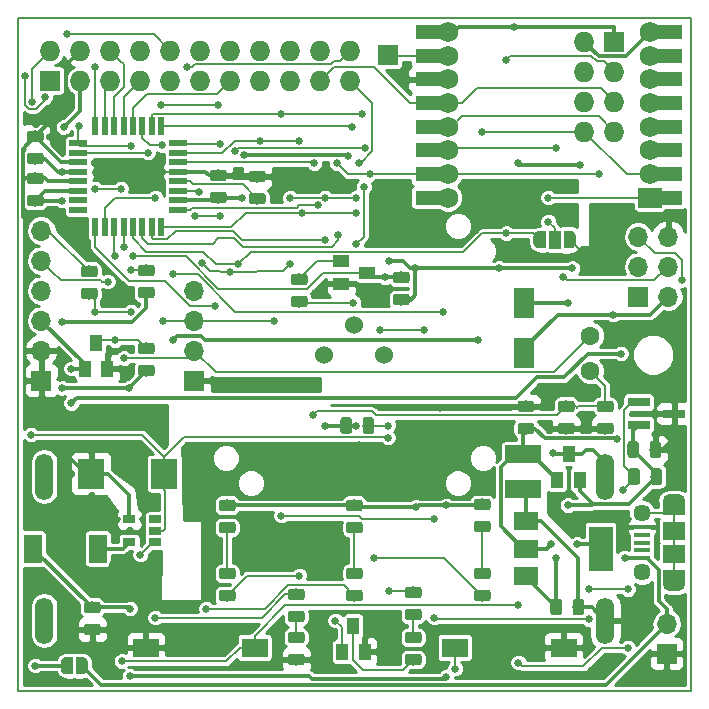
<source format=gbr>
%TF.GenerationSoftware,KiCad,Pcbnew,5.0.2-bee76a0~70~ubuntu18.04.1*%
%TF.CreationDate,2019-09-14T20:18:35+02:00*%
%TF.ProjectId,BT-Pcb-328P,42542d50-6362-42d3-9332-38502e6b6963,2.0*%
%TF.SameCoordinates,Original*%
%TF.FileFunction,Copper,L1,Top*%
%TF.FilePolarity,Positive*%
%FSLAX46Y46*%
G04 Gerber Fmt 4.6, Leading zero omitted, Abs format (unit mm)*
G04 Created by KiCad (PCBNEW 5.0.2-bee76a0~70~ubuntu18.04.1) date sab 14 set 2019 20:18:35 CEST*
%MOMM*%
%LPD*%
G01*
G04 APERTURE LIST*
%ADD10C,0.150000*%
%ADD11R,1.000000X1.400000*%
%ADD12C,1.524000*%
%ADD13C,0.975000*%
%ADD14O,1.727200X1.727200*%
%ADD15R,1.727200X1.727200*%
%ADD16O,1.524000X3.962000*%
%ADD17R,1.700000X1.700000*%
%ADD18O,1.700000X1.700000*%
%ADD19R,1.750000X2.650000*%
%ADD20R,2.310000X2.520000*%
%ADD21R,2.180000X1.600000*%
%ADD22R,3.020000X1.510000*%
%ADD23R,1.900000X1.500000*%
%ADD24C,1.450000*%
%ADD25R,1.350000X0.400000*%
%ADD26O,1.900000X1.200000*%
%ADD27R,1.900000X1.200000*%
%ADD28R,1.400000X1.000000*%
%ADD29R,1.500000X2.400000*%
%ADD30C,0.500000*%
%ADD31R,1.000000X1.500000*%
%ADD32C,1.600000*%
%ADD33R,1.600000X0.550000*%
%ADD34R,0.550000X1.600000*%
%ADD35R,2.000000X3.800000*%
%ADD36R,2.000000X1.500000*%
%ADD37R,1.060000X0.650000*%
%ADD38R,1.900000X0.800000*%
%ADD39R,3.000000X1.200000*%
%ADD40R,2.000000X1.727200*%
%ADD41C,1.727200*%
%ADD42C,0.650000*%
%ADD43C,0.160000*%
%ADD44C,0.300000*%
%ADD45C,0.254000*%
G04 APERTURE END LIST*
D10*
X184040000Y-138320000D02*
X184040000Y-81320000D01*
X127040000Y-138320000D02*
X127040000Y-81320000D01*
X127040000Y-138320000D02*
X184040000Y-138320000D01*
X127040000Y-81320000D02*
X184040000Y-81320000D01*
D11*
X155448000Y-132758000D03*
X156398000Y-134958000D03*
X154498000Y-134958000D03*
D12*
X158080000Y-109820000D03*
X155540000Y-107280000D03*
X153000000Y-109820000D03*
D10*
G36*
X172890642Y-130492174D02*
X172914303Y-130495684D01*
X172937507Y-130501496D01*
X172960029Y-130509554D01*
X172981653Y-130519782D01*
X173002170Y-130532079D01*
X173021383Y-130546329D01*
X173039107Y-130562393D01*
X173055171Y-130580117D01*
X173069421Y-130599330D01*
X173081718Y-130619847D01*
X173091946Y-130641471D01*
X173100004Y-130663993D01*
X173105816Y-130687197D01*
X173109326Y-130710858D01*
X173110500Y-130734750D01*
X173110500Y-131647250D01*
X173109326Y-131671142D01*
X173105816Y-131694803D01*
X173100004Y-131718007D01*
X173091946Y-131740529D01*
X173081718Y-131762153D01*
X173069421Y-131782670D01*
X173055171Y-131801883D01*
X173039107Y-131819607D01*
X173021383Y-131835671D01*
X173002170Y-131849921D01*
X172981653Y-131862218D01*
X172960029Y-131872446D01*
X172937507Y-131880504D01*
X172914303Y-131886316D01*
X172890642Y-131889826D01*
X172866750Y-131891000D01*
X172379250Y-131891000D01*
X172355358Y-131889826D01*
X172331697Y-131886316D01*
X172308493Y-131880504D01*
X172285971Y-131872446D01*
X172264347Y-131862218D01*
X172243830Y-131849921D01*
X172224617Y-131835671D01*
X172206893Y-131819607D01*
X172190829Y-131801883D01*
X172176579Y-131782670D01*
X172164282Y-131762153D01*
X172154054Y-131740529D01*
X172145996Y-131718007D01*
X172140184Y-131694803D01*
X172136674Y-131671142D01*
X172135500Y-131647250D01*
X172135500Y-130734750D01*
X172136674Y-130710858D01*
X172140184Y-130687197D01*
X172145996Y-130663993D01*
X172154054Y-130641471D01*
X172164282Y-130619847D01*
X172176579Y-130599330D01*
X172190829Y-130580117D01*
X172206893Y-130562393D01*
X172224617Y-130546329D01*
X172243830Y-130532079D01*
X172264347Y-130519782D01*
X172285971Y-130509554D01*
X172308493Y-130501496D01*
X172331697Y-130495684D01*
X172355358Y-130492174D01*
X172379250Y-130491000D01*
X172866750Y-130491000D01*
X172890642Y-130492174D01*
X172890642Y-130492174D01*
G37*
D13*
X172623000Y-131191000D03*
D10*
G36*
X174765642Y-130492174D02*
X174789303Y-130495684D01*
X174812507Y-130501496D01*
X174835029Y-130509554D01*
X174856653Y-130519782D01*
X174877170Y-130532079D01*
X174896383Y-130546329D01*
X174914107Y-130562393D01*
X174930171Y-130580117D01*
X174944421Y-130599330D01*
X174956718Y-130619847D01*
X174966946Y-130641471D01*
X174975004Y-130663993D01*
X174980816Y-130687197D01*
X174984326Y-130710858D01*
X174985500Y-130734750D01*
X174985500Y-131647250D01*
X174984326Y-131671142D01*
X174980816Y-131694803D01*
X174975004Y-131718007D01*
X174966946Y-131740529D01*
X174956718Y-131762153D01*
X174944421Y-131782670D01*
X174930171Y-131801883D01*
X174914107Y-131819607D01*
X174896383Y-131835671D01*
X174877170Y-131849921D01*
X174856653Y-131862218D01*
X174835029Y-131872446D01*
X174812507Y-131880504D01*
X174789303Y-131886316D01*
X174765642Y-131889826D01*
X174741750Y-131891000D01*
X174254250Y-131891000D01*
X174230358Y-131889826D01*
X174206697Y-131886316D01*
X174183493Y-131880504D01*
X174160971Y-131872446D01*
X174139347Y-131862218D01*
X174118830Y-131849921D01*
X174099617Y-131835671D01*
X174081893Y-131819607D01*
X174065829Y-131801883D01*
X174051579Y-131782670D01*
X174039282Y-131762153D01*
X174029054Y-131740529D01*
X174020996Y-131718007D01*
X174015184Y-131694803D01*
X174011674Y-131671142D01*
X174010500Y-131647250D01*
X174010500Y-130734750D01*
X174011674Y-130710858D01*
X174015184Y-130687197D01*
X174020996Y-130663993D01*
X174029054Y-130641471D01*
X174039282Y-130619847D01*
X174051579Y-130599330D01*
X174065829Y-130580117D01*
X174081893Y-130562393D01*
X174099617Y-130546329D01*
X174118830Y-130532079D01*
X174139347Y-130519782D01*
X174160971Y-130509554D01*
X174183493Y-130501496D01*
X174206697Y-130495684D01*
X174230358Y-130492174D01*
X174254250Y-130491000D01*
X174741750Y-130491000D01*
X174765642Y-130492174D01*
X174765642Y-130492174D01*
G37*
D13*
X174498000Y-131191000D03*
D14*
X152654000Y-84074000D03*
X152654000Y-86614000D03*
X150114000Y-84074000D03*
X150114000Y-86614000D03*
X147574000Y-84074000D03*
X147574000Y-86614000D03*
X145034000Y-84074000D03*
X145034000Y-86614000D03*
X142494000Y-84074000D03*
X142494000Y-86614000D03*
X139954000Y-84074000D03*
X139954000Y-86614000D03*
D15*
X129794000Y-86614000D03*
D14*
X129794000Y-84074000D03*
X132334000Y-86614000D03*
X132334000Y-84074000D03*
X134874000Y-86614000D03*
X134874000Y-84074000D03*
X137414000Y-86614000D03*
X137414000Y-84074000D03*
X155194000Y-86614000D03*
X155194000Y-84074000D03*
X177546000Y-90932000D03*
X175006000Y-90932000D03*
X177546000Y-88392000D03*
X175006000Y-88392000D03*
X177546000Y-85852000D03*
X175006000Y-85852000D03*
D15*
X177546000Y-83312000D03*
D14*
X175006000Y-83312000D03*
D16*
X176784000Y-120142000D03*
X129284000Y-120142000D03*
X176786000Y-132334000D03*
X129286000Y-132334000D03*
D11*
X133670000Y-108798000D03*
X134620000Y-110998000D03*
X132720000Y-110998000D03*
D10*
G36*
X138402142Y-108812174D02*
X138425803Y-108815684D01*
X138449007Y-108821496D01*
X138471529Y-108829554D01*
X138493153Y-108839782D01*
X138513670Y-108852079D01*
X138532883Y-108866329D01*
X138550607Y-108882393D01*
X138566671Y-108900117D01*
X138580921Y-108919330D01*
X138593218Y-108939847D01*
X138603446Y-108961471D01*
X138611504Y-108983993D01*
X138617316Y-109007197D01*
X138620826Y-109030858D01*
X138622000Y-109054750D01*
X138622000Y-109542250D01*
X138620826Y-109566142D01*
X138617316Y-109589803D01*
X138611504Y-109613007D01*
X138603446Y-109635529D01*
X138593218Y-109657153D01*
X138580921Y-109677670D01*
X138566671Y-109696883D01*
X138550607Y-109714607D01*
X138532883Y-109730671D01*
X138513670Y-109744921D01*
X138493153Y-109757218D01*
X138471529Y-109767446D01*
X138449007Y-109775504D01*
X138425803Y-109781316D01*
X138402142Y-109784826D01*
X138378250Y-109786000D01*
X137465750Y-109786000D01*
X137441858Y-109784826D01*
X137418197Y-109781316D01*
X137394993Y-109775504D01*
X137372471Y-109767446D01*
X137350847Y-109757218D01*
X137330330Y-109744921D01*
X137311117Y-109730671D01*
X137293393Y-109714607D01*
X137277329Y-109696883D01*
X137263079Y-109677670D01*
X137250782Y-109657153D01*
X137240554Y-109635529D01*
X137232496Y-109613007D01*
X137226684Y-109589803D01*
X137223174Y-109566142D01*
X137222000Y-109542250D01*
X137222000Y-109054750D01*
X137223174Y-109030858D01*
X137226684Y-109007197D01*
X137232496Y-108983993D01*
X137240554Y-108961471D01*
X137250782Y-108939847D01*
X137263079Y-108919330D01*
X137277329Y-108900117D01*
X137293393Y-108882393D01*
X137311117Y-108866329D01*
X137330330Y-108852079D01*
X137350847Y-108839782D01*
X137372471Y-108829554D01*
X137394993Y-108821496D01*
X137418197Y-108815684D01*
X137441858Y-108812174D01*
X137465750Y-108811000D01*
X138378250Y-108811000D01*
X138402142Y-108812174D01*
X138402142Y-108812174D01*
G37*
D13*
X137922000Y-109298500D03*
D10*
G36*
X138402142Y-110687174D02*
X138425803Y-110690684D01*
X138449007Y-110696496D01*
X138471529Y-110704554D01*
X138493153Y-110714782D01*
X138513670Y-110727079D01*
X138532883Y-110741329D01*
X138550607Y-110757393D01*
X138566671Y-110775117D01*
X138580921Y-110794330D01*
X138593218Y-110814847D01*
X138603446Y-110836471D01*
X138611504Y-110858993D01*
X138617316Y-110882197D01*
X138620826Y-110905858D01*
X138622000Y-110929750D01*
X138622000Y-111417250D01*
X138620826Y-111441142D01*
X138617316Y-111464803D01*
X138611504Y-111488007D01*
X138603446Y-111510529D01*
X138593218Y-111532153D01*
X138580921Y-111552670D01*
X138566671Y-111571883D01*
X138550607Y-111589607D01*
X138532883Y-111605671D01*
X138513670Y-111619921D01*
X138493153Y-111632218D01*
X138471529Y-111642446D01*
X138449007Y-111650504D01*
X138425803Y-111656316D01*
X138402142Y-111659826D01*
X138378250Y-111661000D01*
X137465750Y-111661000D01*
X137441858Y-111659826D01*
X137418197Y-111656316D01*
X137394993Y-111650504D01*
X137372471Y-111642446D01*
X137350847Y-111632218D01*
X137330330Y-111619921D01*
X137311117Y-111605671D01*
X137293393Y-111589607D01*
X137277329Y-111571883D01*
X137263079Y-111552670D01*
X137250782Y-111532153D01*
X137240554Y-111510529D01*
X137232496Y-111488007D01*
X137226684Y-111464803D01*
X137223174Y-111441142D01*
X137222000Y-111417250D01*
X137222000Y-110929750D01*
X137223174Y-110905858D01*
X137226684Y-110882197D01*
X137232496Y-110858993D01*
X137240554Y-110836471D01*
X137250782Y-110814847D01*
X137263079Y-110794330D01*
X137277329Y-110775117D01*
X137293393Y-110757393D01*
X137311117Y-110741329D01*
X137330330Y-110727079D01*
X137350847Y-110714782D01*
X137372471Y-110704554D01*
X137394993Y-110696496D01*
X137418197Y-110690684D01*
X137441858Y-110687174D01*
X137465750Y-110686000D01*
X138378250Y-110686000D01*
X138402142Y-110687174D01*
X138402142Y-110687174D01*
G37*
D13*
X137922000Y-111173500D03*
D17*
X181991000Y-135128000D03*
D18*
X181991000Y-132588000D03*
D10*
G36*
X129004142Y-90856674D02*
X129027803Y-90860184D01*
X129051007Y-90865996D01*
X129073529Y-90874054D01*
X129095153Y-90884282D01*
X129115670Y-90896579D01*
X129134883Y-90910829D01*
X129152607Y-90926893D01*
X129168671Y-90944617D01*
X129182921Y-90963830D01*
X129195218Y-90984347D01*
X129205446Y-91005971D01*
X129213504Y-91028493D01*
X129219316Y-91051697D01*
X129222826Y-91075358D01*
X129224000Y-91099250D01*
X129224000Y-91586750D01*
X129222826Y-91610642D01*
X129219316Y-91634303D01*
X129213504Y-91657507D01*
X129205446Y-91680029D01*
X129195218Y-91701653D01*
X129182921Y-91722170D01*
X129168671Y-91741383D01*
X129152607Y-91759107D01*
X129134883Y-91775171D01*
X129115670Y-91789421D01*
X129095153Y-91801718D01*
X129073529Y-91811946D01*
X129051007Y-91820004D01*
X129027803Y-91825816D01*
X129004142Y-91829326D01*
X128980250Y-91830500D01*
X128067750Y-91830500D01*
X128043858Y-91829326D01*
X128020197Y-91825816D01*
X127996993Y-91820004D01*
X127974471Y-91811946D01*
X127952847Y-91801718D01*
X127932330Y-91789421D01*
X127913117Y-91775171D01*
X127895393Y-91759107D01*
X127879329Y-91741383D01*
X127865079Y-91722170D01*
X127852782Y-91701653D01*
X127842554Y-91680029D01*
X127834496Y-91657507D01*
X127828684Y-91634303D01*
X127825174Y-91610642D01*
X127824000Y-91586750D01*
X127824000Y-91099250D01*
X127825174Y-91075358D01*
X127828684Y-91051697D01*
X127834496Y-91028493D01*
X127842554Y-91005971D01*
X127852782Y-90984347D01*
X127865079Y-90963830D01*
X127879329Y-90944617D01*
X127895393Y-90926893D01*
X127913117Y-90910829D01*
X127932330Y-90896579D01*
X127952847Y-90884282D01*
X127974471Y-90874054D01*
X127996993Y-90865996D01*
X128020197Y-90860184D01*
X128043858Y-90856674D01*
X128067750Y-90855500D01*
X128980250Y-90855500D01*
X129004142Y-90856674D01*
X129004142Y-90856674D01*
G37*
D13*
X128524000Y-91343000D03*
D10*
G36*
X129004142Y-92731674D02*
X129027803Y-92735184D01*
X129051007Y-92740996D01*
X129073529Y-92749054D01*
X129095153Y-92759282D01*
X129115670Y-92771579D01*
X129134883Y-92785829D01*
X129152607Y-92801893D01*
X129168671Y-92819617D01*
X129182921Y-92838830D01*
X129195218Y-92859347D01*
X129205446Y-92880971D01*
X129213504Y-92903493D01*
X129219316Y-92926697D01*
X129222826Y-92950358D01*
X129224000Y-92974250D01*
X129224000Y-93461750D01*
X129222826Y-93485642D01*
X129219316Y-93509303D01*
X129213504Y-93532507D01*
X129205446Y-93555029D01*
X129195218Y-93576653D01*
X129182921Y-93597170D01*
X129168671Y-93616383D01*
X129152607Y-93634107D01*
X129134883Y-93650171D01*
X129115670Y-93664421D01*
X129095153Y-93676718D01*
X129073529Y-93686946D01*
X129051007Y-93695004D01*
X129027803Y-93700816D01*
X129004142Y-93704326D01*
X128980250Y-93705500D01*
X128067750Y-93705500D01*
X128043858Y-93704326D01*
X128020197Y-93700816D01*
X127996993Y-93695004D01*
X127974471Y-93686946D01*
X127952847Y-93676718D01*
X127932330Y-93664421D01*
X127913117Y-93650171D01*
X127895393Y-93634107D01*
X127879329Y-93616383D01*
X127865079Y-93597170D01*
X127852782Y-93576653D01*
X127842554Y-93555029D01*
X127834496Y-93532507D01*
X127828684Y-93509303D01*
X127825174Y-93485642D01*
X127824000Y-93461750D01*
X127824000Y-92974250D01*
X127825174Y-92950358D01*
X127828684Y-92926697D01*
X127834496Y-92903493D01*
X127842554Y-92880971D01*
X127852782Y-92859347D01*
X127865079Y-92838830D01*
X127879329Y-92819617D01*
X127895393Y-92801893D01*
X127913117Y-92785829D01*
X127932330Y-92771579D01*
X127952847Y-92759282D01*
X127974471Y-92749054D01*
X127996993Y-92740996D01*
X128020197Y-92735184D01*
X128043858Y-92731674D01*
X128067750Y-92730500D01*
X128980250Y-92730500D01*
X129004142Y-92731674D01*
X129004142Y-92731674D01*
G37*
D13*
X128524000Y-93218000D03*
D19*
X169926000Y-109710000D03*
X169926000Y-105410000D03*
D20*
X139446000Y-119888000D03*
X133246000Y-119888000D03*
D21*
X147094000Y-134620000D03*
X137894000Y-134620000D03*
X173256000Y-134620000D03*
X164056000Y-134620000D03*
D22*
X169799000Y-118258000D03*
X169799000Y-121158000D03*
D10*
G36*
X179416142Y-117157174D02*
X179439803Y-117160684D01*
X179463007Y-117166496D01*
X179485529Y-117174554D01*
X179507153Y-117184782D01*
X179527670Y-117197079D01*
X179546883Y-117211329D01*
X179564607Y-117227393D01*
X179580671Y-117245117D01*
X179594921Y-117264330D01*
X179607218Y-117284847D01*
X179617446Y-117306471D01*
X179625504Y-117328993D01*
X179631316Y-117352197D01*
X179634826Y-117375858D01*
X179636000Y-117399750D01*
X179636000Y-118312250D01*
X179634826Y-118336142D01*
X179631316Y-118359803D01*
X179625504Y-118383007D01*
X179617446Y-118405529D01*
X179607218Y-118427153D01*
X179594921Y-118447670D01*
X179580671Y-118466883D01*
X179564607Y-118484607D01*
X179546883Y-118500671D01*
X179527670Y-118514921D01*
X179507153Y-118527218D01*
X179485529Y-118537446D01*
X179463007Y-118545504D01*
X179439803Y-118551316D01*
X179416142Y-118554826D01*
X179392250Y-118556000D01*
X178904750Y-118556000D01*
X178880858Y-118554826D01*
X178857197Y-118551316D01*
X178833993Y-118545504D01*
X178811471Y-118537446D01*
X178789847Y-118527218D01*
X178769330Y-118514921D01*
X178750117Y-118500671D01*
X178732393Y-118484607D01*
X178716329Y-118466883D01*
X178702079Y-118447670D01*
X178689782Y-118427153D01*
X178679554Y-118405529D01*
X178671496Y-118383007D01*
X178665684Y-118359803D01*
X178662174Y-118336142D01*
X178661000Y-118312250D01*
X178661000Y-117399750D01*
X178662174Y-117375858D01*
X178665684Y-117352197D01*
X178671496Y-117328993D01*
X178679554Y-117306471D01*
X178689782Y-117284847D01*
X178702079Y-117264330D01*
X178716329Y-117245117D01*
X178732393Y-117227393D01*
X178750117Y-117211329D01*
X178769330Y-117197079D01*
X178789847Y-117184782D01*
X178811471Y-117174554D01*
X178833993Y-117166496D01*
X178857197Y-117160684D01*
X178880858Y-117157174D01*
X178904750Y-117156000D01*
X179392250Y-117156000D01*
X179416142Y-117157174D01*
X179416142Y-117157174D01*
G37*
D13*
X179148500Y-117856000D03*
D10*
G36*
X181291142Y-117157174D02*
X181314803Y-117160684D01*
X181338007Y-117166496D01*
X181360529Y-117174554D01*
X181382153Y-117184782D01*
X181402670Y-117197079D01*
X181421883Y-117211329D01*
X181439607Y-117227393D01*
X181455671Y-117245117D01*
X181469921Y-117264330D01*
X181482218Y-117284847D01*
X181492446Y-117306471D01*
X181500504Y-117328993D01*
X181506316Y-117352197D01*
X181509826Y-117375858D01*
X181511000Y-117399750D01*
X181511000Y-118312250D01*
X181509826Y-118336142D01*
X181506316Y-118359803D01*
X181500504Y-118383007D01*
X181492446Y-118405529D01*
X181482218Y-118427153D01*
X181469921Y-118447670D01*
X181455671Y-118466883D01*
X181439607Y-118484607D01*
X181421883Y-118500671D01*
X181402670Y-118514921D01*
X181382153Y-118527218D01*
X181360529Y-118537446D01*
X181338007Y-118545504D01*
X181314803Y-118551316D01*
X181291142Y-118554826D01*
X181267250Y-118556000D01*
X180779750Y-118556000D01*
X180755858Y-118554826D01*
X180732197Y-118551316D01*
X180708993Y-118545504D01*
X180686471Y-118537446D01*
X180664847Y-118527218D01*
X180644330Y-118514921D01*
X180625117Y-118500671D01*
X180607393Y-118484607D01*
X180591329Y-118466883D01*
X180577079Y-118447670D01*
X180564782Y-118427153D01*
X180554554Y-118405529D01*
X180546496Y-118383007D01*
X180540684Y-118359803D01*
X180537174Y-118336142D01*
X180536000Y-118312250D01*
X180536000Y-117399750D01*
X180537174Y-117375858D01*
X180540684Y-117352197D01*
X180546496Y-117328993D01*
X180554554Y-117306471D01*
X180564782Y-117284847D01*
X180577079Y-117264330D01*
X180591329Y-117245117D01*
X180607393Y-117227393D01*
X180625117Y-117211329D01*
X180644330Y-117197079D01*
X180664847Y-117184782D01*
X180686471Y-117174554D01*
X180708993Y-117166496D01*
X180732197Y-117160684D01*
X180755858Y-117157174D01*
X180779750Y-117156000D01*
X181267250Y-117156000D01*
X181291142Y-117157174D01*
X181291142Y-117157174D01*
G37*
D13*
X181023500Y-117856000D03*
D10*
G36*
X133830142Y-132609674D02*
X133853803Y-132613184D01*
X133877007Y-132618996D01*
X133899529Y-132627054D01*
X133921153Y-132637282D01*
X133941670Y-132649579D01*
X133960883Y-132663829D01*
X133978607Y-132679893D01*
X133994671Y-132697617D01*
X134008921Y-132716830D01*
X134021218Y-132737347D01*
X134031446Y-132758971D01*
X134039504Y-132781493D01*
X134045316Y-132804697D01*
X134048826Y-132828358D01*
X134050000Y-132852250D01*
X134050000Y-133339750D01*
X134048826Y-133363642D01*
X134045316Y-133387303D01*
X134039504Y-133410507D01*
X134031446Y-133433029D01*
X134021218Y-133454653D01*
X134008921Y-133475170D01*
X133994671Y-133494383D01*
X133978607Y-133512107D01*
X133960883Y-133528171D01*
X133941670Y-133542421D01*
X133921153Y-133554718D01*
X133899529Y-133564946D01*
X133877007Y-133573004D01*
X133853803Y-133578816D01*
X133830142Y-133582326D01*
X133806250Y-133583500D01*
X132893750Y-133583500D01*
X132869858Y-133582326D01*
X132846197Y-133578816D01*
X132822993Y-133573004D01*
X132800471Y-133564946D01*
X132778847Y-133554718D01*
X132758330Y-133542421D01*
X132739117Y-133528171D01*
X132721393Y-133512107D01*
X132705329Y-133494383D01*
X132691079Y-133475170D01*
X132678782Y-133454653D01*
X132668554Y-133433029D01*
X132660496Y-133410507D01*
X132654684Y-133387303D01*
X132651174Y-133363642D01*
X132650000Y-133339750D01*
X132650000Y-132852250D01*
X132651174Y-132828358D01*
X132654684Y-132804697D01*
X132660496Y-132781493D01*
X132668554Y-132758971D01*
X132678782Y-132737347D01*
X132691079Y-132716830D01*
X132705329Y-132697617D01*
X132721393Y-132679893D01*
X132739117Y-132663829D01*
X132758330Y-132649579D01*
X132778847Y-132637282D01*
X132800471Y-132627054D01*
X132822993Y-132618996D01*
X132846197Y-132613184D01*
X132869858Y-132609674D01*
X132893750Y-132608500D01*
X133806250Y-132608500D01*
X133830142Y-132609674D01*
X133830142Y-132609674D01*
G37*
D13*
X133350000Y-133096000D03*
D10*
G36*
X133830142Y-130734674D02*
X133853803Y-130738184D01*
X133877007Y-130743996D01*
X133899529Y-130752054D01*
X133921153Y-130762282D01*
X133941670Y-130774579D01*
X133960883Y-130788829D01*
X133978607Y-130804893D01*
X133994671Y-130822617D01*
X134008921Y-130841830D01*
X134021218Y-130862347D01*
X134031446Y-130883971D01*
X134039504Y-130906493D01*
X134045316Y-130929697D01*
X134048826Y-130953358D01*
X134050000Y-130977250D01*
X134050000Y-131464750D01*
X134048826Y-131488642D01*
X134045316Y-131512303D01*
X134039504Y-131535507D01*
X134031446Y-131558029D01*
X134021218Y-131579653D01*
X134008921Y-131600170D01*
X133994671Y-131619383D01*
X133978607Y-131637107D01*
X133960883Y-131653171D01*
X133941670Y-131667421D01*
X133921153Y-131679718D01*
X133899529Y-131689946D01*
X133877007Y-131698004D01*
X133853803Y-131703816D01*
X133830142Y-131707326D01*
X133806250Y-131708500D01*
X132893750Y-131708500D01*
X132869858Y-131707326D01*
X132846197Y-131703816D01*
X132822993Y-131698004D01*
X132800471Y-131689946D01*
X132778847Y-131679718D01*
X132758330Y-131667421D01*
X132739117Y-131653171D01*
X132721393Y-131637107D01*
X132705329Y-131619383D01*
X132691079Y-131600170D01*
X132678782Y-131579653D01*
X132668554Y-131558029D01*
X132660496Y-131535507D01*
X132654684Y-131512303D01*
X132651174Y-131488642D01*
X132650000Y-131464750D01*
X132650000Y-130977250D01*
X132651174Y-130953358D01*
X132654684Y-130929697D01*
X132660496Y-130906493D01*
X132668554Y-130883971D01*
X132678782Y-130862347D01*
X132691079Y-130841830D01*
X132705329Y-130822617D01*
X132721393Y-130804893D01*
X132739117Y-130788829D01*
X132758330Y-130774579D01*
X132778847Y-130762282D01*
X132800471Y-130752054D01*
X132822993Y-130743996D01*
X132846197Y-130738184D01*
X132869858Y-130734674D01*
X132893750Y-130733500D01*
X133806250Y-130733500D01*
X133830142Y-130734674D01*
X133830142Y-130734674D01*
G37*
D13*
X133350000Y-131221000D03*
D10*
G36*
X156985642Y-115125174D02*
X157009303Y-115128684D01*
X157032507Y-115134496D01*
X157055029Y-115142554D01*
X157076653Y-115152782D01*
X157097170Y-115165079D01*
X157116383Y-115179329D01*
X157134107Y-115195393D01*
X157150171Y-115213117D01*
X157164421Y-115232330D01*
X157176718Y-115252847D01*
X157186946Y-115274471D01*
X157195004Y-115296993D01*
X157200816Y-115320197D01*
X157204326Y-115343858D01*
X157205500Y-115367750D01*
X157205500Y-116280250D01*
X157204326Y-116304142D01*
X157200816Y-116327803D01*
X157195004Y-116351007D01*
X157186946Y-116373529D01*
X157176718Y-116395153D01*
X157164421Y-116415670D01*
X157150171Y-116434883D01*
X157134107Y-116452607D01*
X157116383Y-116468671D01*
X157097170Y-116482921D01*
X157076653Y-116495218D01*
X157055029Y-116505446D01*
X157032507Y-116513504D01*
X157009303Y-116519316D01*
X156985642Y-116522826D01*
X156961750Y-116524000D01*
X156474250Y-116524000D01*
X156450358Y-116522826D01*
X156426697Y-116519316D01*
X156403493Y-116513504D01*
X156380971Y-116505446D01*
X156359347Y-116495218D01*
X156338830Y-116482921D01*
X156319617Y-116468671D01*
X156301893Y-116452607D01*
X156285829Y-116434883D01*
X156271579Y-116415670D01*
X156259282Y-116395153D01*
X156249054Y-116373529D01*
X156240996Y-116351007D01*
X156235184Y-116327803D01*
X156231674Y-116304142D01*
X156230500Y-116280250D01*
X156230500Y-115367750D01*
X156231674Y-115343858D01*
X156235184Y-115320197D01*
X156240996Y-115296993D01*
X156249054Y-115274471D01*
X156259282Y-115252847D01*
X156271579Y-115232330D01*
X156285829Y-115213117D01*
X156301893Y-115195393D01*
X156319617Y-115179329D01*
X156338830Y-115165079D01*
X156359347Y-115152782D01*
X156380971Y-115142554D01*
X156403493Y-115134496D01*
X156426697Y-115128684D01*
X156450358Y-115125174D01*
X156474250Y-115124000D01*
X156961750Y-115124000D01*
X156985642Y-115125174D01*
X156985642Y-115125174D01*
G37*
D13*
X156718000Y-115824000D03*
D10*
G36*
X155110642Y-115125174D02*
X155134303Y-115128684D01*
X155157507Y-115134496D01*
X155180029Y-115142554D01*
X155201653Y-115152782D01*
X155222170Y-115165079D01*
X155241383Y-115179329D01*
X155259107Y-115195393D01*
X155275171Y-115213117D01*
X155289421Y-115232330D01*
X155301718Y-115252847D01*
X155311946Y-115274471D01*
X155320004Y-115296993D01*
X155325816Y-115320197D01*
X155329326Y-115343858D01*
X155330500Y-115367750D01*
X155330500Y-116280250D01*
X155329326Y-116304142D01*
X155325816Y-116327803D01*
X155320004Y-116351007D01*
X155311946Y-116373529D01*
X155301718Y-116395153D01*
X155289421Y-116415670D01*
X155275171Y-116434883D01*
X155259107Y-116452607D01*
X155241383Y-116468671D01*
X155222170Y-116482921D01*
X155201653Y-116495218D01*
X155180029Y-116505446D01*
X155157507Y-116513504D01*
X155134303Y-116519316D01*
X155110642Y-116522826D01*
X155086750Y-116524000D01*
X154599250Y-116524000D01*
X154575358Y-116522826D01*
X154551697Y-116519316D01*
X154528493Y-116513504D01*
X154505971Y-116505446D01*
X154484347Y-116495218D01*
X154463830Y-116482921D01*
X154444617Y-116468671D01*
X154426893Y-116452607D01*
X154410829Y-116434883D01*
X154396579Y-116415670D01*
X154384282Y-116395153D01*
X154374054Y-116373529D01*
X154365996Y-116351007D01*
X154360184Y-116327803D01*
X154356674Y-116304142D01*
X154355500Y-116280250D01*
X154355500Y-115367750D01*
X154356674Y-115343858D01*
X154360184Y-115320197D01*
X154365996Y-115296993D01*
X154374054Y-115274471D01*
X154384282Y-115252847D01*
X154396579Y-115232330D01*
X154410829Y-115213117D01*
X154426893Y-115195393D01*
X154444617Y-115179329D01*
X154463830Y-115165079D01*
X154484347Y-115152782D01*
X154505971Y-115142554D01*
X154528493Y-115134496D01*
X154551697Y-115128684D01*
X154575358Y-115125174D01*
X154599250Y-115124000D01*
X155086750Y-115124000D01*
X155110642Y-115125174D01*
X155110642Y-115125174D01*
G37*
D13*
X154843000Y-115824000D03*
D10*
G36*
X133576142Y-104161674D02*
X133599803Y-104165184D01*
X133623007Y-104170996D01*
X133645529Y-104179054D01*
X133667153Y-104189282D01*
X133687670Y-104201579D01*
X133706883Y-104215829D01*
X133724607Y-104231893D01*
X133740671Y-104249617D01*
X133754921Y-104268830D01*
X133767218Y-104289347D01*
X133777446Y-104310971D01*
X133785504Y-104333493D01*
X133791316Y-104356697D01*
X133794826Y-104380358D01*
X133796000Y-104404250D01*
X133796000Y-104891750D01*
X133794826Y-104915642D01*
X133791316Y-104939303D01*
X133785504Y-104962507D01*
X133777446Y-104985029D01*
X133767218Y-105006653D01*
X133754921Y-105027170D01*
X133740671Y-105046383D01*
X133724607Y-105064107D01*
X133706883Y-105080171D01*
X133687670Y-105094421D01*
X133667153Y-105106718D01*
X133645529Y-105116946D01*
X133623007Y-105125004D01*
X133599803Y-105130816D01*
X133576142Y-105134326D01*
X133552250Y-105135500D01*
X132639750Y-105135500D01*
X132615858Y-105134326D01*
X132592197Y-105130816D01*
X132568993Y-105125004D01*
X132546471Y-105116946D01*
X132524847Y-105106718D01*
X132504330Y-105094421D01*
X132485117Y-105080171D01*
X132467393Y-105064107D01*
X132451329Y-105046383D01*
X132437079Y-105027170D01*
X132424782Y-105006653D01*
X132414554Y-104985029D01*
X132406496Y-104962507D01*
X132400684Y-104939303D01*
X132397174Y-104915642D01*
X132396000Y-104891750D01*
X132396000Y-104404250D01*
X132397174Y-104380358D01*
X132400684Y-104356697D01*
X132406496Y-104333493D01*
X132414554Y-104310971D01*
X132424782Y-104289347D01*
X132437079Y-104268830D01*
X132451329Y-104249617D01*
X132467393Y-104231893D01*
X132485117Y-104215829D01*
X132504330Y-104201579D01*
X132524847Y-104189282D01*
X132546471Y-104179054D01*
X132568993Y-104170996D01*
X132592197Y-104165184D01*
X132615858Y-104161674D01*
X132639750Y-104160500D01*
X133552250Y-104160500D01*
X133576142Y-104161674D01*
X133576142Y-104161674D01*
G37*
D13*
X133096000Y-104648000D03*
D10*
G36*
X133576142Y-102286674D02*
X133599803Y-102290184D01*
X133623007Y-102295996D01*
X133645529Y-102304054D01*
X133667153Y-102314282D01*
X133687670Y-102326579D01*
X133706883Y-102340829D01*
X133724607Y-102356893D01*
X133740671Y-102374617D01*
X133754921Y-102393830D01*
X133767218Y-102414347D01*
X133777446Y-102435971D01*
X133785504Y-102458493D01*
X133791316Y-102481697D01*
X133794826Y-102505358D01*
X133796000Y-102529250D01*
X133796000Y-103016750D01*
X133794826Y-103040642D01*
X133791316Y-103064303D01*
X133785504Y-103087507D01*
X133777446Y-103110029D01*
X133767218Y-103131653D01*
X133754921Y-103152170D01*
X133740671Y-103171383D01*
X133724607Y-103189107D01*
X133706883Y-103205171D01*
X133687670Y-103219421D01*
X133667153Y-103231718D01*
X133645529Y-103241946D01*
X133623007Y-103250004D01*
X133599803Y-103255816D01*
X133576142Y-103259326D01*
X133552250Y-103260500D01*
X132639750Y-103260500D01*
X132615858Y-103259326D01*
X132592197Y-103255816D01*
X132568993Y-103250004D01*
X132546471Y-103241946D01*
X132524847Y-103231718D01*
X132504330Y-103219421D01*
X132485117Y-103205171D01*
X132467393Y-103189107D01*
X132451329Y-103171383D01*
X132437079Y-103152170D01*
X132424782Y-103131653D01*
X132414554Y-103110029D01*
X132406496Y-103087507D01*
X132400684Y-103064303D01*
X132397174Y-103040642D01*
X132396000Y-103016750D01*
X132396000Y-102529250D01*
X132397174Y-102505358D01*
X132400684Y-102481697D01*
X132406496Y-102458493D01*
X132414554Y-102435971D01*
X132424782Y-102414347D01*
X132437079Y-102393830D01*
X132451329Y-102374617D01*
X132467393Y-102356893D01*
X132485117Y-102340829D01*
X132504330Y-102326579D01*
X132524847Y-102314282D01*
X132546471Y-102304054D01*
X132568993Y-102295996D01*
X132592197Y-102290184D01*
X132615858Y-102286674D01*
X132639750Y-102285500D01*
X133552250Y-102285500D01*
X133576142Y-102286674D01*
X133576142Y-102286674D01*
G37*
D13*
X133096000Y-102773000D03*
D10*
G36*
X144498142Y-96033674D02*
X144521803Y-96037184D01*
X144545007Y-96042996D01*
X144567529Y-96051054D01*
X144589153Y-96061282D01*
X144609670Y-96073579D01*
X144628883Y-96087829D01*
X144646607Y-96103893D01*
X144662671Y-96121617D01*
X144676921Y-96140830D01*
X144689218Y-96161347D01*
X144699446Y-96182971D01*
X144707504Y-96205493D01*
X144713316Y-96228697D01*
X144716826Y-96252358D01*
X144718000Y-96276250D01*
X144718000Y-96763750D01*
X144716826Y-96787642D01*
X144713316Y-96811303D01*
X144707504Y-96834507D01*
X144699446Y-96857029D01*
X144689218Y-96878653D01*
X144676921Y-96899170D01*
X144662671Y-96918383D01*
X144646607Y-96936107D01*
X144628883Y-96952171D01*
X144609670Y-96966421D01*
X144589153Y-96978718D01*
X144567529Y-96988946D01*
X144545007Y-96997004D01*
X144521803Y-97002816D01*
X144498142Y-97006326D01*
X144474250Y-97007500D01*
X143561750Y-97007500D01*
X143537858Y-97006326D01*
X143514197Y-97002816D01*
X143490993Y-96997004D01*
X143468471Y-96988946D01*
X143446847Y-96978718D01*
X143426330Y-96966421D01*
X143407117Y-96952171D01*
X143389393Y-96936107D01*
X143373329Y-96918383D01*
X143359079Y-96899170D01*
X143346782Y-96878653D01*
X143336554Y-96857029D01*
X143328496Y-96834507D01*
X143322684Y-96811303D01*
X143319174Y-96787642D01*
X143318000Y-96763750D01*
X143318000Y-96276250D01*
X143319174Y-96252358D01*
X143322684Y-96228697D01*
X143328496Y-96205493D01*
X143336554Y-96182971D01*
X143346782Y-96161347D01*
X143359079Y-96140830D01*
X143373329Y-96121617D01*
X143389393Y-96103893D01*
X143407117Y-96087829D01*
X143426330Y-96073579D01*
X143446847Y-96061282D01*
X143468471Y-96051054D01*
X143490993Y-96042996D01*
X143514197Y-96037184D01*
X143537858Y-96033674D01*
X143561750Y-96032500D01*
X144474250Y-96032500D01*
X144498142Y-96033674D01*
X144498142Y-96033674D01*
G37*
D13*
X144018000Y-96520000D03*
D10*
G36*
X144498142Y-94158674D02*
X144521803Y-94162184D01*
X144545007Y-94167996D01*
X144567529Y-94176054D01*
X144589153Y-94186282D01*
X144609670Y-94198579D01*
X144628883Y-94212829D01*
X144646607Y-94228893D01*
X144662671Y-94246617D01*
X144676921Y-94265830D01*
X144689218Y-94286347D01*
X144699446Y-94307971D01*
X144707504Y-94330493D01*
X144713316Y-94353697D01*
X144716826Y-94377358D01*
X144718000Y-94401250D01*
X144718000Y-94888750D01*
X144716826Y-94912642D01*
X144713316Y-94936303D01*
X144707504Y-94959507D01*
X144699446Y-94982029D01*
X144689218Y-95003653D01*
X144676921Y-95024170D01*
X144662671Y-95043383D01*
X144646607Y-95061107D01*
X144628883Y-95077171D01*
X144609670Y-95091421D01*
X144589153Y-95103718D01*
X144567529Y-95113946D01*
X144545007Y-95122004D01*
X144521803Y-95127816D01*
X144498142Y-95131326D01*
X144474250Y-95132500D01*
X143561750Y-95132500D01*
X143537858Y-95131326D01*
X143514197Y-95127816D01*
X143490993Y-95122004D01*
X143468471Y-95113946D01*
X143446847Y-95103718D01*
X143426330Y-95091421D01*
X143407117Y-95077171D01*
X143389393Y-95061107D01*
X143373329Y-95043383D01*
X143359079Y-95024170D01*
X143346782Y-95003653D01*
X143336554Y-94982029D01*
X143328496Y-94959507D01*
X143322684Y-94936303D01*
X143319174Y-94912642D01*
X143318000Y-94888750D01*
X143318000Y-94401250D01*
X143319174Y-94377358D01*
X143322684Y-94353697D01*
X143328496Y-94330493D01*
X143336554Y-94307971D01*
X143346782Y-94286347D01*
X143359079Y-94265830D01*
X143373329Y-94246617D01*
X143389393Y-94228893D01*
X143407117Y-94212829D01*
X143426330Y-94198579D01*
X143446847Y-94186282D01*
X143468471Y-94176054D01*
X143490993Y-94167996D01*
X143514197Y-94162184D01*
X143537858Y-94158674D01*
X143561750Y-94157500D01*
X144474250Y-94157500D01*
X144498142Y-94158674D01*
X144498142Y-94158674D01*
G37*
D13*
X144018000Y-94645000D03*
D10*
G36*
X129004142Y-94412674D02*
X129027803Y-94416184D01*
X129051007Y-94421996D01*
X129073529Y-94430054D01*
X129095153Y-94440282D01*
X129115670Y-94452579D01*
X129134883Y-94466829D01*
X129152607Y-94482893D01*
X129168671Y-94500617D01*
X129182921Y-94519830D01*
X129195218Y-94540347D01*
X129205446Y-94561971D01*
X129213504Y-94584493D01*
X129219316Y-94607697D01*
X129222826Y-94631358D01*
X129224000Y-94655250D01*
X129224000Y-95142750D01*
X129222826Y-95166642D01*
X129219316Y-95190303D01*
X129213504Y-95213507D01*
X129205446Y-95236029D01*
X129195218Y-95257653D01*
X129182921Y-95278170D01*
X129168671Y-95297383D01*
X129152607Y-95315107D01*
X129134883Y-95331171D01*
X129115670Y-95345421D01*
X129095153Y-95357718D01*
X129073529Y-95367946D01*
X129051007Y-95376004D01*
X129027803Y-95381816D01*
X129004142Y-95385326D01*
X128980250Y-95386500D01*
X128067750Y-95386500D01*
X128043858Y-95385326D01*
X128020197Y-95381816D01*
X127996993Y-95376004D01*
X127974471Y-95367946D01*
X127952847Y-95357718D01*
X127932330Y-95345421D01*
X127913117Y-95331171D01*
X127895393Y-95315107D01*
X127879329Y-95297383D01*
X127865079Y-95278170D01*
X127852782Y-95257653D01*
X127842554Y-95236029D01*
X127834496Y-95213507D01*
X127828684Y-95190303D01*
X127825174Y-95166642D01*
X127824000Y-95142750D01*
X127824000Y-94655250D01*
X127825174Y-94631358D01*
X127828684Y-94607697D01*
X127834496Y-94584493D01*
X127842554Y-94561971D01*
X127852782Y-94540347D01*
X127865079Y-94519830D01*
X127879329Y-94500617D01*
X127895393Y-94482893D01*
X127913117Y-94466829D01*
X127932330Y-94452579D01*
X127952847Y-94440282D01*
X127974471Y-94430054D01*
X127996993Y-94421996D01*
X128020197Y-94416184D01*
X128043858Y-94412674D01*
X128067750Y-94411500D01*
X128980250Y-94411500D01*
X129004142Y-94412674D01*
X129004142Y-94412674D01*
G37*
D13*
X128524000Y-94899000D03*
D10*
G36*
X129004142Y-96287674D02*
X129027803Y-96291184D01*
X129051007Y-96296996D01*
X129073529Y-96305054D01*
X129095153Y-96315282D01*
X129115670Y-96327579D01*
X129134883Y-96341829D01*
X129152607Y-96357893D01*
X129168671Y-96375617D01*
X129182921Y-96394830D01*
X129195218Y-96415347D01*
X129205446Y-96436971D01*
X129213504Y-96459493D01*
X129219316Y-96482697D01*
X129222826Y-96506358D01*
X129224000Y-96530250D01*
X129224000Y-97017750D01*
X129222826Y-97041642D01*
X129219316Y-97065303D01*
X129213504Y-97088507D01*
X129205446Y-97111029D01*
X129195218Y-97132653D01*
X129182921Y-97153170D01*
X129168671Y-97172383D01*
X129152607Y-97190107D01*
X129134883Y-97206171D01*
X129115670Y-97220421D01*
X129095153Y-97232718D01*
X129073529Y-97242946D01*
X129051007Y-97251004D01*
X129027803Y-97256816D01*
X129004142Y-97260326D01*
X128980250Y-97261500D01*
X128067750Y-97261500D01*
X128043858Y-97260326D01*
X128020197Y-97256816D01*
X127996993Y-97251004D01*
X127974471Y-97242946D01*
X127952847Y-97232718D01*
X127932330Y-97220421D01*
X127913117Y-97206171D01*
X127895393Y-97190107D01*
X127879329Y-97172383D01*
X127865079Y-97153170D01*
X127852782Y-97132653D01*
X127842554Y-97111029D01*
X127834496Y-97088507D01*
X127828684Y-97065303D01*
X127825174Y-97041642D01*
X127824000Y-97017750D01*
X127824000Y-96530250D01*
X127825174Y-96506358D01*
X127828684Y-96482697D01*
X127834496Y-96459493D01*
X127842554Y-96436971D01*
X127852782Y-96415347D01*
X127865079Y-96394830D01*
X127879329Y-96375617D01*
X127895393Y-96357893D01*
X127913117Y-96341829D01*
X127932330Y-96327579D01*
X127952847Y-96315282D01*
X127974471Y-96305054D01*
X127996993Y-96296996D01*
X128020197Y-96291184D01*
X128043858Y-96287674D01*
X128067750Y-96286500D01*
X128980250Y-96286500D01*
X129004142Y-96287674D01*
X129004142Y-96287674D01*
G37*
D13*
X128524000Y-96774000D03*
D10*
G36*
X147800142Y-94255674D02*
X147823803Y-94259184D01*
X147847007Y-94264996D01*
X147869529Y-94273054D01*
X147891153Y-94283282D01*
X147911670Y-94295579D01*
X147930883Y-94309829D01*
X147948607Y-94325893D01*
X147964671Y-94343617D01*
X147978921Y-94362830D01*
X147991218Y-94383347D01*
X148001446Y-94404971D01*
X148009504Y-94427493D01*
X148015316Y-94450697D01*
X148018826Y-94474358D01*
X148020000Y-94498250D01*
X148020000Y-94985750D01*
X148018826Y-95009642D01*
X148015316Y-95033303D01*
X148009504Y-95056507D01*
X148001446Y-95079029D01*
X147991218Y-95100653D01*
X147978921Y-95121170D01*
X147964671Y-95140383D01*
X147948607Y-95158107D01*
X147930883Y-95174171D01*
X147911670Y-95188421D01*
X147891153Y-95200718D01*
X147869529Y-95210946D01*
X147847007Y-95219004D01*
X147823803Y-95224816D01*
X147800142Y-95228326D01*
X147776250Y-95229500D01*
X146863750Y-95229500D01*
X146839858Y-95228326D01*
X146816197Y-95224816D01*
X146792993Y-95219004D01*
X146770471Y-95210946D01*
X146748847Y-95200718D01*
X146728330Y-95188421D01*
X146709117Y-95174171D01*
X146691393Y-95158107D01*
X146675329Y-95140383D01*
X146661079Y-95121170D01*
X146648782Y-95100653D01*
X146638554Y-95079029D01*
X146630496Y-95056507D01*
X146624684Y-95033303D01*
X146621174Y-95009642D01*
X146620000Y-94985750D01*
X146620000Y-94498250D01*
X146621174Y-94474358D01*
X146624684Y-94450697D01*
X146630496Y-94427493D01*
X146638554Y-94404971D01*
X146648782Y-94383347D01*
X146661079Y-94362830D01*
X146675329Y-94343617D01*
X146691393Y-94325893D01*
X146709117Y-94309829D01*
X146728330Y-94295579D01*
X146748847Y-94283282D01*
X146770471Y-94273054D01*
X146792993Y-94264996D01*
X146816197Y-94259184D01*
X146839858Y-94255674D01*
X146863750Y-94254500D01*
X147776250Y-94254500D01*
X147800142Y-94255674D01*
X147800142Y-94255674D01*
G37*
D13*
X147320000Y-94742000D03*
D10*
G36*
X147800142Y-96130674D02*
X147823803Y-96134184D01*
X147847007Y-96139996D01*
X147869529Y-96148054D01*
X147891153Y-96158282D01*
X147911670Y-96170579D01*
X147930883Y-96184829D01*
X147948607Y-96200893D01*
X147964671Y-96218617D01*
X147978921Y-96237830D01*
X147991218Y-96258347D01*
X148001446Y-96279971D01*
X148009504Y-96302493D01*
X148015316Y-96325697D01*
X148018826Y-96349358D01*
X148020000Y-96373250D01*
X148020000Y-96860750D01*
X148018826Y-96884642D01*
X148015316Y-96908303D01*
X148009504Y-96931507D01*
X148001446Y-96954029D01*
X147991218Y-96975653D01*
X147978921Y-96996170D01*
X147964671Y-97015383D01*
X147948607Y-97033107D01*
X147930883Y-97049171D01*
X147911670Y-97063421D01*
X147891153Y-97075718D01*
X147869529Y-97085946D01*
X147847007Y-97094004D01*
X147823803Y-97099816D01*
X147800142Y-97103326D01*
X147776250Y-97104500D01*
X146863750Y-97104500D01*
X146839858Y-97103326D01*
X146816197Y-97099816D01*
X146792993Y-97094004D01*
X146770471Y-97085946D01*
X146748847Y-97075718D01*
X146728330Y-97063421D01*
X146709117Y-97049171D01*
X146691393Y-97033107D01*
X146675329Y-97015383D01*
X146661079Y-96996170D01*
X146648782Y-96975653D01*
X146638554Y-96954029D01*
X146630496Y-96931507D01*
X146624684Y-96908303D01*
X146621174Y-96884642D01*
X146620000Y-96860750D01*
X146620000Y-96373250D01*
X146621174Y-96349358D01*
X146624684Y-96325697D01*
X146630496Y-96302493D01*
X146638554Y-96279971D01*
X146648782Y-96258347D01*
X146661079Y-96237830D01*
X146675329Y-96218617D01*
X146691393Y-96200893D01*
X146709117Y-96184829D01*
X146728330Y-96170579D01*
X146748847Y-96158282D01*
X146770471Y-96148054D01*
X146792993Y-96139996D01*
X146816197Y-96134184D01*
X146839858Y-96130674D01*
X146863750Y-96129500D01*
X147776250Y-96129500D01*
X147800142Y-96130674D01*
X147800142Y-96130674D01*
G37*
D13*
X147320000Y-96617000D03*
D10*
G36*
X177264142Y-115591674D02*
X177287803Y-115595184D01*
X177311007Y-115600996D01*
X177333529Y-115609054D01*
X177355153Y-115619282D01*
X177375670Y-115631579D01*
X177394883Y-115645829D01*
X177412607Y-115661893D01*
X177428671Y-115679617D01*
X177442921Y-115698830D01*
X177455218Y-115719347D01*
X177465446Y-115740971D01*
X177473504Y-115763493D01*
X177479316Y-115786697D01*
X177482826Y-115810358D01*
X177484000Y-115834250D01*
X177484000Y-116321750D01*
X177482826Y-116345642D01*
X177479316Y-116369303D01*
X177473504Y-116392507D01*
X177465446Y-116415029D01*
X177455218Y-116436653D01*
X177442921Y-116457170D01*
X177428671Y-116476383D01*
X177412607Y-116494107D01*
X177394883Y-116510171D01*
X177375670Y-116524421D01*
X177355153Y-116536718D01*
X177333529Y-116546946D01*
X177311007Y-116555004D01*
X177287803Y-116560816D01*
X177264142Y-116564326D01*
X177240250Y-116565500D01*
X176327750Y-116565500D01*
X176303858Y-116564326D01*
X176280197Y-116560816D01*
X176256993Y-116555004D01*
X176234471Y-116546946D01*
X176212847Y-116536718D01*
X176192330Y-116524421D01*
X176173117Y-116510171D01*
X176155393Y-116494107D01*
X176139329Y-116476383D01*
X176125079Y-116457170D01*
X176112782Y-116436653D01*
X176102554Y-116415029D01*
X176094496Y-116392507D01*
X176088684Y-116369303D01*
X176085174Y-116345642D01*
X176084000Y-116321750D01*
X176084000Y-115834250D01*
X176085174Y-115810358D01*
X176088684Y-115786697D01*
X176094496Y-115763493D01*
X176102554Y-115740971D01*
X176112782Y-115719347D01*
X176125079Y-115698830D01*
X176139329Y-115679617D01*
X176155393Y-115661893D01*
X176173117Y-115645829D01*
X176192330Y-115631579D01*
X176212847Y-115619282D01*
X176234471Y-115609054D01*
X176256993Y-115600996D01*
X176280197Y-115595184D01*
X176303858Y-115591674D01*
X176327750Y-115590500D01*
X177240250Y-115590500D01*
X177264142Y-115591674D01*
X177264142Y-115591674D01*
G37*
D13*
X176784000Y-116078000D03*
D10*
G36*
X177264142Y-113716674D02*
X177287803Y-113720184D01*
X177311007Y-113725996D01*
X177333529Y-113734054D01*
X177355153Y-113744282D01*
X177375670Y-113756579D01*
X177394883Y-113770829D01*
X177412607Y-113786893D01*
X177428671Y-113804617D01*
X177442921Y-113823830D01*
X177455218Y-113844347D01*
X177465446Y-113865971D01*
X177473504Y-113888493D01*
X177479316Y-113911697D01*
X177482826Y-113935358D01*
X177484000Y-113959250D01*
X177484000Y-114446750D01*
X177482826Y-114470642D01*
X177479316Y-114494303D01*
X177473504Y-114517507D01*
X177465446Y-114540029D01*
X177455218Y-114561653D01*
X177442921Y-114582170D01*
X177428671Y-114601383D01*
X177412607Y-114619107D01*
X177394883Y-114635171D01*
X177375670Y-114649421D01*
X177355153Y-114661718D01*
X177333529Y-114671946D01*
X177311007Y-114680004D01*
X177287803Y-114685816D01*
X177264142Y-114689326D01*
X177240250Y-114690500D01*
X176327750Y-114690500D01*
X176303858Y-114689326D01*
X176280197Y-114685816D01*
X176256993Y-114680004D01*
X176234471Y-114671946D01*
X176212847Y-114661718D01*
X176192330Y-114649421D01*
X176173117Y-114635171D01*
X176155393Y-114619107D01*
X176139329Y-114601383D01*
X176125079Y-114582170D01*
X176112782Y-114561653D01*
X176102554Y-114540029D01*
X176094496Y-114517507D01*
X176088684Y-114494303D01*
X176085174Y-114470642D01*
X176084000Y-114446750D01*
X176084000Y-113959250D01*
X176085174Y-113935358D01*
X176088684Y-113911697D01*
X176094496Y-113888493D01*
X176102554Y-113865971D01*
X176112782Y-113844347D01*
X176125079Y-113823830D01*
X176139329Y-113804617D01*
X176155393Y-113786893D01*
X176173117Y-113770829D01*
X176192330Y-113756579D01*
X176212847Y-113744282D01*
X176234471Y-113734054D01*
X176256993Y-113725996D01*
X176280197Y-113720184D01*
X176303858Y-113716674D01*
X176327750Y-113715500D01*
X177240250Y-113715500D01*
X177264142Y-113716674D01*
X177264142Y-113716674D01*
G37*
D13*
X176784000Y-114203000D03*
D17*
X158369000Y-84455000D03*
X141986000Y-112014000D03*
D18*
X141986000Y-109474000D03*
X141986000Y-106934000D03*
X141986000Y-104394000D03*
D17*
X179578000Y-104902000D03*
D18*
X182118000Y-104902000D03*
X179578000Y-102362000D03*
X182118000Y-102362000D03*
X179578000Y-99822000D03*
X182118000Y-99822000D03*
D17*
X129032000Y-112014000D03*
D18*
X129032000Y-109474000D03*
X129032000Y-106934000D03*
X129032000Y-104394000D03*
X129032000Y-101854000D03*
X129032000Y-99314000D03*
D23*
X182593500Y-124730000D03*
D24*
X179893500Y-128230000D03*
D25*
X179893500Y-126380000D03*
X179893500Y-127030000D03*
X179893500Y-124430000D03*
X179893500Y-125080000D03*
X179893500Y-125730000D03*
D24*
X179893500Y-123230000D03*
D23*
X182593500Y-126730000D03*
D26*
X182593500Y-129230000D03*
X182593500Y-122230000D03*
D27*
X182593500Y-122830000D03*
X182593500Y-128630000D03*
D28*
X156640000Y-102870000D03*
X154440000Y-103820000D03*
X154440000Y-101920000D03*
D11*
X173675000Y-118196000D03*
X174625000Y-120396000D03*
X172725000Y-120396000D03*
D29*
X128314000Y-126238000D03*
X133814000Y-126238000D03*
D30*
X131176000Y-136144000D03*
D10*
G36*
X131676000Y-136894000D02*
X131176000Y-136894000D01*
X131176000Y-136893398D01*
X131151466Y-136893398D01*
X131102635Y-136888588D01*
X131054510Y-136879016D01*
X131007555Y-136864772D01*
X130962222Y-136845995D01*
X130918949Y-136822864D01*
X130878150Y-136795604D01*
X130840221Y-136764476D01*
X130805524Y-136729779D01*
X130774396Y-136691850D01*
X130747136Y-136651051D01*
X130724005Y-136607778D01*
X130705228Y-136562445D01*
X130690984Y-136515490D01*
X130681412Y-136467365D01*
X130676602Y-136418534D01*
X130676602Y-136394000D01*
X130676000Y-136394000D01*
X130676000Y-135894000D01*
X130676602Y-135894000D01*
X130676602Y-135869466D01*
X130681412Y-135820635D01*
X130690984Y-135772510D01*
X130705228Y-135725555D01*
X130724005Y-135680222D01*
X130747136Y-135636949D01*
X130774396Y-135596150D01*
X130805524Y-135558221D01*
X130840221Y-135523524D01*
X130878150Y-135492396D01*
X130918949Y-135465136D01*
X130962222Y-135442005D01*
X131007555Y-135423228D01*
X131054510Y-135408984D01*
X131102635Y-135399412D01*
X131151466Y-135394602D01*
X131176000Y-135394602D01*
X131176000Y-135394000D01*
X131676000Y-135394000D01*
X131676000Y-136894000D01*
X131676000Y-136894000D01*
G37*
D30*
X132476000Y-136144000D03*
D10*
G36*
X132476000Y-135394602D02*
X132500534Y-135394602D01*
X132549365Y-135399412D01*
X132597490Y-135408984D01*
X132644445Y-135423228D01*
X132689778Y-135442005D01*
X132733051Y-135465136D01*
X132773850Y-135492396D01*
X132811779Y-135523524D01*
X132846476Y-135558221D01*
X132877604Y-135596150D01*
X132904864Y-135636949D01*
X132927995Y-135680222D01*
X132946772Y-135725555D01*
X132961016Y-135772510D01*
X132970588Y-135820635D01*
X132975398Y-135869466D01*
X132975398Y-135894000D01*
X132976000Y-135894000D01*
X132976000Y-136394000D01*
X132975398Y-136394000D01*
X132975398Y-136418534D01*
X132970588Y-136467365D01*
X132961016Y-136515490D01*
X132946772Y-136562445D01*
X132927995Y-136607778D01*
X132904864Y-136651051D01*
X132877604Y-136691850D01*
X132846476Y-136729779D01*
X132811779Y-136764476D01*
X132773850Y-136795604D01*
X132733051Y-136822864D01*
X132689778Y-136845995D01*
X132644445Y-136864772D01*
X132597490Y-136879016D01*
X132549365Y-136888588D01*
X132500534Y-136893398D01*
X132476000Y-136893398D01*
X132476000Y-136894000D01*
X131976000Y-136894000D01*
X131976000Y-135394000D01*
X132476000Y-135394000D01*
X132476000Y-135394602D01*
X132476000Y-135394602D01*
G37*
D30*
X171196000Y-100076000D03*
D10*
G36*
X171746000Y-100826000D02*
X171196000Y-100826000D01*
X171196000Y-100825398D01*
X171171466Y-100825398D01*
X171122635Y-100820588D01*
X171074510Y-100811016D01*
X171027555Y-100796772D01*
X170982222Y-100777995D01*
X170938949Y-100754864D01*
X170898150Y-100727604D01*
X170860221Y-100696476D01*
X170825524Y-100661779D01*
X170794396Y-100623850D01*
X170767136Y-100583051D01*
X170744005Y-100539778D01*
X170725228Y-100494445D01*
X170710984Y-100447490D01*
X170701412Y-100399365D01*
X170696602Y-100350534D01*
X170696602Y-100326000D01*
X170696000Y-100326000D01*
X170696000Y-99826000D01*
X170696602Y-99826000D01*
X170696602Y-99801466D01*
X170701412Y-99752635D01*
X170710984Y-99704510D01*
X170725228Y-99657555D01*
X170744005Y-99612222D01*
X170767136Y-99568949D01*
X170794396Y-99528150D01*
X170825524Y-99490221D01*
X170860221Y-99455524D01*
X170898150Y-99424396D01*
X170938949Y-99397136D01*
X170982222Y-99374005D01*
X171027555Y-99355228D01*
X171074510Y-99340984D01*
X171122635Y-99331412D01*
X171171466Y-99326602D01*
X171196000Y-99326602D01*
X171196000Y-99326000D01*
X171746000Y-99326000D01*
X171746000Y-100826000D01*
X171746000Y-100826000D01*
G37*
D30*
X173796000Y-100076000D03*
D10*
G36*
X173796000Y-99326602D02*
X173820534Y-99326602D01*
X173869365Y-99331412D01*
X173917490Y-99340984D01*
X173964445Y-99355228D01*
X174009778Y-99374005D01*
X174053051Y-99397136D01*
X174093850Y-99424396D01*
X174131779Y-99455524D01*
X174166476Y-99490221D01*
X174197604Y-99528150D01*
X174224864Y-99568949D01*
X174247995Y-99612222D01*
X174266772Y-99657555D01*
X174281016Y-99704510D01*
X174290588Y-99752635D01*
X174295398Y-99801466D01*
X174295398Y-99826000D01*
X174296000Y-99826000D01*
X174296000Y-100326000D01*
X174295398Y-100326000D01*
X174295398Y-100350534D01*
X174290588Y-100399365D01*
X174281016Y-100447490D01*
X174266772Y-100494445D01*
X174247995Y-100539778D01*
X174224864Y-100583051D01*
X174197604Y-100623850D01*
X174166476Y-100661779D01*
X174131779Y-100696476D01*
X174093850Y-100727604D01*
X174053051Y-100754864D01*
X174009778Y-100777995D01*
X173964445Y-100796772D01*
X173917490Y-100811016D01*
X173869365Y-100820588D01*
X173820534Y-100825398D01*
X173796000Y-100825398D01*
X173796000Y-100826000D01*
X173246000Y-100826000D01*
X173246000Y-99326000D01*
X173796000Y-99326000D01*
X173796000Y-99326602D01*
X173796000Y-99326602D01*
G37*
D31*
X172496000Y-100076000D03*
D10*
G36*
X161008142Y-135149674D02*
X161031803Y-135153184D01*
X161055007Y-135158996D01*
X161077529Y-135167054D01*
X161099153Y-135177282D01*
X161119670Y-135189579D01*
X161138883Y-135203829D01*
X161156607Y-135219893D01*
X161172671Y-135237617D01*
X161186921Y-135256830D01*
X161199218Y-135277347D01*
X161209446Y-135298971D01*
X161217504Y-135321493D01*
X161223316Y-135344697D01*
X161226826Y-135368358D01*
X161228000Y-135392250D01*
X161228000Y-135879750D01*
X161226826Y-135903642D01*
X161223316Y-135927303D01*
X161217504Y-135950507D01*
X161209446Y-135973029D01*
X161199218Y-135994653D01*
X161186921Y-136015170D01*
X161172671Y-136034383D01*
X161156607Y-136052107D01*
X161138883Y-136068171D01*
X161119670Y-136082421D01*
X161099153Y-136094718D01*
X161077529Y-136104946D01*
X161055007Y-136113004D01*
X161031803Y-136118816D01*
X161008142Y-136122326D01*
X160984250Y-136123500D01*
X160071750Y-136123500D01*
X160047858Y-136122326D01*
X160024197Y-136118816D01*
X160000993Y-136113004D01*
X159978471Y-136104946D01*
X159956847Y-136094718D01*
X159936330Y-136082421D01*
X159917117Y-136068171D01*
X159899393Y-136052107D01*
X159883329Y-136034383D01*
X159869079Y-136015170D01*
X159856782Y-135994653D01*
X159846554Y-135973029D01*
X159838496Y-135950507D01*
X159832684Y-135927303D01*
X159829174Y-135903642D01*
X159828000Y-135879750D01*
X159828000Y-135392250D01*
X159829174Y-135368358D01*
X159832684Y-135344697D01*
X159838496Y-135321493D01*
X159846554Y-135298971D01*
X159856782Y-135277347D01*
X159869079Y-135256830D01*
X159883329Y-135237617D01*
X159899393Y-135219893D01*
X159917117Y-135203829D01*
X159936330Y-135189579D01*
X159956847Y-135177282D01*
X159978471Y-135167054D01*
X160000993Y-135158996D01*
X160024197Y-135153184D01*
X160047858Y-135149674D01*
X160071750Y-135148500D01*
X160984250Y-135148500D01*
X161008142Y-135149674D01*
X161008142Y-135149674D01*
G37*
D13*
X160528000Y-135636000D03*
D10*
G36*
X161008142Y-133274674D02*
X161031803Y-133278184D01*
X161055007Y-133283996D01*
X161077529Y-133292054D01*
X161099153Y-133302282D01*
X161119670Y-133314579D01*
X161138883Y-133328829D01*
X161156607Y-133344893D01*
X161172671Y-133362617D01*
X161186921Y-133381830D01*
X161199218Y-133402347D01*
X161209446Y-133423971D01*
X161217504Y-133446493D01*
X161223316Y-133469697D01*
X161226826Y-133493358D01*
X161228000Y-133517250D01*
X161228000Y-134004750D01*
X161226826Y-134028642D01*
X161223316Y-134052303D01*
X161217504Y-134075507D01*
X161209446Y-134098029D01*
X161199218Y-134119653D01*
X161186921Y-134140170D01*
X161172671Y-134159383D01*
X161156607Y-134177107D01*
X161138883Y-134193171D01*
X161119670Y-134207421D01*
X161099153Y-134219718D01*
X161077529Y-134229946D01*
X161055007Y-134238004D01*
X161031803Y-134243816D01*
X161008142Y-134247326D01*
X160984250Y-134248500D01*
X160071750Y-134248500D01*
X160047858Y-134247326D01*
X160024197Y-134243816D01*
X160000993Y-134238004D01*
X159978471Y-134229946D01*
X159956847Y-134219718D01*
X159936330Y-134207421D01*
X159917117Y-134193171D01*
X159899393Y-134177107D01*
X159883329Y-134159383D01*
X159869079Y-134140170D01*
X159856782Y-134119653D01*
X159846554Y-134098029D01*
X159838496Y-134075507D01*
X159832684Y-134052303D01*
X159829174Y-134028642D01*
X159828000Y-134004750D01*
X159828000Y-133517250D01*
X159829174Y-133493358D01*
X159832684Y-133469697D01*
X159838496Y-133446493D01*
X159846554Y-133423971D01*
X159856782Y-133402347D01*
X159869079Y-133381830D01*
X159883329Y-133362617D01*
X159899393Y-133344893D01*
X159917117Y-133328829D01*
X159936330Y-133314579D01*
X159956847Y-133302282D01*
X159978471Y-133292054D01*
X160000993Y-133283996D01*
X160024197Y-133278184D01*
X160047858Y-133274674D01*
X160071750Y-133273500D01*
X160984250Y-133273500D01*
X161008142Y-133274674D01*
X161008142Y-133274674D01*
G37*
D13*
X160528000Y-133761000D03*
D10*
G36*
X156020142Y-127862174D02*
X156043803Y-127865684D01*
X156067007Y-127871496D01*
X156089529Y-127879554D01*
X156111153Y-127889782D01*
X156131670Y-127902079D01*
X156150883Y-127916329D01*
X156168607Y-127932393D01*
X156184671Y-127950117D01*
X156198921Y-127969330D01*
X156211218Y-127989847D01*
X156221446Y-128011471D01*
X156229504Y-128033993D01*
X156235316Y-128057197D01*
X156238826Y-128080858D01*
X156240000Y-128104750D01*
X156240000Y-128592250D01*
X156238826Y-128616142D01*
X156235316Y-128639803D01*
X156229504Y-128663007D01*
X156221446Y-128685529D01*
X156211218Y-128707153D01*
X156198921Y-128727670D01*
X156184671Y-128746883D01*
X156168607Y-128764607D01*
X156150883Y-128780671D01*
X156131670Y-128794921D01*
X156111153Y-128807218D01*
X156089529Y-128817446D01*
X156067007Y-128825504D01*
X156043803Y-128831316D01*
X156020142Y-128834826D01*
X155996250Y-128836000D01*
X155083750Y-128836000D01*
X155059858Y-128834826D01*
X155036197Y-128831316D01*
X155012993Y-128825504D01*
X154990471Y-128817446D01*
X154968847Y-128807218D01*
X154948330Y-128794921D01*
X154929117Y-128780671D01*
X154911393Y-128764607D01*
X154895329Y-128746883D01*
X154881079Y-128727670D01*
X154868782Y-128707153D01*
X154858554Y-128685529D01*
X154850496Y-128663007D01*
X154844684Y-128639803D01*
X154841174Y-128616142D01*
X154840000Y-128592250D01*
X154840000Y-128104750D01*
X154841174Y-128080858D01*
X154844684Y-128057197D01*
X154850496Y-128033993D01*
X154858554Y-128011471D01*
X154868782Y-127989847D01*
X154881079Y-127969330D01*
X154895329Y-127950117D01*
X154911393Y-127932393D01*
X154929117Y-127916329D01*
X154948330Y-127902079D01*
X154968847Y-127889782D01*
X154990471Y-127879554D01*
X155012993Y-127871496D01*
X155036197Y-127865684D01*
X155059858Y-127862174D01*
X155083750Y-127861000D01*
X155996250Y-127861000D01*
X156020142Y-127862174D01*
X156020142Y-127862174D01*
G37*
D13*
X155540000Y-128348500D03*
D10*
G36*
X156020142Y-129737174D02*
X156043803Y-129740684D01*
X156067007Y-129746496D01*
X156089529Y-129754554D01*
X156111153Y-129764782D01*
X156131670Y-129777079D01*
X156150883Y-129791329D01*
X156168607Y-129807393D01*
X156184671Y-129825117D01*
X156198921Y-129844330D01*
X156211218Y-129864847D01*
X156221446Y-129886471D01*
X156229504Y-129908993D01*
X156235316Y-129932197D01*
X156238826Y-129955858D01*
X156240000Y-129979750D01*
X156240000Y-130467250D01*
X156238826Y-130491142D01*
X156235316Y-130514803D01*
X156229504Y-130538007D01*
X156221446Y-130560529D01*
X156211218Y-130582153D01*
X156198921Y-130602670D01*
X156184671Y-130621883D01*
X156168607Y-130639607D01*
X156150883Y-130655671D01*
X156131670Y-130669921D01*
X156111153Y-130682218D01*
X156089529Y-130692446D01*
X156067007Y-130700504D01*
X156043803Y-130706316D01*
X156020142Y-130709826D01*
X155996250Y-130711000D01*
X155083750Y-130711000D01*
X155059858Y-130709826D01*
X155036197Y-130706316D01*
X155012993Y-130700504D01*
X154990471Y-130692446D01*
X154968847Y-130682218D01*
X154948330Y-130669921D01*
X154929117Y-130655671D01*
X154911393Y-130639607D01*
X154895329Y-130621883D01*
X154881079Y-130602670D01*
X154868782Y-130582153D01*
X154858554Y-130560529D01*
X154850496Y-130538007D01*
X154844684Y-130514803D01*
X154841174Y-130491142D01*
X154840000Y-130467250D01*
X154840000Y-129979750D01*
X154841174Y-129955858D01*
X154844684Y-129932197D01*
X154850496Y-129908993D01*
X154858554Y-129886471D01*
X154868782Y-129864847D01*
X154881079Y-129844330D01*
X154895329Y-129825117D01*
X154911393Y-129807393D01*
X154929117Y-129791329D01*
X154948330Y-129777079D01*
X154968847Y-129764782D01*
X154990471Y-129754554D01*
X155012993Y-129746496D01*
X155036197Y-129740684D01*
X155059858Y-129737174D01*
X155083750Y-129736000D01*
X155996250Y-129736000D01*
X156020142Y-129737174D01*
X156020142Y-129737174D01*
G37*
D13*
X155540000Y-130223500D03*
D10*
G36*
X145260142Y-129737174D02*
X145283803Y-129740684D01*
X145307007Y-129746496D01*
X145329529Y-129754554D01*
X145351153Y-129764782D01*
X145371670Y-129777079D01*
X145390883Y-129791329D01*
X145408607Y-129807393D01*
X145424671Y-129825117D01*
X145438921Y-129844330D01*
X145451218Y-129864847D01*
X145461446Y-129886471D01*
X145469504Y-129908993D01*
X145475316Y-129932197D01*
X145478826Y-129955858D01*
X145480000Y-129979750D01*
X145480000Y-130467250D01*
X145478826Y-130491142D01*
X145475316Y-130514803D01*
X145469504Y-130538007D01*
X145461446Y-130560529D01*
X145451218Y-130582153D01*
X145438921Y-130602670D01*
X145424671Y-130621883D01*
X145408607Y-130639607D01*
X145390883Y-130655671D01*
X145371670Y-130669921D01*
X145351153Y-130682218D01*
X145329529Y-130692446D01*
X145307007Y-130700504D01*
X145283803Y-130706316D01*
X145260142Y-130709826D01*
X145236250Y-130711000D01*
X144323750Y-130711000D01*
X144299858Y-130709826D01*
X144276197Y-130706316D01*
X144252993Y-130700504D01*
X144230471Y-130692446D01*
X144208847Y-130682218D01*
X144188330Y-130669921D01*
X144169117Y-130655671D01*
X144151393Y-130639607D01*
X144135329Y-130621883D01*
X144121079Y-130602670D01*
X144108782Y-130582153D01*
X144098554Y-130560529D01*
X144090496Y-130538007D01*
X144084684Y-130514803D01*
X144081174Y-130491142D01*
X144080000Y-130467250D01*
X144080000Y-129979750D01*
X144081174Y-129955858D01*
X144084684Y-129932197D01*
X144090496Y-129908993D01*
X144098554Y-129886471D01*
X144108782Y-129864847D01*
X144121079Y-129844330D01*
X144135329Y-129825117D01*
X144151393Y-129807393D01*
X144169117Y-129791329D01*
X144188330Y-129777079D01*
X144208847Y-129764782D01*
X144230471Y-129754554D01*
X144252993Y-129746496D01*
X144276197Y-129740684D01*
X144299858Y-129737174D01*
X144323750Y-129736000D01*
X145236250Y-129736000D01*
X145260142Y-129737174D01*
X145260142Y-129737174D01*
G37*
D13*
X144780000Y-130223500D03*
D10*
G36*
X145260142Y-127862174D02*
X145283803Y-127865684D01*
X145307007Y-127871496D01*
X145329529Y-127879554D01*
X145351153Y-127889782D01*
X145371670Y-127902079D01*
X145390883Y-127916329D01*
X145408607Y-127932393D01*
X145424671Y-127950117D01*
X145438921Y-127969330D01*
X145451218Y-127989847D01*
X145461446Y-128011471D01*
X145469504Y-128033993D01*
X145475316Y-128057197D01*
X145478826Y-128080858D01*
X145480000Y-128104750D01*
X145480000Y-128592250D01*
X145478826Y-128616142D01*
X145475316Y-128639803D01*
X145469504Y-128663007D01*
X145461446Y-128685529D01*
X145451218Y-128707153D01*
X145438921Y-128727670D01*
X145424671Y-128746883D01*
X145408607Y-128764607D01*
X145390883Y-128780671D01*
X145371670Y-128794921D01*
X145351153Y-128807218D01*
X145329529Y-128817446D01*
X145307007Y-128825504D01*
X145283803Y-128831316D01*
X145260142Y-128834826D01*
X145236250Y-128836000D01*
X144323750Y-128836000D01*
X144299858Y-128834826D01*
X144276197Y-128831316D01*
X144252993Y-128825504D01*
X144230471Y-128817446D01*
X144208847Y-128807218D01*
X144188330Y-128794921D01*
X144169117Y-128780671D01*
X144151393Y-128764607D01*
X144135329Y-128746883D01*
X144121079Y-128727670D01*
X144108782Y-128707153D01*
X144098554Y-128685529D01*
X144090496Y-128663007D01*
X144084684Y-128639803D01*
X144081174Y-128616142D01*
X144080000Y-128592250D01*
X144080000Y-128104750D01*
X144081174Y-128080858D01*
X144084684Y-128057197D01*
X144090496Y-128033993D01*
X144098554Y-128011471D01*
X144108782Y-127989847D01*
X144121079Y-127969330D01*
X144135329Y-127950117D01*
X144151393Y-127932393D01*
X144169117Y-127916329D01*
X144188330Y-127902079D01*
X144208847Y-127889782D01*
X144230471Y-127879554D01*
X144252993Y-127871496D01*
X144276197Y-127865684D01*
X144299858Y-127862174D01*
X144323750Y-127861000D01*
X145236250Y-127861000D01*
X145260142Y-127862174D01*
X145260142Y-127862174D01*
G37*
D13*
X144780000Y-128348500D03*
D10*
G36*
X151102142Y-133274674D02*
X151125803Y-133278184D01*
X151149007Y-133283996D01*
X151171529Y-133292054D01*
X151193153Y-133302282D01*
X151213670Y-133314579D01*
X151232883Y-133328829D01*
X151250607Y-133344893D01*
X151266671Y-133362617D01*
X151280921Y-133381830D01*
X151293218Y-133402347D01*
X151303446Y-133423971D01*
X151311504Y-133446493D01*
X151317316Y-133469697D01*
X151320826Y-133493358D01*
X151322000Y-133517250D01*
X151322000Y-134004750D01*
X151320826Y-134028642D01*
X151317316Y-134052303D01*
X151311504Y-134075507D01*
X151303446Y-134098029D01*
X151293218Y-134119653D01*
X151280921Y-134140170D01*
X151266671Y-134159383D01*
X151250607Y-134177107D01*
X151232883Y-134193171D01*
X151213670Y-134207421D01*
X151193153Y-134219718D01*
X151171529Y-134229946D01*
X151149007Y-134238004D01*
X151125803Y-134243816D01*
X151102142Y-134247326D01*
X151078250Y-134248500D01*
X150165750Y-134248500D01*
X150141858Y-134247326D01*
X150118197Y-134243816D01*
X150094993Y-134238004D01*
X150072471Y-134229946D01*
X150050847Y-134219718D01*
X150030330Y-134207421D01*
X150011117Y-134193171D01*
X149993393Y-134177107D01*
X149977329Y-134159383D01*
X149963079Y-134140170D01*
X149950782Y-134119653D01*
X149940554Y-134098029D01*
X149932496Y-134075507D01*
X149926684Y-134052303D01*
X149923174Y-134028642D01*
X149922000Y-134004750D01*
X149922000Y-133517250D01*
X149923174Y-133493358D01*
X149926684Y-133469697D01*
X149932496Y-133446493D01*
X149940554Y-133423971D01*
X149950782Y-133402347D01*
X149963079Y-133381830D01*
X149977329Y-133362617D01*
X149993393Y-133344893D01*
X150011117Y-133328829D01*
X150030330Y-133314579D01*
X150050847Y-133302282D01*
X150072471Y-133292054D01*
X150094993Y-133283996D01*
X150118197Y-133278184D01*
X150141858Y-133274674D01*
X150165750Y-133273500D01*
X151078250Y-133273500D01*
X151102142Y-133274674D01*
X151102142Y-133274674D01*
G37*
D13*
X150622000Y-133761000D03*
D10*
G36*
X151102142Y-135149674D02*
X151125803Y-135153184D01*
X151149007Y-135158996D01*
X151171529Y-135167054D01*
X151193153Y-135177282D01*
X151213670Y-135189579D01*
X151232883Y-135203829D01*
X151250607Y-135219893D01*
X151266671Y-135237617D01*
X151280921Y-135256830D01*
X151293218Y-135277347D01*
X151303446Y-135298971D01*
X151311504Y-135321493D01*
X151317316Y-135344697D01*
X151320826Y-135368358D01*
X151322000Y-135392250D01*
X151322000Y-135879750D01*
X151320826Y-135903642D01*
X151317316Y-135927303D01*
X151311504Y-135950507D01*
X151303446Y-135973029D01*
X151293218Y-135994653D01*
X151280921Y-136015170D01*
X151266671Y-136034383D01*
X151250607Y-136052107D01*
X151232883Y-136068171D01*
X151213670Y-136082421D01*
X151193153Y-136094718D01*
X151171529Y-136104946D01*
X151149007Y-136113004D01*
X151125803Y-136118816D01*
X151102142Y-136122326D01*
X151078250Y-136123500D01*
X150165750Y-136123500D01*
X150141858Y-136122326D01*
X150118197Y-136118816D01*
X150094993Y-136113004D01*
X150072471Y-136104946D01*
X150050847Y-136094718D01*
X150030330Y-136082421D01*
X150011117Y-136068171D01*
X149993393Y-136052107D01*
X149977329Y-136034383D01*
X149963079Y-136015170D01*
X149950782Y-135994653D01*
X149940554Y-135973029D01*
X149932496Y-135950507D01*
X149926684Y-135927303D01*
X149923174Y-135903642D01*
X149922000Y-135879750D01*
X149922000Y-135392250D01*
X149923174Y-135368358D01*
X149926684Y-135344697D01*
X149932496Y-135321493D01*
X149940554Y-135298971D01*
X149950782Y-135277347D01*
X149963079Y-135256830D01*
X149977329Y-135237617D01*
X149993393Y-135219893D01*
X150011117Y-135203829D01*
X150030330Y-135189579D01*
X150050847Y-135177282D01*
X150072471Y-135167054D01*
X150094993Y-135158996D01*
X150118197Y-135153184D01*
X150141858Y-135149674D01*
X150165750Y-135148500D01*
X151078250Y-135148500D01*
X151102142Y-135149674D01*
X151102142Y-135149674D01*
G37*
D13*
X150622000Y-135636000D03*
D10*
G36*
X166850142Y-129737174D02*
X166873803Y-129740684D01*
X166897007Y-129746496D01*
X166919529Y-129754554D01*
X166941153Y-129764782D01*
X166961670Y-129777079D01*
X166980883Y-129791329D01*
X166998607Y-129807393D01*
X167014671Y-129825117D01*
X167028921Y-129844330D01*
X167041218Y-129864847D01*
X167051446Y-129886471D01*
X167059504Y-129908993D01*
X167065316Y-129932197D01*
X167068826Y-129955858D01*
X167070000Y-129979750D01*
X167070000Y-130467250D01*
X167068826Y-130491142D01*
X167065316Y-130514803D01*
X167059504Y-130538007D01*
X167051446Y-130560529D01*
X167041218Y-130582153D01*
X167028921Y-130602670D01*
X167014671Y-130621883D01*
X166998607Y-130639607D01*
X166980883Y-130655671D01*
X166961670Y-130669921D01*
X166941153Y-130682218D01*
X166919529Y-130692446D01*
X166897007Y-130700504D01*
X166873803Y-130706316D01*
X166850142Y-130709826D01*
X166826250Y-130711000D01*
X165913750Y-130711000D01*
X165889858Y-130709826D01*
X165866197Y-130706316D01*
X165842993Y-130700504D01*
X165820471Y-130692446D01*
X165798847Y-130682218D01*
X165778330Y-130669921D01*
X165759117Y-130655671D01*
X165741393Y-130639607D01*
X165725329Y-130621883D01*
X165711079Y-130602670D01*
X165698782Y-130582153D01*
X165688554Y-130560529D01*
X165680496Y-130538007D01*
X165674684Y-130514803D01*
X165671174Y-130491142D01*
X165670000Y-130467250D01*
X165670000Y-129979750D01*
X165671174Y-129955858D01*
X165674684Y-129932197D01*
X165680496Y-129908993D01*
X165688554Y-129886471D01*
X165698782Y-129864847D01*
X165711079Y-129844330D01*
X165725329Y-129825117D01*
X165741393Y-129807393D01*
X165759117Y-129791329D01*
X165778330Y-129777079D01*
X165798847Y-129764782D01*
X165820471Y-129754554D01*
X165842993Y-129746496D01*
X165866197Y-129740684D01*
X165889858Y-129737174D01*
X165913750Y-129736000D01*
X166826250Y-129736000D01*
X166850142Y-129737174D01*
X166850142Y-129737174D01*
G37*
D13*
X166370000Y-130223500D03*
D10*
G36*
X166850142Y-127862174D02*
X166873803Y-127865684D01*
X166897007Y-127871496D01*
X166919529Y-127879554D01*
X166941153Y-127889782D01*
X166961670Y-127902079D01*
X166980883Y-127916329D01*
X166998607Y-127932393D01*
X167014671Y-127950117D01*
X167028921Y-127969330D01*
X167041218Y-127989847D01*
X167051446Y-128011471D01*
X167059504Y-128033993D01*
X167065316Y-128057197D01*
X167068826Y-128080858D01*
X167070000Y-128104750D01*
X167070000Y-128592250D01*
X167068826Y-128616142D01*
X167065316Y-128639803D01*
X167059504Y-128663007D01*
X167051446Y-128685529D01*
X167041218Y-128707153D01*
X167028921Y-128727670D01*
X167014671Y-128746883D01*
X166998607Y-128764607D01*
X166980883Y-128780671D01*
X166961670Y-128794921D01*
X166941153Y-128807218D01*
X166919529Y-128817446D01*
X166897007Y-128825504D01*
X166873803Y-128831316D01*
X166850142Y-128834826D01*
X166826250Y-128836000D01*
X165913750Y-128836000D01*
X165889858Y-128834826D01*
X165866197Y-128831316D01*
X165842993Y-128825504D01*
X165820471Y-128817446D01*
X165798847Y-128807218D01*
X165778330Y-128794921D01*
X165759117Y-128780671D01*
X165741393Y-128764607D01*
X165725329Y-128746883D01*
X165711079Y-128727670D01*
X165698782Y-128707153D01*
X165688554Y-128685529D01*
X165680496Y-128663007D01*
X165674684Y-128639803D01*
X165671174Y-128616142D01*
X165670000Y-128592250D01*
X165670000Y-128104750D01*
X165671174Y-128080858D01*
X165674684Y-128057197D01*
X165680496Y-128033993D01*
X165688554Y-128011471D01*
X165698782Y-127989847D01*
X165711079Y-127969330D01*
X165725329Y-127950117D01*
X165741393Y-127932393D01*
X165759117Y-127916329D01*
X165778330Y-127902079D01*
X165798847Y-127889782D01*
X165820471Y-127879554D01*
X165842993Y-127871496D01*
X165866197Y-127865684D01*
X165889858Y-127862174D01*
X165913750Y-127861000D01*
X166826250Y-127861000D01*
X166850142Y-127862174D01*
X166850142Y-127862174D01*
G37*
D13*
X166370000Y-128348500D03*
D32*
X175514000Y-108204000D03*
X175514000Y-111204000D03*
D33*
X132148000Y-91942000D03*
X132148000Y-92742000D03*
X132148000Y-93542000D03*
X132148000Y-94342000D03*
X132148000Y-95142000D03*
X132148000Y-95942000D03*
X132148000Y-96742000D03*
X132148000Y-97542000D03*
D34*
X133598000Y-98992000D03*
X134398000Y-98992000D03*
X135198000Y-98992000D03*
X135998000Y-98992000D03*
X136798000Y-98992000D03*
X137598000Y-98992000D03*
X138398000Y-98992000D03*
X139198000Y-98992000D03*
D33*
X140648000Y-97542000D03*
X140648000Y-96742000D03*
X140648000Y-95942000D03*
X140648000Y-95142000D03*
X140648000Y-94342000D03*
X140648000Y-93542000D03*
X140648000Y-92742000D03*
X140648000Y-91942000D03*
D34*
X139198000Y-90492000D03*
X138398000Y-90492000D03*
X137598000Y-90492000D03*
X136798000Y-90492000D03*
X135998000Y-90492000D03*
X135198000Y-90492000D03*
X134398000Y-90492000D03*
X133598000Y-90492000D03*
D35*
X176378000Y-126238000D03*
D36*
X170078000Y-126238000D03*
X170078000Y-128538000D03*
X170078000Y-123938000D03*
D37*
X138684000Y-125664000D03*
X138684000Y-124714000D03*
X138684000Y-123764000D03*
X136484000Y-123764000D03*
X136484000Y-125664000D03*
D38*
X179602000Y-113858000D03*
X179602000Y-115758000D03*
X182602000Y-114808000D03*
D10*
G36*
X156020142Y-123973674D02*
X156043803Y-123977184D01*
X156067007Y-123982996D01*
X156089529Y-123991054D01*
X156111153Y-124001282D01*
X156131670Y-124013579D01*
X156150883Y-124027829D01*
X156168607Y-124043893D01*
X156184671Y-124061617D01*
X156198921Y-124080830D01*
X156211218Y-124101347D01*
X156221446Y-124122971D01*
X156229504Y-124145493D01*
X156235316Y-124168697D01*
X156238826Y-124192358D01*
X156240000Y-124216250D01*
X156240000Y-124703750D01*
X156238826Y-124727642D01*
X156235316Y-124751303D01*
X156229504Y-124774507D01*
X156221446Y-124797029D01*
X156211218Y-124818653D01*
X156198921Y-124839170D01*
X156184671Y-124858383D01*
X156168607Y-124876107D01*
X156150883Y-124892171D01*
X156131670Y-124906421D01*
X156111153Y-124918718D01*
X156089529Y-124928946D01*
X156067007Y-124937004D01*
X156043803Y-124942816D01*
X156020142Y-124946326D01*
X155996250Y-124947500D01*
X155083750Y-124947500D01*
X155059858Y-124946326D01*
X155036197Y-124942816D01*
X155012993Y-124937004D01*
X154990471Y-124928946D01*
X154968847Y-124918718D01*
X154948330Y-124906421D01*
X154929117Y-124892171D01*
X154911393Y-124876107D01*
X154895329Y-124858383D01*
X154881079Y-124839170D01*
X154868782Y-124818653D01*
X154858554Y-124797029D01*
X154850496Y-124774507D01*
X154844684Y-124751303D01*
X154841174Y-124727642D01*
X154840000Y-124703750D01*
X154840000Y-124216250D01*
X154841174Y-124192358D01*
X154844684Y-124168697D01*
X154850496Y-124145493D01*
X154858554Y-124122971D01*
X154868782Y-124101347D01*
X154881079Y-124080830D01*
X154895329Y-124061617D01*
X154911393Y-124043893D01*
X154929117Y-124027829D01*
X154948330Y-124013579D01*
X154968847Y-124001282D01*
X154990471Y-123991054D01*
X155012993Y-123982996D01*
X155036197Y-123977184D01*
X155059858Y-123973674D01*
X155083750Y-123972500D01*
X155996250Y-123972500D01*
X156020142Y-123973674D01*
X156020142Y-123973674D01*
G37*
D13*
X155540000Y-124460000D03*
D10*
G36*
X156020142Y-122098674D02*
X156043803Y-122102184D01*
X156067007Y-122107996D01*
X156089529Y-122116054D01*
X156111153Y-122126282D01*
X156131670Y-122138579D01*
X156150883Y-122152829D01*
X156168607Y-122168893D01*
X156184671Y-122186617D01*
X156198921Y-122205830D01*
X156211218Y-122226347D01*
X156221446Y-122247971D01*
X156229504Y-122270493D01*
X156235316Y-122293697D01*
X156238826Y-122317358D01*
X156240000Y-122341250D01*
X156240000Y-122828750D01*
X156238826Y-122852642D01*
X156235316Y-122876303D01*
X156229504Y-122899507D01*
X156221446Y-122922029D01*
X156211218Y-122943653D01*
X156198921Y-122964170D01*
X156184671Y-122983383D01*
X156168607Y-123001107D01*
X156150883Y-123017171D01*
X156131670Y-123031421D01*
X156111153Y-123043718D01*
X156089529Y-123053946D01*
X156067007Y-123062004D01*
X156043803Y-123067816D01*
X156020142Y-123071326D01*
X155996250Y-123072500D01*
X155083750Y-123072500D01*
X155059858Y-123071326D01*
X155036197Y-123067816D01*
X155012993Y-123062004D01*
X154990471Y-123053946D01*
X154968847Y-123043718D01*
X154948330Y-123031421D01*
X154929117Y-123017171D01*
X154911393Y-123001107D01*
X154895329Y-122983383D01*
X154881079Y-122964170D01*
X154868782Y-122943653D01*
X154858554Y-122922029D01*
X154850496Y-122899507D01*
X154844684Y-122876303D01*
X154841174Y-122852642D01*
X154840000Y-122828750D01*
X154840000Y-122341250D01*
X154841174Y-122317358D01*
X154844684Y-122293697D01*
X154850496Y-122270493D01*
X154858554Y-122247971D01*
X154868782Y-122226347D01*
X154881079Y-122205830D01*
X154895329Y-122186617D01*
X154911393Y-122168893D01*
X154929117Y-122152829D01*
X154948330Y-122138579D01*
X154968847Y-122126282D01*
X154990471Y-122116054D01*
X155012993Y-122107996D01*
X155036197Y-122102184D01*
X155059858Y-122098674D01*
X155083750Y-122097500D01*
X155996250Y-122097500D01*
X156020142Y-122098674D01*
X156020142Y-122098674D01*
G37*
D13*
X155540000Y-122585000D03*
D10*
G36*
X151356142Y-104845174D02*
X151379803Y-104848684D01*
X151403007Y-104854496D01*
X151425529Y-104862554D01*
X151447153Y-104872782D01*
X151467670Y-104885079D01*
X151486883Y-104899329D01*
X151504607Y-104915393D01*
X151520671Y-104933117D01*
X151534921Y-104952330D01*
X151547218Y-104972847D01*
X151557446Y-104994471D01*
X151565504Y-105016993D01*
X151571316Y-105040197D01*
X151574826Y-105063858D01*
X151576000Y-105087750D01*
X151576000Y-105575250D01*
X151574826Y-105599142D01*
X151571316Y-105622803D01*
X151565504Y-105646007D01*
X151557446Y-105668529D01*
X151547218Y-105690153D01*
X151534921Y-105710670D01*
X151520671Y-105729883D01*
X151504607Y-105747607D01*
X151486883Y-105763671D01*
X151467670Y-105777921D01*
X151447153Y-105790218D01*
X151425529Y-105800446D01*
X151403007Y-105808504D01*
X151379803Y-105814316D01*
X151356142Y-105817826D01*
X151332250Y-105819000D01*
X150419750Y-105819000D01*
X150395858Y-105817826D01*
X150372197Y-105814316D01*
X150348993Y-105808504D01*
X150326471Y-105800446D01*
X150304847Y-105790218D01*
X150284330Y-105777921D01*
X150265117Y-105763671D01*
X150247393Y-105747607D01*
X150231329Y-105729883D01*
X150217079Y-105710670D01*
X150204782Y-105690153D01*
X150194554Y-105668529D01*
X150186496Y-105646007D01*
X150180684Y-105622803D01*
X150177174Y-105599142D01*
X150176000Y-105575250D01*
X150176000Y-105087750D01*
X150177174Y-105063858D01*
X150180684Y-105040197D01*
X150186496Y-105016993D01*
X150194554Y-104994471D01*
X150204782Y-104972847D01*
X150217079Y-104952330D01*
X150231329Y-104933117D01*
X150247393Y-104915393D01*
X150265117Y-104899329D01*
X150284330Y-104885079D01*
X150304847Y-104872782D01*
X150326471Y-104862554D01*
X150348993Y-104854496D01*
X150372197Y-104848684D01*
X150395858Y-104845174D01*
X150419750Y-104844000D01*
X151332250Y-104844000D01*
X151356142Y-104845174D01*
X151356142Y-104845174D01*
G37*
D13*
X150876000Y-105331500D03*
D10*
G36*
X151356142Y-102970174D02*
X151379803Y-102973684D01*
X151403007Y-102979496D01*
X151425529Y-102987554D01*
X151447153Y-102997782D01*
X151467670Y-103010079D01*
X151486883Y-103024329D01*
X151504607Y-103040393D01*
X151520671Y-103058117D01*
X151534921Y-103077330D01*
X151547218Y-103097847D01*
X151557446Y-103119471D01*
X151565504Y-103141993D01*
X151571316Y-103165197D01*
X151574826Y-103188858D01*
X151576000Y-103212750D01*
X151576000Y-103700250D01*
X151574826Y-103724142D01*
X151571316Y-103747803D01*
X151565504Y-103771007D01*
X151557446Y-103793529D01*
X151547218Y-103815153D01*
X151534921Y-103835670D01*
X151520671Y-103854883D01*
X151504607Y-103872607D01*
X151486883Y-103888671D01*
X151467670Y-103902921D01*
X151447153Y-103915218D01*
X151425529Y-103925446D01*
X151403007Y-103933504D01*
X151379803Y-103939316D01*
X151356142Y-103942826D01*
X151332250Y-103944000D01*
X150419750Y-103944000D01*
X150395858Y-103942826D01*
X150372197Y-103939316D01*
X150348993Y-103933504D01*
X150326471Y-103925446D01*
X150304847Y-103915218D01*
X150284330Y-103902921D01*
X150265117Y-103888671D01*
X150247393Y-103872607D01*
X150231329Y-103854883D01*
X150217079Y-103835670D01*
X150204782Y-103815153D01*
X150194554Y-103793529D01*
X150186496Y-103771007D01*
X150180684Y-103747803D01*
X150177174Y-103724142D01*
X150176000Y-103700250D01*
X150176000Y-103212750D01*
X150177174Y-103188858D01*
X150180684Y-103165197D01*
X150186496Y-103141993D01*
X150194554Y-103119471D01*
X150204782Y-103097847D01*
X150217079Y-103077330D01*
X150231329Y-103058117D01*
X150247393Y-103040393D01*
X150265117Y-103024329D01*
X150284330Y-103010079D01*
X150304847Y-102997782D01*
X150326471Y-102987554D01*
X150348993Y-102979496D01*
X150372197Y-102973684D01*
X150395858Y-102970174D01*
X150419750Y-102969000D01*
X151332250Y-102969000D01*
X151356142Y-102970174D01*
X151356142Y-102970174D01*
G37*
D13*
X150876000Y-103456500D03*
D10*
G36*
X138402142Y-104083174D02*
X138425803Y-104086684D01*
X138449007Y-104092496D01*
X138471529Y-104100554D01*
X138493153Y-104110782D01*
X138513670Y-104123079D01*
X138532883Y-104137329D01*
X138550607Y-104153393D01*
X138566671Y-104171117D01*
X138580921Y-104190330D01*
X138593218Y-104210847D01*
X138603446Y-104232471D01*
X138611504Y-104254993D01*
X138617316Y-104278197D01*
X138620826Y-104301858D01*
X138622000Y-104325750D01*
X138622000Y-104813250D01*
X138620826Y-104837142D01*
X138617316Y-104860803D01*
X138611504Y-104884007D01*
X138603446Y-104906529D01*
X138593218Y-104928153D01*
X138580921Y-104948670D01*
X138566671Y-104967883D01*
X138550607Y-104985607D01*
X138532883Y-105001671D01*
X138513670Y-105015921D01*
X138493153Y-105028218D01*
X138471529Y-105038446D01*
X138449007Y-105046504D01*
X138425803Y-105052316D01*
X138402142Y-105055826D01*
X138378250Y-105057000D01*
X137465750Y-105057000D01*
X137441858Y-105055826D01*
X137418197Y-105052316D01*
X137394993Y-105046504D01*
X137372471Y-105038446D01*
X137350847Y-105028218D01*
X137330330Y-105015921D01*
X137311117Y-105001671D01*
X137293393Y-104985607D01*
X137277329Y-104967883D01*
X137263079Y-104948670D01*
X137250782Y-104928153D01*
X137240554Y-104906529D01*
X137232496Y-104884007D01*
X137226684Y-104860803D01*
X137223174Y-104837142D01*
X137222000Y-104813250D01*
X137222000Y-104325750D01*
X137223174Y-104301858D01*
X137226684Y-104278197D01*
X137232496Y-104254993D01*
X137240554Y-104232471D01*
X137250782Y-104210847D01*
X137263079Y-104190330D01*
X137277329Y-104171117D01*
X137293393Y-104153393D01*
X137311117Y-104137329D01*
X137330330Y-104123079D01*
X137350847Y-104110782D01*
X137372471Y-104100554D01*
X137394993Y-104092496D01*
X137418197Y-104086684D01*
X137441858Y-104083174D01*
X137465750Y-104082000D01*
X138378250Y-104082000D01*
X138402142Y-104083174D01*
X138402142Y-104083174D01*
G37*
D13*
X137922000Y-104569500D03*
D10*
G36*
X138402142Y-102208174D02*
X138425803Y-102211684D01*
X138449007Y-102217496D01*
X138471529Y-102225554D01*
X138493153Y-102235782D01*
X138513670Y-102248079D01*
X138532883Y-102262329D01*
X138550607Y-102278393D01*
X138566671Y-102296117D01*
X138580921Y-102315330D01*
X138593218Y-102335847D01*
X138603446Y-102357471D01*
X138611504Y-102379993D01*
X138617316Y-102403197D01*
X138620826Y-102426858D01*
X138622000Y-102450750D01*
X138622000Y-102938250D01*
X138620826Y-102962142D01*
X138617316Y-102985803D01*
X138611504Y-103009007D01*
X138603446Y-103031529D01*
X138593218Y-103053153D01*
X138580921Y-103073670D01*
X138566671Y-103092883D01*
X138550607Y-103110607D01*
X138532883Y-103126671D01*
X138513670Y-103140921D01*
X138493153Y-103153218D01*
X138471529Y-103163446D01*
X138449007Y-103171504D01*
X138425803Y-103177316D01*
X138402142Y-103180826D01*
X138378250Y-103182000D01*
X137465750Y-103182000D01*
X137441858Y-103180826D01*
X137418197Y-103177316D01*
X137394993Y-103171504D01*
X137372471Y-103163446D01*
X137350847Y-103153218D01*
X137330330Y-103140921D01*
X137311117Y-103126671D01*
X137293393Y-103110607D01*
X137277329Y-103092883D01*
X137263079Y-103073670D01*
X137250782Y-103053153D01*
X137240554Y-103031529D01*
X137232496Y-103009007D01*
X137226684Y-102985803D01*
X137223174Y-102962142D01*
X137222000Y-102938250D01*
X137222000Y-102450750D01*
X137223174Y-102426858D01*
X137226684Y-102403197D01*
X137232496Y-102379993D01*
X137240554Y-102357471D01*
X137250782Y-102335847D01*
X137263079Y-102315330D01*
X137277329Y-102296117D01*
X137293393Y-102278393D01*
X137311117Y-102262329D01*
X137330330Y-102248079D01*
X137350847Y-102235782D01*
X137372471Y-102225554D01*
X137394993Y-102217496D01*
X137418197Y-102211684D01*
X137441858Y-102208174D01*
X137465750Y-102207000D01*
X138378250Y-102207000D01*
X138402142Y-102208174D01*
X138402142Y-102208174D01*
G37*
D13*
X137922000Y-102694500D03*
D10*
G36*
X170533142Y-113716674D02*
X170556803Y-113720184D01*
X170580007Y-113725996D01*
X170602529Y-113734054D01*
X170624153Y-113744282D01*
X170644670Y-113756579D01*
X170663883Y-113770829D01*
X170681607Y-113786893D01*
X170697671Y-113804617D01*
X170711921Y-113823830D01*
X170724218Y-113844347D01*
X170734446Y-113865971D01*
X170742504Y-113888493D01*
X170748316Y-113911697D01*
X170751826Y-113935358D01*
X170753000Y-113959250D01*
X170753000Y-114446750D01*
X170751826Y-114470642D01*
X170748316Y-114494303D01*
X170742504Y-114517507D01*
X170734446Y-114540029D01*
X170724218Y-114561653D01*
X170711921Y-114582170D01*
X170697671Y-114601383D01*
X170681607Y-114619107D01*
X170663883Y-114635171D01*
X170644670Y-114649421D01*
X170624153Y-114661718D01*
X170602529Y-114671946D01*
X170580007Y-114680004D01*
X170556803Y-114685816D01*
X170533142Y-114689326D01*
X170509250Y-114690500D01*
X169596750Y-114690500D01*
X169572858Y-114689326D01*
X169549197Y-114685816D01*
X169525993Y-114680004D01*
X169503471Y-114671946D01*
X169481847Y-114661718D01*
X169461330Y-114649421D01*
X169442117Y-114635171D01*
X169424393Y-114619107D01*
X169408329Y-114601383D01*
X169394079Y-114582170D01*
X169381782Y-114561653D01*
X169371554Y-114540029D01*
X169363496Y-114517507D01*
X169357684Y-114494303D01*
X169354174Y-114470642D01*
X169353000Y-114446750D01*
X169353000Y-113959250D01*
X169354174Y-113935358D01*
X169357684Y-113911697D01*
X169363496Y-113888493D01*
X169371554Y-113865971D01*
X169381782Y-113844347D01*
X169394079Y-113823830D01*
X169408329Y-113804617D01*
X169424393Y-113786893D01*
X169442117Y-113770829D01*
X169461330Y-113756579D01*
X169481847Y-113744282D01*
X169503471Y-113734054D01*
X169525993Y-113725996D01*
X169549197Y-113720184D01*
X169572858Y-113716674D01*
X169596750Y-113715500D01*
X170509250Y-113715500D01*
X170533142Y-113716674D01*
X170533142Y-113716674D01*
G37*
D13*
X170053000Y-114203000D03*
D10*
G36*
X170533142Y-115591674D02*
X170556803Y-115595184D01*
X170580007Y-115600996D01*
X170602529Y-115609054D01*
X170624153Y-115619282D01*
X170644670Y-115631579D01*
X170663883Y-115645829D01*
X170681607Y-115661893D01*
X170697671Y-115679617D01*
X170711921Y-115698830D01*
X170724218Y-115719347D01*
X170734446Y-115740971D01*
X170742504Y-115763493D01*
X170748316Y-115786697D01*
X170751826Y-115810358D01*
X170753000Y-115834250D01*
X170753000Y-116321750D01*
X170751826Y-116345642D01*
X170748316Y-116369303D01*
X170742504Y-116392507D01*
X170734446Y-116415029D01*
X170724218Y-116436653D01*
X170711921Y-116457170D01*
X170697671Y-116476383D01*
X170681607Y-116494107D01*
X170663883Y-116510171D01*
X170644670Y-116524421D01*
X170624153Y-116536718D01*
X170602529Y-116546946D01*
X170580007Y-116555004D01*
X170556803Y-116560816D01*
X170533142Y-116564326D01*
X170509250Y-116565500D01*
X169596750Y-116565500D01*
X169572858Y-116564326D01*
X169549197Y-116560816D01*
X169525993Y-116555004D01*
X169503471Y-116546946D01*
X169481847Y-116536718D01*
X169461330Y-116524421D01*
X169442117Y-116510171D01*
X169424393Y-116494107D01*
X169408329Y-116476383D01*
X169394079Y-116457170D01*
X169381782Y-116436653D01*
X169371554Y-116415029D01*
X169363496Y-116392507D01*
X169357684Y-116369303D01*
X169354174Y-116345642D01*
X169353000Y-116321750D01*
X169353000Y-115834250D01*
X169354174Y-115810358D01*
X169357684Y-115786697D01*
X169363496Y-115763493D01*
X169371554Y-115740971D01*
X169381782Y-115719347D01*
X169394079Y-115698830D01*
X169408329Y-115679617D01*
X169424393Y-115661893D01*
X169442117Y-115645829D01*
X169461330Y-115631579D01*
X169481847Y-115619282D01*
X169503471Y-115609054D01*
X169525993Y-115600996D01*
X169549197Y-115595184D01*
X169572858Y-115591674D01*
X169596750Y-115590500D01*
X170509250Y-115590500D01*
X170533142Y-115591674D01*
X170533142Y-115591674D01*
G37*
D13*
X170053000Y-116078000D03*
D10*
G36*
X159992142Y-104669674D02*
X160015803Y-104673184D01*
X160039007Y-104678996D01*
X160061529Y-104687054D01*
X160083153Y-104697282D01*
X160103670Y-104709579D01*
X160122883Y-104723829D01*
X160140607Y-104739893D01*
X160156671Y-104757617D01*
X160170921Y-104776830D01*
X160183218Y-104797347D01*
X160193446Y-104818971D01*
X160201504Y-104841493D01*
X160207316Y-104864697D01*
X160210826Y-104888358D01*
X160212000Y-104912250D01*
X160212000Y-105399750D01*
X160210826Y-105423642D01*
X160207316Y-105447303D01*
X160201504Y-105470507D01*
X160193446Y-105493029D01*
X160183218Y-105514653D01*
X160170921Y-105535170D01*
X160156671Y-105554383D01*
X160140607Y-105572107D01*
X160122883Y-105588171D01*
X160103670Y-105602421D01*
X160083153Y-105614718D01*
X160061529Y-105624946D01*
X160039007Y-105633004D01*
X160015803Y-105638816D01*
X159992142Y-105642326D01*
X159968250Y-105643500D01*
X159055750Y-105643500D01*
X159031858Y-105642326D01*
X159008197Y-105638816D01*
X158984993Y-105633004D01*
X158962471Y-105624946D01*
X158940847Y-105614718D01*
X158920330Y-105602421D01*
X158901117Y-105588171D01*
X158883393Y-105572107D01*
X158867329Y-105554383D01*
X158853079Y-105535170D01*
X158840782Y-105514653D01*
X158830554Y-105493029D01*
X158822496Y-105470507D01*
X158816684Y-105447303D01*
X158813174Y-105423642D01*
X158812000Y-105399750D01*
X158812000Y-104912250D01*
X158813174Y-104888358D01*
X158816684Y-104864697D01*
X158822496Y-104841493D01*
X158830554Y-104818971D01*
X158840782Y-104797347D01*
X158853079Y-104776830D01*
X158867329Y-104757617D01*
X158883393Y-104739893D01*
X158901117Y-104723829D01*
X158920330Y-104709579D01*
X158940847Y-104697282D01*
X158962471Y-104687054D01*
X158984993Y-104678996D01*
X159008197Y-104673184D01*
X159031858Y-104669674D01*
X159055750Y-104668500D01*
X159968250Y-104668500D01*
X159992142Y-104669674D01*
X159992142Y-104669674D01*
G37*
D13*
X159512000Y-105156000D03*
D10*
G36*
X159992142Y-102794674D02*
X160015803Y-102798184D01*
X160039007Y-102803996D01*
X160061529Y-102812054D01*
X160083153Y-102822282D01*
X160103670Y-102834579D01*
X160122883Y-102848829D01*
X160140607Y-102864893D01*
X160156671Y-102882617D01*
X160170921Y-102901830D01*
X160183218Y-102922347D01*
X160193446Y-102943971D01*
X160201504Y-102966493D01*
X160207316Y-102989697D01*
X160210826Y-103013358D01*
X160212000Y-103037250D01*
X160212000Y-103524750D01*
X160210826Y-103548642D01*
X160207316Y-103572303D01*
X160201504Y-103595507D01*
X160193446Y-103618029D01*
X160183218Y-103639653D01*
X160170921Y-103660170D01*
X160156671Y-103679383D01*
X160140607Y-103697107D01*
X160122883Y-103713171D01*
X160103670Y-103727421D01*
X160083153Y-103739718D01*
X160061529Y-103749946D01*
X160039007Y-103758004D01*
X160015803Y-103763816D01*
X159992142Y-103767326D01*
X159968250Y-103768500D01*
X159055750Y-103768500D01*
X159031858Y-103767326D01*
X159008197Y-103763816D01*
X158984993Y-103758004D01*
X158962471Y-103749946D01*
X158940847Y-103739718D01*
X158920330Y-103727421D01*
X158901117Y-103713171D01*
X158883393Y-103697107D01*
X158867329Y-103679383D01*
X158853079Y-103660170D01*
X158840782Y-103639653D01*
X158830554Y-103618029D01*
X158822496Y-103595507D01*
X158816684Y-103572303D01*
X158813174Y-103548642D01*
X158812000Y-103524750D01*
X158812000Y-103037250D01*
X158813174Y-103013358D01*
X158816684Y-102989697D01*
X158822496Y-102966493D01*
X158830554Y-102943971D01*
X158840782Y-102922347D01*
X158853079Y-102901830D01*
X158867329Y-102882617D01*
X158883393Y-102864893D01*
X158901117Y-102848829D01*
X158920330Y-102834579D01*
X158940847Y-102822282D01*
X158962471Y-102812054D01*
X158984993Y-102803996D01*
X159008197Y-102798184D01*
X159031858Y-102794674D01*
X159055750Y-102793500D01*
X159968250Y-102793500D01*
X159992142Y-102794674D01*
X159992142Y-102794674D01*
G37*
D13*
X159512000Y-103281000D03*
D10*
G36*
X173962142Y-113716674D02*
X173985803Y-113720184D01*
X174009007Y-113725996D01*
X174031529Y-113734054D01*
X174053153Y-113744282D01*
X174073670Y-113756579D01*
X174092883Y-113770829D01*
X174110607Y-113786893D01*
X174126671Y-113804617D01*
X174140921Y-113823830D01*
X174153218Y-113844347D01*
X174163446Y-113865971D01*
X174171504Y-113888493D01*
X174177316Y-113911697D01*
X174180826Y-113935358D01*
X174182000Y-113959250D01*
X174182000Y-114446750D01*
X174180826Y-114470642D01*
X174177316Y-114494303D01*
X174171504Y-114517507D01*
X174163446Y-114540029D01*
X174153218Y-114561653D01*
X174140921Y-114582170D01*
X174126671Y-114601383D01*
X174110607Y-114619107D01*
X174092883Y-114635171D01*
X174073670Y-114649421D01*
X174053153Y-114661718D01*
X174031529Y-114671946D01*
X174009007Y-114680004D01*
X173985803Y-114685816D01*
X173962142Y-114689326D01*
X173938250Y-114690500D01*
X173025750Y-114690500D01*
X173001858Y-114689326D01*
X172978197Y-114685816D01*
X172954993Y-114680004D01*
X172932471Y-114671946D01*
X172910847Y-114661718D01*
X172890330Y-114649421D01*
X172871117Y-114635171D01*
X172853393Y-114619107D01*
X172837329Y-114601383D01*
X172823079Y-114582170D01*
X172810782Y-114561653D01*
X172800554Y-114540029D01*
X172792496Y-114517507D01*
X172786684Y-114494303D01*
X172783174Y-114470642D01*
X172782000Y-114446750D01*
X172782000Y-113959250D01*
X172783174Y-113935358D01*
X172786684Y-113911697D01*
X172792496Y-113888493D01*
X172800554Y-113865971D01*
X172810782Y-113844347D01*
X172823079Y-113823830D01*
X172837329Y-113804617D01*
X172853393Y-113786893D01*
X172871117Y-113770829D01*
X172890330Y-113756579D01*
X172910847Y-113744282D01*
X172932471Y-113734054D01*
X172954993Y-113725996D01*
X172978197Y-113720184D01*
X173001858Y-113716674D01*
X173025750Y-113715500D01*
X173938250Y-113715500D01*
X173962142Y-113716674D01*
X173962142Y-113716674D01*
G37*
D13*
X173482000Y-114203000D03*
D10*
G36*
X173962142Y-115591674D02*
X173985803Y-115595184D01*
X174009007Y-115600996D01*
X174031529Y-115609054D01*
X174053153Y-115619282D01*
X174073670Y-115631579D01*
X174092883Y-115645829D01*
X174110607Y-115661893D01*
X174126671Y-115679617D01*
X174140921Y-115698830D01*
X174153218Y-115719347D01*
X174163446Y-115740971D01*
X174171504Y-115763493D01*
X174177316Y-115786697D01*
X174180826Y-115810358D01*
X174182000Y-115834250D01*
X174182000Y-116321750D01*
X174180826Y-116345642D01*
X174177316Y-116369303D01*
X174171504Y-116392507D01*
X174163446Y-116415029D01*
X174153218Y-116436653D01*
X174140921Y-116457170D01*
X174126671Y-116476383D01*
X174110607Y-116494107D01*
X174092883Y-116510171D01*
X174073670Y-116524421D01*
X174053153Y-116536718D01*
X174031529Y-116546946D01*
X174009007Y-116555004D01*
X173985803Y-116560816D01*
X173962142Y-116564326D01*
X173938250Y-116565500D01*
X173025750Y-116565500D01*
X173001858Y-116564326D01*
X172978197Y-116560816D01*
X172954993Y-116555004D01*
X172932471Y-116546946D01*
X172910847Y-116536718D01*
X172890330Y-116524421D01*
X172871117Y-116510171D01*
X172853393Y-116494107D01*
X172837329Y-116476383D01*
X172823079Y-116457170D01*
X172810782Y-116436653D01*
X172800554Y-116415029D01*
X172792496Y-116392507D01*
X172786684Y-116369303D01*
X172783174Y-116345642D01*
X172782000Y-116321750D01*
X172782000Y-115834250D01*
X172783174Y-115810358D01*
X172786684Y-115786697D01*
X172792496Y-115763493D01*
X172800554Y-115740971D01*
X172810782Y-115719347D01*
X172823079Y-115698830D01*
X172837329Y-115679617D01*
X172853393Y-115661893D01*
X172871117Y-115645829D01*
X172890330Y-115631579D01*
X172910847Y-115619282D01*
X172932471Y-115609054D01*
X172954993Y-115600996D01*
X172978197Y-115595184D01*
X173001858Y-115591674D01*
X173025750Y-115590500D01*
X173938250Y-115590500D01*
X173962142Y-115591674D01*
X173962142Y-115591674D01*
G37*
D13*
X173482000Y-116078000D03*
D10*
G36*
X145260142Y-122098674D02*
X145283803Y-122102184D01*
X145307007Y-122107996D01*
X145329529Y-122116054D01*
X145351153Y-122126282D01*
X145371670Y-122138579D01*
X145390883Y-122152829D01*
X145408607Y-122168893D01*
X145424671Y-122186617D01*
X145438921Y-122205830D01*
X145451218Y-122226347D01*
X145461446Y-122247971D01*
X145469504Y-122270493D01*
X145475316Y-122293697D01*
X145478826Y-122317358D01*
X145480000Y-122341250D01*
X145480000Y-122828750D01*
X145478826Y-122852642D01*
X145475316Y-122876303D01*
X145469504Y-122899507D01*
X145461446Y-122922029D01*
X145451218Y-122943653D01*
X145438921Y-122964170D01*
X145424671Y-122983383D01*
X145408607Y-123001107D01*
X145390883Y-123017171D01*
X145371670Y-123031421D01*
X145351153Y-123043718D01*
X145329529Y-123053946D01*
X145307007Y-123062004D01*
X145283803Y-123067816D01*
X145260142Y-123071326D01*
X145236250Y-123072500D01*
X144323750Y-123072500D01*
X144299858Y-123071326D01*
X144276197Y-123067816D01*
X144252993Y-123062004D01*
X144230471Y-123053946D01*
X144208847Y-123043718D01*
X144188330Y-123031421D01*
X144169117Y-123017171D01*
X144151393Y-123001107D01*
X144135329Y-122983383D01*
X144121079Y-122964170D01*
X144108782Y-122943653D01*
X144098554Y-122922029D01*
X144090496Y-122899507D01*
X144084684Y-122876303D01*
X144081174Y-122852642D01*
X144080000Y-122828750D01*
X144080000Y-122341250D01*
X144081174Y-122317358D01*
X144084684Y-122293697D01*
X144090496Y-122270493D01*
X144098554Y-122247971D01*
X144108782Y-122226347D01*
X144121079Y-122205830D01*
X144135329Y-122186617D01*
X144151393Y-122168893D01*
X144169117Y-122152829D01*
X144188330Y-122138579D01*
X144208847Y-122126282D01*
X144230471Y-122116054D01*
X144252993Y-122107996D01*
X144276197Y-122102184D01*
X144299858Y-122098674D01*
X144323750Y-122097500D01*
X145236250Y-122097500D01*
X145260142Y-122098674D01*
X145260142Y-122098674D01*
G37*
D13*
X144780000Y-122585000D03*
D10*
G36*
X145260142Y-123973674D02*
X145283803Y-123977184D01*
X145307007Y-123982996D01*
X145329529Y-123991054D01*
X145351153Y-124001282D01*
X145371670Y-124013579D01*
X145390883Y-124027829D01*
X145408607Y-124043893D01*
X145424671Y-124061617D01*
X145438921Y-124080830D01*
X145451218Y-124101347D01*
X145461446Y-124122971D01*
X145469504Y-124145493D01*
X145475316Y-124168697D01*
X145478826Y-124192358D01*
X145480000Y-124216250D01*
X145480000Y-124703750D01*
X145478826Y-124727642D01*
X145475316Y-124751303D01*
X145469504Y-124774507D01*
X145461446Y-124797029D01*
X145451218Y-124818653D01*
X145438921Y-124839170D01*
X145424671Y-124858383D01*
X145408607Y-124876107D01*
X145390883Y-124892171D01*
X145371670Y-124906421D01*
X145351153Y-124918718D01*
X145329529Y-124928946D01*
X145307007Y-124937004D01*
X145283803Y-124942816D01*
X145260142Y-124946326D01*
X145236250Y-124947500D01*
X144323750Y-124947500D01*
X144299858Y-124946326D01*
X144276197Y-124942816D01*
X144252993Y-124937004D01*
X144230471Y-124928946D01*
X144208847Y-124918718D01*
X144188330Y-124906421D01*
X144169117Y-124892171D01*
X144151393Y-124876107D01*
X144135329Y-124858383D01*
X144121079Y-124839170D01*
X144108782Y-124818653D01*
X144098554Y-124797029D01*
X144090496Y-124774507D01*
X144084684Y-124751303D01*
X144081174Y-124727642D01*
X144080000Y-124703750D01*
X144080000Y-124216250D01*
X144081174Y-124192358D01*
X144084684Y-124168697D01*
X144090496Y-124145493D01*
X144098554Y-124122971D01*
X144108782Y-124101347D01*
X144121079Y-124080830D01*
X144135329Y-124061617D01*
X144151393Y-124043893D01*
X144169117Y-124027829D01*
X144188330Y-124013579D01*
X144208847Y-124001282D01*
X144230471Y-123991054D01*
X144252993Y-123982996D01*
X144276197Y-123977184D01*
X144299858Y-123973674D01*
X144323750Y-123972500D01*
X145236250Y-123972500D01*
X145260142Y-123973674D01*
X145260142Y-123973674D01*
G37*
D13*
X144780000Y-124460000D03*
D10*
G36*
X161008142Y-131339674D02*
X161031803Y-131343184D01*
X161055007Y-131348996D01*
X161077529Y-131357054D01*
X161099153Y-131367282D01*
X161119670Y-131379579D01*
X161138883Y-131393829D01*
X161156607Y-131409893D01*
X161172671Y-131427617D01*
X161186921Y-131446830D01*
X161199218Y-131467347D01*
X161209446Y-131488971D01*
X161217504Y-131511493D01*
X161223316Y-131534697D01*
X161226826Y-131558358D01*
X161228000Y-131582250D01*
X161228000Y-132069750D01*
X161226826Y-132093642D01*
X161223316Y-132117303D01*
X161217504Y-132140507D01*
X161209446Y-132163029D01*
X161199218Y-132184653D01*
X161186921Y-132205170D01*
X161172671Y-132224383D01*
X161156607Y-132242107D01*
X161138883Y-132258171D01*
X161119670Y-132272421D01*
X161099153Y-132284718D01*
X161077529Y-132294946D01*
X161055007Y-132303004D01*
X161031803Y-132308816D01*
X161008142Y-132312326D01*
X160984250Y-132313500D01*
X160071750Y-132313500D01*
X160047858Y-132312326D01*
X160024197Y-132308816D01*
X160000993Y-132303004D01*
X159978471Y-132294946D01*
X159956847Y-132284718D01*
X159936330Y-132272421D01*
X159917117Y-132258171D01*
X159899393Y-132242107D01*
X159883329Y-132224383D01*
X159869079Y-132205170D01*
X159856782Y-132184653D01*
X159846554Y-132163029D01*
X159838496Y-132140507D01*
X159832684Y-132117303D01*
X159829174Y-132093642D01*
X159828000Y-132069750D01*
X159828000Y-131582250D01*
X159829174Y-131558358D01*
X159832684Y-131534697D01*
X159838496Y-131511493D01*
X159846554Y-131488971D01*
X159856782Y-131467347D01*
X159869079Y-131446830D01*
X159883329Y-131427617D01*
X159899393Y-131409893D01*
X159917117Y-131393829D01*
X159936330Y-131379579D01*
X159956847Y-131367282D01*
X159978471Y-131357054D01*
X160000993Y-131348996D01*
X160024197Y-131343184D01*
X160047858Y-131339674D01*
X160071750Y-131338500D01*
X160984250Y-131338500D01*
X161008142Y-131339674D01*
X161008142Y-131339674D01*
G37*
D13*
X160528000Y-131826000D03*
D10*
G36*
X161008142Y-129464674D02*
X161031803Y-129468184D01*
X161055007Y-129473996D01*
X161077529Y-129482054D01*
X161099153Y-129492282D01*
X161119670Y-129504579D01*
X161138883Y-129518829D01*
X161156607Y-129534893D01*
X161172671Y-129552617D01*
X161186921Y-129571830D01*
X161199218Y-129592347D01*
X161209446Y-129613971D01*
X161217504Y-129636493D01*
X161223316Y-129659697D01*
X161226826Y-129683358D01*
X161228000Y-129707250D01*
X161228000Y-130194750D01*
X161226826Y-130218642D01*
X161223316Y-130242303D01*
X161217504Y-130265507D01*
X161209446Y-130288029D01*
X161199218Y-130309653D01*
X161186921Y-130330170D01*
X161172671Y-130349383D01*
X161156607Y-130367107D01*
X161138883Y-130383171D01*
X161119670Y-130397421D01*
X161099153Y-130409718D01*
X161077529Y-130419946D01*
X161055007Y-130428004D01*
X161031803Y-130433816D01*
X161008142Y-130437326D01*
X160984250Y-130438500D01*
X160071750Y-130438500D01*
X160047858Y-130437326D01*
X160024197Y-130433816D01*
X160000993Y-130428004D01*
X159978471Y-130419946D01*
X159956847Y-130409718D01*
X159936330Y-130397421D01*
X159917117Y-130383171D01*
X159899393Y-130367107D01*
X159883329Y-130349383D01*
X159869079Y-130330170D01*
X159856782Y-130309653D01*
X159846554Y-130288029D01*
X159838496Y-130265507D01*
X159832684Y-130242303D01*
X159829174Y-130218642D01*
X159828000Y-130194750D01*
X159828000Y-129707250D01*
X159829174Y-129683358D01*
X159832684Y-129659697D01*
X159838496Y-129636493D01*
X159846554Y-129613971D01*
X159856782Y-129592347D01*
X159869079Y-129571830D01*
X159883329Y-129552617D01*
X159899393Y-129534893D01*
X159917117Y-129518829D01*
X159936330Y-129504579D01*
X159956847Y-129492282D01*
X159978471Y-129482054D01*
X160000993Y-129473996D01*
X160024197Y-129468184D01*
X160047858Y-129464674D01*
X160071750Y-129463500D01*
X160984250Y-129463500D01*
X161008142Y-129464674D01*
X161008142Y-129464674D01*
G37*
D13*
X160528000Y-129951000D03*
D10*
G36*
X151102142Y-129640174D02*
X151125803Y-129643684D01*
X151149007Y-129649496D01*
X151171529Y-129657554D01*
X151193153Y-129667782D01*
X151213670Y-129680079D01*
X151232883Y-129694329D01*
X151250607Y-129710393D01*
X151266671Y-129728117D01*
X151280921Y-129747330D01*
X151293218Y-129767847D01*
X151303446Y-129789471D01*
X151311504Y-129811993D01*
X151317316Y-129835197D01*
X151320826Y-129858858D01*
X151322000Y-129882750D01*
X151322000Y-130370250D01*
X151320826Y-130394142D01*
X151317316Y-130417803D01*
X151311504Y-130441007D01*
X151303446Y-130463529D01*
X151293218Y-130485153D01*
X151280921Y-130505670D01*
X151266671Y-130524883D01*
X151250607Y-130542607D01*
X151232883Y-130558671D01*
X151213670Y-130572921D01*
X151193153Y-130585218D01*
X151171529Y-130595446D01*
X151149007Y-130603504D01*
X151125803Y-130609316D01*
X151102142Y-130612826D01*
X151078250Y-130614000D01*
X150165750Y-130614000D01*
X150141858Y-130612826D01*
X150118197Y-130609316D01*
X150094993Y-130603504D01*
X150072471Y-130595446D01*
X150050847Y-130585218D01*
X150030330Y-130572921D01*
X150011117Y-130558671D01*
X149993393Y-130542607D01*
X149977329Y-130524883D01*
X149963079Y-130505670D01*
X149950782Y-130485153D01*
X149940554Y-130463529D01*
X149932496Y-130441007D01*
X149926684Y-130417803D01*
X149923174Y-130394142D01*
X149922000Y-130370250D01*
X149922000Y-129882750D01*
X149923174Y-129858858D01*
X149926684Y-129835197D01*
X149932496Y-129811993D01*
X149940554Y-129789471D01*
X149950782Y-129767847D01*
X149963079Y-129747330D01*
X149977329Y-129728117D01*
X149993393Y-129710393D01*
X150011117Y-129694329D01*
X150030330Y-129680079D01*
X150050847Y-129667782D01*
X150072471Y-129657554D01*
X150094993Y-129649496D01*
X150118197Y-129643684D01*
X150141858Y-129640174D01*
X150165750Y-129639000D01*
X151078250Y-129639000D01*
X151102142Y-129640174D01*
X151102142Y-129640174D01*
G37*
D13*
X150622000Y-130126500D03*
D10*
G36*
X151102142Y-131515174D02*
X151125803Y-131518684D01*
X151149007Y-131524496D01*
X151171529Y-131532554D01*
X151193153Y-131542782D01*
X151213670Y-131555079D01*
X151232883Y-131569329D01*
X151250607Y-131585393D01*
X151266671Y-131603117D01*
X151280921Y-131622330D01*
X151293218Y-131642847D01*
X151303446Y-131664471D01*
X151311504Y-131686993D01*
X151317316Y-131710197D01*
X151320826Y-131733858D01*
X151322000Y-131757750D01*
X151322000Y-132245250D01*
X151320826Y-132269142D01*
X151317316Y-132292803D01*
X151311504Y-132316007D01*
X151303446Y-132338529D01*
X151293218Y-132360153D01*
X151280921Y-132380670D01*
X151266671Y-132399883D01*
X151250607Y-132417607D01*
X151232883Y-132433671D01*
X151213670Y-132447921D01*
X151193153Y-132460218D01*
X151171529Y-132470446D01*
X151149007Y-132478504D01*
X151125803Y-132484316D01*
X151102142Y-132487826D01*
X151078250Y-132489000D01*
X150165750Y-132489000D01*
X150141858Y-132487826D01*
X150118197Y-132484316D01*
X150094993Y-132478504D01*
X150072471Y-132470446D01*
X150050847Y-132460218D01*
X150030330Y-132447921D01*
X150011117Y-132433671D01*
X149993393Y-132417607D01*
X149977329Y-132399883D01*
X149963079Y-132380670D01*
X149950782Y-132360153D01*
X149940554Y-132338529D01*
X149932496Y-132316007D01*
X149926684Y-132292803D01*
X149923174Y-132269142D01*
X149922000Y-132245250D01*
X149922000Y-131757750D01*
X149923174Y-131733858D01*
X149926684Y-131710197D01*
X149932496Y-131686993D01*
X149940554Y-131664471D01*
X149950782Y-131642847D01*
X149963079Y-131622330D01*
X149977329Y-131603117D01*
X149993393Y-131585393D01*
X150011117Y-131569329D01*
X150030330Y-131555079D01*
X150050847Y-131542782D01*
X150072471Y-131532554D01*
X150094993Y-131524496D01*
X150118197Y-131518684D01*
X150141858Y-131515174D01*
X150165750Y-131514000D01*
X151078250Y-131514000D01*
X151102142Y-131515174D01*
X151102142Y-131515174D01*
G37*
D13*
X150622000Y-132001500D03*
D10*
G36*
X166850142Y-122020174D02*
X166873803Y-122023684D01*
X166897007Y-122029496D01*
X166919529Y-122037554D01*
X166941153Y-122047782D01*
X166961670Y-122060079D01*
X166980883Y-122074329D01*
X166998607Y-122090393D01*
X167014671Y-122108117D01*
X167028921Y-122127330D01*
X167041218Y-122147847D01*
X167051446Y-122169471D01*
X167059504Y-122191993D01*
X167065316Y-122215197D01*
X167068826Y-122238858D01*
X167070000Y-122262750D01*
X167070000Y-122750250D01*
X167068826Y-122774142D01*
X167065316Y-122797803D01*
X167059504Y-122821007D01*
X167051446Y-122843529D01*
X167041218Y-122865153D01*
X167028921Y-122885670D01*
X167014671Y-122904883D01*
X166998607Y-122922607D01*
X166980883Y-122938671D01*
X166961670Y-122952921D01*
X166941153Y-122965218D01*
X166919529Y-122975446D01*
X166897007Y-122983504D01*
X166873803Y-122989316D01*
X166850142Y-122992826D01*
X166826250Y-122994000D01*
X165913750Y-122994000D01*
X165889858Y-122992826D01*
X165866197Y-122989316D01*
X165842993Y-122983504D01*
X165820471Y-122975446D01*
X165798847Y-122965218D01*
X165778330Y-122952921D01*
X165759117Y-122938671D01*
X165741393Y-122922607D01*
X165725329Y-122904883D01*
X165711079Y-122885670D01*
X165698782Y-122865153D01*
X165688554Y-122843529D01*
X165680496Y-122821007D01*
X165674684Y-122797803D01*
X165671174Y-122774142D01*
X165670000Y-122750250D01*
X165670000Y-122262750D01*
X165671174Y-122238858D01*
X165674684Y-122215197D01*
X165680496Y-122191993D01*
X165688554Y-122169471D01*
X165698782Y-122147847D01*
X165711079Y-122127330D01*
X165725329Y-122108117D01*
X165741393Y-122090393D01*
X165759117Y-122074329D01*
X165778330Y-122060079D01*
X165798847Y-122047782D01*
X165820471Y-122037554D01*
X165842993Y-122029496D01*
X165866197Y-122023684D01*
X165889858Y-122020174D01*
X165913750Y-122019000D01*
X166826250Y-122019000D01*
X166850142Y-122020174D01*
X166850142Y-122020174D01*
G37*
D13*
X166370000Y-122506500D03*
D10*
G36*
X166850142Y-123895174D02*
X166873803Y-123898684D01*
X166897007Y-123904496D01*
X166919529Y-123912554D01*
X166941153Y-123922782D01*
X166961670Y-123935079D01*
X166980883Y-123949329D01*
X166998607Y-123965393D01*
X167014671Y-123983117D01*
X167028921Y-124002330D01*
X167041218Y-124022847D01*
X167051446Y-124044471D01*
X167059504Y-124066993D01*
X167065316Y-124090197D01*
X167068826Y-124113858D01*
X167070000Y-124137750D01*
X167070000Y-124625250D01*
X167068826Y-124649142D01*
X167065316Y-124672803D01*
X167059504Y-124696007D01*
X167051446Y-124718529D01*
X167041218Y-124740153D01*
X167028921Y-124760670D01*
X167014671Y-124779883D01*
X166998607Y-124797607D01*
X166980883Y-124813671D01*
X166961670Y-124827921D01*
X166941153Y-124840218D01*
X166919529Y-124850446D01*
X166897007Y-124858504D01*
X166873803Y-124864316D01*
X166850142Y-124867826D01*
X166826250Y-124869000D01*
X165913750Y-124869000D01*
X165889858Y-124867826D01*
X165866197Y-124864316D01*
X165842993Y-124858504D01*
X165820471Y-124850446D01*
X165798847Y-124840218D01*
X165778330Y-124827921D01*
X165759117Y-124813671D01*
X165741393Y-124797607D01*
X165725329Y-124779883D01*
X165711079Y-124760670D01*
X165698782Y-124740153D01*
X165688554Y-124718529D01*
X165680496Y-124696007D01*
X165674684Y-124672803D01*
X165671174Y-124649142D01*
X165670000Y-124625250D01*
X165670000Y-124137750D01*
X165671174Y-124113858D01*
X165674684Y-124090197D01*
X165680496Y-124066993D01*
X165688554Y-124044471D01*
X165698782Y-124022847D01*
X165711079Y-124002330D01*
X165725329Y-123983117D01*
X165741393Y-123965393D01*
X165759117Y-123949329D01*
X165778330Y-123935079D01*
X165798847Y-123922782D01*
X165820471Y-123912554D01*
X165842993Y-123904496D01*
X165866197Y-123898684D01*
X165889858Y-123895174D01*
X165913750Y-123894000D01*
X166826250Y-123894000D01*
X166850142Y-123895174D01*
X166850142Y-123895174D01*
G37*
D13*
X166370000Y-124381500D03*
D10*
G36*
X181369642Y-119443174D02*
X181393303Y-119446684D01*
X181416507Y-119452496D01*
X181439029Y-119460554D01*
X181460653Y-119470782D01*
X181481170Y-119483079D01*
X181500383Y-119497329D01*
X181518107Y-119513393D01*
X181534171Y-119531117D01*
X181548421Y-119550330D01*
X181560718Y-119570847D01*
X181570946Y-119592471D01*
X181579004Y-119614993D01*
X181584816Y-119638197D01*
X181588326Y-119661858D01*
X181589500Y-119685750D01*
X181589500Y-120598250D01*
X181588326Y-120622142D01*
X181584816Y-120645803D01*
X181579004Y-120669007D01*
X181570946Y-120691529D01*
X181560718Y-120713153D01*
X181548421Y-120733670D01*
X181534171Y-120752883D01*
X181518107Y-120770607D01*
X181500383Y-120786671D01*
X181481170Y-120800921D01*
X181460653Y-120813218D01*
X181439029Y-120823446D01*
X181416507Y-120831504D01*
X181393303Y-120837316D01*
X181369642Y-120840826D01*
X181345750Y-120842000D01*
X180858250Y-120842000D01*
X180834358Y-120840826D01*
X180810697Y-120837316D01*
X180787493Y-120831504D01*
X180764971Y-120823446D01*
X180743347Y-120813218D01*
X180722830Y-120800921D01*
X180703617Y-120786671D01*
X180685893Y-120770607D01*
X180669829Y-120752883D01*
X180655579Y-120733670D01*
X180643282Y-120713153D01*
X180633054Y-120691529D01*
X180624996Y-120669007D01*
X180619184Y-120645803D01*
X180615674Y-120622142D01*
X180614500Y-120598250D01*
X180614500Y-119685750D01*
X180615674Y-119661858D01*
X180619184Y-119638197D01*
X180624996Y-119614993D01*
X180633054Y-119592471D01*
X180643282Y-119570847D01*
X180655579Y-119550330D01*
X180669829Y-119531117D01*
X180685893Y-119513393D01*
X180703617Y-119497329D01*
X180722830Y-119483079D01*
X180743347Y-119470782D01*
X180764971Y-119460554D01*
X180787493Y-119452496D01*
X180810697Y-119446684D01*
X180834358Y-119443174D01*
X180858250Y-119442000D01*
X181345750Y-119442000D01*
X181369642Y-119443174D01*
X181369642Y-119443174D01*
G37*
D13*
X181102000Y-120142000D03*
D10*
G36*
X179494642Y-119443174D02*
X179518303Y-119446684D01*
X179541507Y-119452496D01*
X179564029Y-119460554D01*
X179585653Y-119470782D01*
X179606170Y-119483079D01*
X179625383Y-119497329D01*
X179643107Y-119513393D01*
X179659171Y-119531117D01*
X179673421Y-119550330D01*
X179685718Y-119570847D01*
X179695946Y-119592471D01*
X179704004Y-119614993D01*
X179709816Y-119638197D01*
X179713326Y-119661858D01*
X179714500Y-119685750D01*
X179714500Y-120598250D01*
X179713326Y-120622142D01*
X179709816Y-120645803D01*
X179704004Y-120669007D01*
X179695946Y-120691529D01*
X179685718Y-120713153D01*
X179673421Y-120733670D01*
X179659171Y-120752883D01*
X179643107Y-120770607D01*
X179625383Y-120786671D01*
X179606170Y-120800921D01*
X179585653Y-120813218D01*
X179564029Y-120823446D01*
X179541507Y-120831504D01*
X179518303Y-120837316D01*
X179494642Y-120840826D01*
X179470750Y-120842000D01*
X178983250Y-120842000D01*
X178959358Y-120840826D01*
X178935697Y-120837316D01*
X178912493Y-120831504D01*
X178889971Y-120823446D01*
X178868347Y-120813218D01*
X178847830Y-120800921D01*
X178828617Y-120786671D01*
X178810893Y-120770607D01*
X178794829Y-120752883D01*
X178780579Y-120733670D01*
X178768282Y-120713153D01*
X178758054Y-120691529D01*
X178749996Y-120669007D01*
X178744184Y-120645803D01*
X178740674Y-120622142D01*
X178739500Y-120598250D01*
X178739500Y-119685750D01*
X178740674Y-119661858D01*
X178744184Y-119638197D01*
X178749996Y-119614993D01*
X178758054Y-119592471D01*
X178768282Y-119570847D01*
X178780579Y-119550330D01*
X178794829Y-119531117D01*
X178810893Y-119513393D01*
X178828617Y-119497329D01*
X178847830Y-119483079D01*
X178868347Y-119470782D01*
X178889971Y-119460554D01*
X178912493Y-119452496D01*
X178935697Y-119446684D01*
X178959358Y-119443174D01*
X178983250Y-119442000D01*
X179470750Y-119442000D01*
X179494642Y-119443174D01*
X179494642Y-119443174D01*
G37*
D13*
X179227000Y-120142000D03*
D39*
X181867000Y-96520000D03*
X181867000Y-94520000D03*
X181867000Y-92520000D03*
X181867000Y-90520000D03*
X181867000Y-88520000D03*
X181867000Y-86520000D03*
X181867000Y-84520000D03*
X181867000Y-82520000D03*
X162167000Y-82520000D03*
X162167000Y-84520000D03*
X162167000Y-86520000D03*
X162167000Y-88520000D03*
X162167000Y-90520000D03*
X162167000Y-92520000D03*
X162167000Y-94520000D03*
X162167000Y-96520000D03*
D40*
X180567000Y-96520000D03*
D41*
X180567000Y-94520000D03*
X180567000Y-92520000D03*
X180567000Y-90520000D03*
X180567000Y-88520000D03*
X180567000Y-86520000D03*
X180567000Y-84520000D03*
X180567000Y-82520000D03*
X163467000Y-82520000D03*
X163467000Y-84520000D03*
X163467000Y-86520000D03*
X163467000Y-88520000D03*
X163467000Y-90520000D03*
X163467000Y-92520000D03*
X163467000Y-94520000D03*
X163467000Y-96520000D03*
D42*
X171958000Y-96520000D03*
X171958000Y-98552000D03*
X166370000Y-90932000D03*
X133604000Y-85471000D03*
X140208000Y-102997000D03*
X163068000Y-106172000D03*
X158496000Y-101854000D03*
X130767001Y-96774000D03*
X130810000Y-107061000D03*
X130810000Y-112649000D03*
X173609000Y-105410000D03*
X173609000Y-122555000D03*
X160655000Y-102489000D03*
X146020000Y-96520000D03*
X146187778Y-92937000D03*
X155026999Y-92964000D03*
X163322000Y-122585000D03*
X136536999Y-137044999D03*
X136446500Y-112649000D03*
X173990000Y-102489000D03*
X167767000Y-102489000D03*
X130937000Y-90551000D03*
X130810000Y-94342000D03*
X163322133Y-137094903D03*
X160782000Y-122682000D03*
X136536999Y-131318000D03*
X174625000Y-93726000D03*
X169418000Y-93599000D03*
X169037000Y-82098399D03*
X140208000Y-108585000D03*
X165989000Y-108585000D03*
X168402000Y-134493000D03*
X130937000Y-131953000D03*
X176657000Y-102616000D03*
X153035000Y-115824000D03*
X130810000Y-117856000D03*
X134747000Y-109728000D03*
X171577000Y-114173000D03*
X175133000Y-115189000D03*
X181610000Y-116205000D03*
X168402000Y-115697000D03*
X162814000Y-114300000D03*
X181610000Y-106934000D03*
X182880000Y-97790000D03*
X168402000Y-101092000D03*
X158496000Y-104267000D03*
X155956000Y-117475000D03*
X135128000Y-127508000D03*
X155702000Y-115824000D03*
X138049000Y-94488000D03*
X159385000Y-100203000D03*
X176403000Y-123317000D03*
X157480000Y-133350000D03*
X152426001Y-97185000D03*
X151130000Y-97790000D03*
X155702000Y-97790000D03*
X172593000Y-92329000D03*
X153035000Y-100076000D03*
X153035000Y-96520000D03*
X155702000Y-96520000D03*
X173228000Y-103251000D03*
X150114000Y-96520000D03*
X176276000Y-94488000D03*
X154178000Y-99695000D03*
X154050399Y-93599000D03*
X156845000Y-94520000D03*
X144145000Y-91948000D03*
X144145000Y-98044000D03*
X142073077Y-98044000D03*
X143002000Y-131318000D03*
X147574000Y-91694000D03*
X150849999Y-91694000D03*
X150876000Y-128524000D03*
X139289000Y-92075000D03*
X148717000Y-106934000D03*
X139319000Y-106934000D03*
X138684000Y-96520000D03*
X139192000Y-88646000D03*
X144018000Y-88646000D03*
X138684000Y-132080000D03*
X153924000Y-132334000D03*
X150114000Y-102108000D03*
X142678077Y-102048945D03*
X143764000Y-105664000D03*
X145034000Y-102789849D03*
X132207000Y-90424000D03*
X131191000Y-82677000D03*
X136779000Y-101473000D03*
X136652000Y-92137000D03*
X157734000Y-107696000D03*
X158115000Y-103281000D03*
X161417000Y-107696000D03*
X164084000Y-136398000D03*
X128524000Y-136144000D03*
X128270000Y-88392000D03*
X128143000Y-116586000D03*
X158369000Y-115824000D03*
X158369000Y-116840000D03*
X158496000Y-129794000D03*
X134650000Y-103632000D03*
X127640000Y-86233000D03*
X129325243Y-88047456D03*
X135763000Y-95758000D03*
X133604000Y-95758000D03*
X133604000Y-106172000D03*
X136622000Y-102616000D03*
X136622000Y-106172000D03*
X135841499Y-135763000D03*
X183261000Y-103505000D03*
X178689000Y-134620000D03*
X169418000Y-131058490D03*
X169418000Y-135890000D03*
X149352000Y-89408000D03*
X156210000Y-89408000D03*
X178308000Y-121285000D03*
X178689000Y-129667000D03*
X175387000Y-132207000D03*
X175387000Y-129667000D03*
X162306000Y-132080000D03*
X162306000Y-123698000D03*
X149352000Y-123444000D03*
X155321000Y-90551000D03*
X155956000Y-93599000D03*
X156337000Y-95631000D03*
X155702000Y-100457000D03*
X157226000Y-127000000D03*
X142367000Y-96017510D03*
X141351000Y-85471000D03*
X172339000Y-118110000D03*
X155448000Y-105410000D03*
X168402000Y-99551226D03*
X168402000Y-84836000D03*
X156464000Y-92329000D03*
X145415000Y-92583000D03*
X145669000Y-102108000D03*
X152146000Y-93599000D03*
X152019000Y-114935000D03*
X135255000Y-101473000D03*
X135255000Y-108585000D03*
X178435000Y-127000000D03*
X172593000Y-127000000D03*
X138049000Y-92710000D03*
X137414000Y-126746000D03*
X136017000Y-100711000D03*
X136017000Y-110109000D03*
X172212000Y-125857000D03*
X174371000Y-125857000D03*
X177419000Y-106426000D03*
X177766999Y-116967000D03*
X131572000Y-110998000D03*
X131572000Y-113919000D03*
X178091998Y-109728000D03*
D43*
X171958000Y-96520000D02*
X180207000Y-96520000D01*
X180207000Y-96520000D02*
X181867000Y-96520000D01*
X172496000Y-99090000D02*
X172496000Y-100076000D01*
X171958000Y-98552000D02*
X172496000Y-99090000D01*
X178594000Y-94520000D02*
X181867000Y-94520000D01*
X175006000Y-90932000D02*
X178594000Y-94520000D01*
X166370000Y-90932000D02*
X175006000Y-90932000D01*
X133598000Y-90492000D02*
X133598000Y-85477000D01*
X133598000Y-85477000D02*
X133604000Y-85471000D01*
X142261402Y-102997000D02*
X145436402Y-106172000D01*
X140208000Y-102997000D02*
X142261402Y-102997000D01*
X145436402Y-106172000D02*
X163068000Y-106172000D01*
D44*
X180567000Y-82520000D02*
X181867000Y-82520000D01*
X178561399Y-84525601D02*
X180567000Y-82520000D01*
X176219601Y-84525601D02*
X178561399Y-84525601D01*
X175006000Y-83312000D02*
X176219601Y-84525601D01*
X143796000Y-96742000D02*
X144018000Y-96520000D01*
X140648000Y-96742000D02*
X143796000Y-96742000D01*
X158496000Y-101854000D02*
X159624706Y-101854000D01*
X159624706Y-101854000D02*
X160259706Y-102489000D01*
X160655000Y-102489000D02*
X167767000Y-102489000D01*
X130448000Y-94342000D02*
X130810000Y-94342000D01*
X129324000Y-93218000D02*
X130448000Y-94342000D01*
X128524000Y-93218000D02*
X129324000Y-93218000D01*
X178770990Y-122473010D02*
X181102000Y-120142000D01*
X175702010Y-122473010D02*
X178770990Y-122473010D01*
X174625000Y-121396000D02*
X175702010Y-122473010D01*
X174625000Y-120396000D02*
X174625000Y-121396000D01*
X181102000Y-119809500D02*
X181102000Y-120142000D01*
X179148500Y-117856000D02*
X181102000Y-119809500D01*
X179148500Y-116211500D02*
X179602000Y-115758000D01*
X179148500Y-117856000D02*
X179148500Y-116211500D01*
X169926000Y-105410000D02*
X169926000Y-104648000D01*
X166291500Y-122585000D02*
X166370000Y-122506500D01*
X128524000Y-96774000D02*
X130767001Y-96774000D01*
X137922000Y-105871002D02*
X137922000Y-104569500D01*
X136732002Y-107061000D02*
X137922000Y-105871002D01*
X130810000Y-107061000D02*
X136732002Y-107061000D01*
X136446500Y-112649000D02*
X137922000Y-111173500D01*
X130810000Y-112649000D02*
X136446500Y-112649000D01*
X169926000Y-105410000D02*
X173609000Y-105410000D01*
X175620020Y-122555000D02*
X175702010Y-122473010D01*
X173609000Y-122555000D02*
X175620020Y-122555000D01*
X160259706Y-102489000D02*
X160655000Y-102489000D01*
X144018000Y-96520000D02*
X146020000Y-96520000D01*
X146660398Y-92923999D02*
X154986998Y-92923999D01*
X146187778Y-92937000D02*
X146647397Y-92937000D01*
X146647397Y-92937000D02*
X146660398Y-92923999D01*
X154986998Y-92923999D02*
X155026999Y-92964000D01*
X161036000Y-122585000D02*
X163322000Y-122585000D01*
X163322000Y-122585000D02*
X166291500Y-122585000D01*
X173990000Y-102489000D02*
X167767000Y-102489000D01*
X160312000Y-105156000D02*
X160655000Y-104813000D01*
X160655000Y-104813000D02*
X160655000Y-102489000D01*
X159512000Y-105156000D02*
X160312000Y-105156000D01*
X132334000Y-89154000D02*
X132334000Y-86614000D01*
X130937000Y-90551000D02*
X132334000Y-89154000D01*
X129356000Y-95942000D02*
X132148000Y-95942000D01*
X128524000Y-96774000D02*
X129356000Y-95942000D01*
X130810000Y-94342000D02*
X132148000Y-94342000D01*
X128314000Y-126476000D02*
X128314000Y-126238000D01*
X155637000Y-122682000D02*
X155540000Y-122585000D01*
X160782000Y-122682000D02*
X155637000Y-122682000D01*
X144780000Y-122585000D02*
X155540000Y-122585000D01*
X163165075Y-137251961D02*
X163322133Y-137094903D01*
X151928576Y-137246576D02*
X154554466Y-137246576D01*
X136536999Y-137044999D02*
X151726999Y-137044999D01*
X154559851Y-137251961D02*
X163165075Y-137251961D01*
X154554466Y-137246576D02*
X154559851Y-137251961D01*
X151726999Y-137044999D02*
X151928576Y-137246576D01*
X128367000Y-126238000D02*
X128314000Y-126238000D01*
X133350000Y-131221000D02*
X128367000Y-126238000D01*
X133350000Y-131221000D02*
X136439999Y-131221000D01*
X136439999Y-131221000D02*
X136536999Y-131318000D01*
X163967000Y-82520000D02*
X162167000Y-82520000D01*
X164388601Y-82098399D02*
X163967000Y-82520000D01*
X177546000Y-82148400D02*
X177495999Y-82098399D01*
X177546000Y-83312000D02*
X177546000Y-82148400D01*
X142915000Y-94342000D02*
X140648000Y-94342000D01*
X143218000Y-94645000D02*
X142915000Y-94342000D01*
X144018000Y-94645000D02*
X143218000Y-94645000D01*
X147223000Y-94645000D02*
X147320000Y-94742000D01*
X144018000Y-94645000D02*
X147223000Y-94645000D01*
X174625000Y-93726000D02*
X169545000Y-93726000D01*
X169545000Y-93726000D02*
X169418000Y-93599000D01*
X177495999Y-82098399D02*
X169037000Y-82098399D01*
X169037000Y-82098399D02*
X164388601Y-82098399D01*
X130723000Y-93542000D02*
X132148000Y-93542000D01*
X128524000Y-91343000D02*
X130723000Y-93542000D01*
X129567000Y-95142000D02*
X132148000Y-95142000D01*
X129324000Y-94899000D02*
X129567000Y-95142000D01*
X128524000Y-94899000D02*
X129324000Y-94899000D01*
D43*
X133246000Y-119888000D02*
X133246000Y-119993000D01*
D44*
X170078000Y-121437000D02*
X169799000Y-121158000D01*
X170078000Y-123938000D02*
X170078000Y-121437000D01*
X174498000Y-127058000D02*
X171378000Y-123938000D01*
X171378000Y-123938000D02*
X170078000Y-123938000D01*
X174498000Y-131191000D02*
X174498000Y-127058000D01*
X182602000Y-116865000D02*
X182602000Y-114808000D01*
X181611000Y-117856000D02*
X182602000Y-116865000D01*
X181023500Y-117856000D02*
X181611000Y-117856000D01*
D43*
X173482000Y-116078000D02*
X176784000Y-116078000D01*
D44*
X142873002Y-108585000D02*
X165989000Y-108585000D01*
X142548003Y-108260001D02*
X142873002Y-108585000D01*
X140208000Y-108585000D02*
X140532999Y-108260001D01*
X140532999Y-108260001D02*
X142548003Y-108260001D01*
D43*
X176336000Y-102616000D02*
X176657000Y-102616000D01*
X173796000Y-100076000D02*
X176336000Y-102616000D01*
D44*
X154843000Y-115824000D02*
X153035000Y-115824000D01*
X154247000Y-104013000D02*
X154440000Y-103820000D01*
X175643000Y-131191000D02*
X176786000Y-132334000D01*
X174498000Y-131191000D02*
X175643000Y-131191000D01*
X154843000Y-115824000D02*
X155702000Y-115824000D01*
X131470401Y-84937599D02*
X132334000Y-84074000D01*
X131120399Y-85287601D02*
X131470401Y-84937599D01*
X131120399Y-88746601D02*
X131120399Y-85287601D01*
X128524000Y-91343000D02*
X131120399Y-88746601D01*
X128524000Y-91343000D02*
X127465010Y-92401990D01*
X127465010Y-98128010D02*
X127762000Y-98425000D01*
X127465010Y-95157990D02*
X127465010Y-95250000D01*
X127724000Y-94899000D02*
X127465010Y-95157990D01*
X127465010Y-92401990D02*
X127465010Y-95250000D01*
X128524000Y-94899000D02*
X127724000Y-94899000D01*
X127465010Y-95250000D02*
X127465010Y-98128010D01*
D43*
X138195000Y-94342000D02*
X138049000Y-94488000D01*
X140648000Y-94342000D02*
X138195000Y-94342000D01*
D44*
X134701000Y-119888000D02*
X133246000Y-119888000D01*
X136484000Y-121671000D02*
X134701000Y-119888000D01*
X136484000Y-123764000D02*
X136484000Y-121671000D01*
X132842000Y-119888000D02*
X133246000Y-119888000D01*
X130810000Y-117856000D02*
X132842000Y-119888000D01*
D43*
X158434000Y-84520000D02*
X158369000Y-84455000D01*
X163467000Y-84520000D02*
X158434000Y-84520000D01*
X176682401Y-87528401D02*
X177546000Y-88392000D01*
X165959915Y-87248399D02*
X176402399Y-87248399D01*
X164688314Y-88520000D02*
X165959915Y-87248399D01*
X176402399Y-87248399D02*
X176682401Y-87528401D01*
X163467000Y-88520000D02*
X164688314Y-88520000D01*
X163467000Y-88520000D02*
X162167000Y-88520000D01*
X160288600Y-88520000D02*
X162167000Y-88520000D01*
X157238999Y-85470399D02*
X160288600Y-88520000D01*
X153797601Y-85470399D02*
X157238999Y-85470399D01*
X152654000Y-86614000D02*
X153797601Y-85470399D01*
X150640088Y-97384510D02*
X150839598Y-97185000D01*
X141765490Y-97384510D02*
X150640088Y-97384510D01*
X141608000Y-97542000D02*
X141765490Y-97384510D01*
X150839598Y-97185000D02*
X152426001Y-97185000D01*
X140648000Y-97542000D02*
X141608000Y-97542000D01*
X176270401Y-89656401D02*
X164690599Y-89656401D01*
X163827000Y-90520000D02*
X162167000Y-90520000D01*
X164690599Y-89656401D02*
X163827000Y-90520000D01*
X177546000Y-90932000D02*
X176270401Y-89656401D01*
X146323438Y-97790000D02*
X151130000Y-97790000D01*
X139198000Y-98992000D02*
X145121438Y-98992000D01*
X145121438Y-98992000D02*
X146323438Y-97790000D01*
X151130000Y-97790000D02*
X155702000Y-97790000D01*
X162358000Y-92329000D02*
X162167000Y-92520000D01*
X172593000Y-92329000D02*
X162358000Y-92329000D01*
X145994549Y-100076000D02*
X153035000Y-100076000D01*
X138398000Y-99952000D02*
X138518001Y-100072001D01*
X139697001Y-100072001D02*
X140416992Y-99352010D01*
X138398000Y-98992000D02*
X138398000Y-99952000D01*
X140416992Y-99352010D02*
X145270559Y-99352010D01*
X138518001Y-100072001D02*
X139697001Y-100072001D01*
X145270559Y-99352010D02*
X145994549Y-100076000D01*
X153035000Y-96520000D02*
X155702000Y-96520000D01*
X173509564Y-103532564D02*
X173228000Y-103251000D01*
X182118000Y-102362000D02*
X180947436Y-103532564D01*
X180947436Y-103532564D02*
X173509564Y-103532564D01*
X150114000Y-96520000D02*
X153035000Y-96520000D01*
X162167000Y-94520000D02*
X163467000Y-94520000D01*
X162167000Y-94520000D02*
X176244000Y-94520000D01*
X176244000Y-94520000D02*
X176276000Y-94488000D01*
X163467000Y-94520000D02*
X156845000Y-94520000D01*
X154971399Y-94520000D02*
X154050399Y-93599000D01*
X154178000Y-100154619D02*
X154178000Y-99695000D01*
X153651618Y-100681001D02*
X154178000Y-100154619D01*
X146090420Y-100681001D02*
X153651618Y-100681001D01*
X145364569Y-99955150D02*
X146090420Y-100681001D01*
X144011850Y-99955150D02*
X145364569Y-99955150D01*
X143534989Y-100432011D02*
X144011850Y-99955150D01*
X138078011Y-100432011D02*
X143534989Y-100432011D01*
X137598000Y-99952000D02*
X138078011Y-100432011D01*
X137598000Y-98992000D02*
X137598000Y-99952000D01*
X156845000Y-94520000D02*
X154971399Y-94520000D01*
X140654000Y-91948000D02*
X140648000Y-91942000D01*
X144145000Y-91948000D02*
X140654000Y-91948000D01*
X142113000Y-98044000D02*
X142073077Y-98044000D01*
X144145000Y-98044000D02*
X142073077Y-98044000D01*
X147989790Y-131318000D02*
X143002000Y-131318000D01*
X149948800Y-129358990D02*
X147989790Y-131318000D01*
X155540000Y-130223500D02*
X154675490Y-129358990D01*
X154675490Y-129358990D02*
X149948800Y-129358990D01*
X145408598Y-91694000D02*
X147574000Y-91694000D01*
X140648000Y-92742000D02*
X144360598Y-92742000D01*
X144360598Y-92742000D02*
X145408598Y-91694000D01*
X150849999Y-91694000D02*
X147574000Y-91694000D01*
X146479500Y-128524000D02*
X150876000Y-128524000D01*
X144780000Y-130223500D02*
X146479500Y-128524000D01*
X138221000Y-92075000D02*
X139289000Y-92075000D01*
X137598000Y-90492000D02*
X137598000Y-91452000D01*
X137598000Y-91452000D02*
X138221000Y-92075000D01*
X141986000Y-106934000D02*
X148717000Y-106934000D01*
X139319000Y-106934000D02*
X141986000Y-106934000D01*
X136798000Y-88922530D02*
X137962929Y-87757601D01*
X136798000Y-90492000D02*
X136798000Y-88922530D01*
X143890399Y-87757601D02*
X145034000Y-86614000D01*
X137962929Y-87757601D02*
X143890399Y-87757601D01*
X134398000Y-98992000D02*
X134398000Y-97377000D01*
X134398000Y-97377000D02*
X135255000Y-96520000D01*
X135255000Y-96520000D02*
X138684000Y-96520000D01*
X139192000Y-88646000D02*
X144018000Y-88646000D01*
X147736920Y-132080000D02*
X138684000Y-132080000D01*
X150622000Y-130126500D02*
X149690420Y-130126500D01*
X149690420Y-130126500D02*
X147736920Y-132080000D01*
X154498000Y-134958000D02*
X154498000Y-132908000D01*
X154498000Y-132908000D02*
X153924000Y-132334000D01*
X143342133Y-102713001D02*
X142678077Y-102048945D01*
X150114000Y-102108000D02*
X149508999Y-102713001D01*
X141583598Y-105664000D02*
X143764000Y-105664000D01*
X139521599Y-103602001D02*
X141583598Y-105664000D01*
X133598000Y-98992000D02*
X133598000Y-100711402D01*
X136488599Y-103602001D02*
X139521599Y-103602001D01*
X133598000Y-100711402D02*
X136488599Y-103602001D01*
X149508999Y-102713001D02*
X145034000Y-102789849D01*
X145034000Y-102789849D02*
X143342133Y-102713001D01*
D44*
X157051000Y-103281000D02*
X156640000Y-102870000D01*
D43*
X132148000Y-91942000D02*
X132148000Y-90483000D01*
X132148000Y-90483000D02*
X132207000Y-90424000D01*
X138557000Y-82677000D02*
X139954000Y-84074000D01*
X131191000Y-82677000D02*
X138557000Y-82677000D01*
X151549200Y-104224010D02*
X143997542Y-104224010D01*
X156640000Y-102870000D02*
X152903210Y-102870000D01*
X152903210Y-102870000D02*
X151549200Y-104224010D01*
X141246532Y-101473000D02*
X136779000Y-101473000D01*
X143997542Y-104224010D02*
X141246532Y-101473000D01*
X132343000Y-92137000D02*
X132148000Y-91942000D01*
X136652000Y-92137000D02*
X132343000Y-92137000D01*
D44*
X159512000Y-103281000D02*
X158115000Y-103281000D01*
X158115000Y-103281000D02*
X157051000Y-103281000D01*
D43*
X161417000Y-107696000D02*
X157734000Y-107696000D01*
X164084000Y-134648000D02*
X164056000Y-134620000D01*
X164084000Y-136398000D02*
X164084000Y-134648000D01*
D44*
X131176000Y-136144000D02*
X128524000Y-136144000D01*
D43*
X138557000Y-124587000D02*
X138684000Y-124714000D01*
X129794000Y-84074000D02*
X128270000Y-85598000D01*
X128270000Y-85598000D02*
X128270000Y-88392000D01*
X137564000Y-116586000D02*
X139446000Y-118468000D01*
X128143000Y-116586000D02*
X137564000Y-116586000D01*
X139446000Y-121308000D02*
X139446000Y-119888000D01*
X139494001Y-121356001D02*
X139446000Y-121308000D01*
X139494001Y-124593999D02*
X139494001Y-121356001D01*
X139374000Y-124714000D02*
X139494001Y-124593999D01*
X138684000Y-124714000D02*
X139374000Y-124714000D01*
X139446000Y-119888000D02*
X139446000Y-118468000D01*
X156718000Y-115824000D02*
X158369000Y-115824000D01*
X158333010Y-116804010D02*
X158369000Y-116840000D01*
X141109990Y-116804010D02*
X158333010Y-116804010D01*
X139446000Y-118468000D02*
X141109990Y-116804010D01*
X160371000Y-129794000D02*
X160528000Y-129951000D01*
X158496000Y-129794000D02*
X160371000Y-129794000D01*
X134398000Y-87090000D02*
X134874000Y-86614000D01*
X134398000Y-90492000D02*
X134398000Y-87090000D01*
X134098891Y-103540510D02*
X130718510Y-103540510D01*
X134190381Y-103632000D02*
X134098891Y-103540510D01*
X129881999Y-102703999D02*
X129032000Y-101854000D01*
X130718510Y-103540510D02*
X129881999Y-102703999D01*
X134650000Y-103632000D02*
X134190381Y-103632000D01*
X136017601Y-85217601D02*
X135737599Y-84937599D01*
X135737599Y-84937599D02*
X134874000Y-84074000D01*
X136017601Y-87162929D02*
X136017601Y-85217601D01*
X135198000Y-87982530D02*
X136017601Y-87162929D01*
X135198000Y-90492000D02*
X135198000Y-87982530D01*
X129325243Y-88232159D02*
X129325243Y-88047456D01*
X128560401Y-88997001D02*
X129325243Y-88232159D01*
X127979599Y-88997001D02*
X128560401Y-88997001D01*
X127640000Y-86233000D02*
X127640000Y-88657402D01*
X127640000Y-88657402D02*
X127979599Y-88997001D01*
X135998000Y-88030000D02*
X137414000Y-86614000D01*
X135998000Y-90492000D02*
X135998000Y-88030000D01*
X135763000Y-95758000D02*
X133604000Y-95758000D01*
X133604000Y-105156000D02*
X133096000Y-104648000D01*
X133604000Y-106172000D02*
X133604000Y-105156000D01*
X137922000Y-102694500D02*
X136700500Y-102694500D01*
X136700500Y-102694500D02*
X136622000Y-102616000D01*
X136622000Y-106172000D02*
X133604000Y-106172000D01*
X147094000Y-134620000D02*
X145844000Y-134620000D01*
X145844000Y-134620000D02*
X144701000Y-135763000D01*
X144701000Y-135763000D02*
X135841499Y-135763000D01*
X183261000Y-101832598D02*
X183261000Y-103505000D01*
X182660401Y-101231999D02*
X183261000Y-101832598D01*
X179578000Y-99822000D02*
X180987999Y-101231999D01*
X180987999Y-101231999D02*
X182660401Y-101231999D01*
X147193000Y-134521000D02*
X147094000Y-134620000D01*
X147384000Y-134620000D02*
X147094000Y-134620000D01*
X149695510Y-131058490D02*
X169418000Y-131058490D01*
X147094000Y-133660000D02*
X149695510Y-131058490D01*
X147094000Y-134620000D02*
X147094000Y-133660000D01*
X176530000Y-134620000D02*
X178689000Y-134620000D01*
X169742999Y-136214999D02*
X174935001Y-136214999D01*
X174935001Y-136214999D02*
X176530000Y-134620000D01*
X169418000Y-135890000D02*
X169742999Y-136214999D01*
X138522000Y-89408000D02*
X149352000Y-89408000D01*
X138398000Y-90492000D02*
X138398000Y-89532000D01*
X138398000Y-89532000D02*
X138522000Y-89408000D01*
X156210000Y-89408000D02*
X149352000Y-89408000D01*
X178371999Y-114538001D02*
X179052000Y-113858000D01*
X179052000Y-113858000D02*
X179602000Y-113858000D01*
X178371999Y-119286999D02*
X178371999Y-114538001D01*
X179227000Y-120142000D02*
X178371999Y-119286999D01*
X179227000Y-120142000D02*
X179227000Y-120366000D01*
X179227000Y-120366000D02*
X178308000Y-121285000D01*
X175351010Y-132171010D02*
X175387000Y-132207000D01*
X175387000Y-129667000D02*
X176784000Y-129667000D01*
X178689000Y-129667000D02*
X176784000Y-129667000D01*
X176784000Y-129667000D02*
X176657000Y-129667000D01*
X175387000Y-132207000D02*
X162433000Y-132207000D01*
X162433000Y-132207000D02*
X162306000Y-132080000D01*
X155964710Y-123444000D02*
X149352000Y-123444000D01*
X156218710Y-123698000D02*
X155964710Y-123444000D01*
X162306000Y-123698000D02*
X156218710Y-123698000D01*
X139198000Y-90492000D02*
X155262000Y-90492000D01*
X155262000Y-90492000D02*
X155321000Y-90551000D01*
X156089402Y-93599000D02*
X155956000Y-93599000D01*
X157069001Y-92619401D02*
X156089402Y-93599000D01*
X155194000Y-86614000D02*
X157069001Y-88489001D01*
X157069001Y-88489001D02*
X157069001Y-92619401D01*
X156337000Y-95631000D02*
X156337000Y-99822000D01*
X156337000Y-99822000D02*
X155702000Y-100457000D01*
X166370000Y-130223500D02*
X163146500Y-127000000D01*
X163146500Y-127000000D02*
X157226000Y-127000000D01*
X140648000Y-95942000D02*
X142291490Y-95942000D01*
X142291490Y-95942000D02*
X142367000Y-96017510D01*
X154330401Y-84937599D02*
X155194000Y-84074000D01*
X153541268Y-85217601D02*
X153821270Y-84937599D01*
X142064018Y-85217601D02*
X153541268Y-85217601D01*
X141810619Y-85471000D02*
X142064018Y-85217601D01*
X153821270Y-84937599D02*
X154330401Y-84937599D01*
X141351000Y-85471000D02*
X141810619Y-85471000D01*
D44*
X176784000Y-118923000D02*
X176784000Y-120142000D01*
X175722000Y-117861000D02*
X176784000Y-118923000D01*
X175173000Y-117861000D02*
X175722000Y-117861000D01*
X174838000Y-118196000D02*
X175173000Y-117861000D01*
X173675000Y-118196000D02*
X174838000Y-118196000D01*
X173675000Y-118196000D02*
X172425000Y-118196000D01*
X172425000Y-118196000D02*
X172339000Y-118110000D01*
D43*
X150924500Y-105283000D02*
X150876000Y-105331500D01*
X150954500Y-105410000D02*
X150876000Y-105331500D01*
X155448000Y-105410000D02*
X150954500Y-105410000D01*
X166370000Y-124381500D02*
X166370000Y-128348500D01*
X150622000Y-133761000D02*
X150622000Y-132001500D01*
X160528000Y-133761000D02*
X160528000Y-131826000D01*
X170671226Y-99551226D02*
X171196000Y-100076000D01*
X166362212Y-99551226D02*
X168402000Y-99551226D01*
X164773439Y-101139999D02*
X166362212Y-99551226D01*
X146764001Y-101139999D02*
X164773439Y-101139999D01*
X136798000Y-99952000D02*
X137938000Y-101092000D01*
X136798000Y-98992000D02*
X136798000Y-99952000D01*
X142748000Y-101092000D02*
X143840849Y-102184849D01*
X137938000Y-101092000D02*
X142748000Y-101092000D01*
X143840849Y-102184849D02*
X145719151Y-102184849D01*
X145719151Y-102184849D02*
X146764001Y-101139999D01*
X168402000Y-99551226D02*
X170671226Y-99551226D01*
X176074277Y-84988401D02*
X176682401Y-84988401D01*
X176682401Y-84988401D02*
X177546000Y-85852000D01*
X168726999Y-84511001D02*
X175596877Y-84511001D01*
X175596877Y-84511001D02*
X176074277Y-84988401D01*
X168402000Y-84836000D02*
X168726999Y-84511001D01*
X156464000Y-92329000D02*
X145669000Y-92329000D01*
X145669000Y-92329000D02*
X145415000Y-92583000D01*
X144858500Y-128524000D02*
X144780000Y-128445500D01*
X144780000Y-128348500D02*
X144780000Y-124460000D01*
X140648000Y-93542000D02*
X152089000Y-93542000D01*
X152089000Y-93542000D02*
X152146000Y-93599000D01*
X174282000Y-114203000D02*
X174379000Y-114300000D01*
X173482000Y-114203000D02*
X174282000Y-114203000D01*
X174476000Y-114203000D02*
X176784000Y-114203000D01*
X174379000Y-114300000D02*
X174476000Y-114203000D01*
X176784000Y-112474000D02*
X176784000Y-114203000D01*
X175514000Y-111204000D02*
X176784000Y-112474000D01*
X157028001Y-114610001D02*
X152343999Y-114610001D01*
X152343999Y-114610001D02*
X152019000Y-114935000D01*
X157388510Y-114970510D02*
X157028001Y-114610001D01*
X172714490Y-114970510D02*
X157388510Y-114970510D01*
X173482000Y-114203000D02*
X172714490Y-114970510D01*
X135198000Y-98992000D02*
X135198000Y-101416000D01*
X135198000Y-101416000D02*
X135255000Y-101473000D01*
X133883000Y-108585000D02*
X133670000Y-108798000D01*
X135255000Y-108585000D02*
X133883000Y-108585000D01*
X137208500Y-108585000D02*
X137922000Y-109298500D01*
X135255000Y-108585000D02*
X137208500Y-108585000D01*
D44*
X181991000Y-131385919D02*
X181991000Y-132588000D01*
X181293499Y-130688418D02*
X181991000Y-131385919D01*
X181293499Y-128038997D02*
X181293499Y-130688418D01*
X180284502Y-127030000D02*
X181293499Y-128038997D01*
X179893500Y-127030000D02*
X180284502Y-127030000D01*
X179893500Y-127030000D02*
X179418500Y-127030000D01*
X170078000Y-128646000D02*
X170078000Y-128538000D01*
X172623000Y-131191000D02*
X170078000Y-128646000D01*
X179893500Y-127030000D02*
X178465000Y-127030000D01*
X178465000Y-127030000D02*
X178435000Y-127000000D01*
X172593000Y-131161000D02*
X172623000Y-131191000D01*
X172593000Y-127000000D02*
X172593000Y-131161000D01*
X134101904Y-137769904D02*
X132476000Y-136144000D01*
X176809096Y-137769904D02*
X134101904Y-137769904D01*
X181991000Y-132588000D02*
X176809096Y-137769904D01*
D43*
X152412500Y-101920000D02*
X154440000Y-101920000D01*
X150876000Y-103456500D02*
X152412500Y-101920000D01*
X155540000Y-124460000D02*
X155540000Y-128348500D01*
X132148000Y-92742000D02*
X138017000Y-92742000D01*
X138017000Y-92742000D02*
X138049000Y-92710000D01*
X138496000Y-125664000D02*
X138684000Y-125664000D01*
X137414000Y-126746000D02*
X138496000Y-125664000D01*
X135998000Y-98992000D02*
X135998000Y-100692000D01*
X135998000Y-100692000D02*
X136017000Y-100711000D01*
X141351000Y-110109000D02*
X141986000Y-109474000D01*
X136017000Y-110109000D02*
X141351000Y-110109000D01*
X172402999Y-111315001D02*
X175514000Y-108204000D01*
X143827001Y-111315001D02*
X172402999Y-111315001D01*
X141986000Y-109474000D02*
X143827001Y-111315001D01*
X141608000Y-95142000D02*
X140648000Y-95142000D01*
X141878510Y-95412510D02*
X141608000Y-95142000D01*
X146115510Y-95412510D02*
X141878510Y-95412510D01*
X147320000Y-96617000D02*
X146115510Y-95412510D01*
X182593500Y-122990000D02*
X182593500Y-122230000D01*
X182353500Y-123230000D02*
X182593500Y-122990000D01*
X179893500Y-123230000D02*
X182353500Y-123230000D01*
X182593500Y-122830000D02*
X182593500Y-129230000D01*
X129637000Y-99314000D02*
X129032000Y-99314000D01*
X133096000Y-102773000D02*
X129637000Y-99314000D01*
D44*
X169926000Y-109260000D02*
X172760000Y-106426000D01*
X169926000Y-109710000D02*
X169926000Y-109260000D01*
X180594000Y-106426000D02*
X182118000Y-104902000D01*
X167938999Y-119363001D02*
X169044000Y-118258000D01*
X169044000Y-118258000D02*
X169799000Y-118258000D01*
X167938999Y-124348999D02*
X167938999Y-119363001D01*
X169828000Y-126238000D02*
X167938999Y-124348999D01*
X170078000Y-126238000D02*
X169828000Y-126238000D01*
X172692000Y-120396000D02*
X172725000Y-120396000D01*
X170554000Y-118258000D02*
X172692000Y-120396000D01*
X169799000Y-118258000D02*
X170554000Y-118258000D01*
X169799000Y-116332000D02*
X170053000Y-116078000D01*
X169799000Y-118258000D02*
X169799000Y-116332000D01*
X170078000Y-126238000D02*
X171831000Y-126238000D01*
X171831000Y-126238000D02*
X172212000Y-125857000D01*
X175743000Y-125603000D02*
X176378000Y-126238000D01*
X175997000Y-125857000D02*
X176378000Y-126238000D01*
X174371000Y-125857000D02*
X175997000Y-125857000D01*
X177834010Y-106460010D02*
X177800000Y-106426000D01*
X170853000Y-116078000D02*
X171690510Y-116915510D01*
X170053000Y-116078000D02*
X170853000Y-116078000D01*
X177800000Y-106426000D02*
X180594000Y-106426000D01*
X172760000Y-106426000D02*
X177419000Y-106426000D01*
X177419000Y-106426000D02*
X177800000Y-106426000D01*
X132720000Y-110622000D02*
X132720000Y-110998000D01*
X129032000Y-106934000D02*
X132720000Y-110622000D01*
X171690510Y-116915510D02*
X177715509Y-116915510D01*
X177715509Y-116915510D02*
X177766999Y-116967000D01*
X131572000Y-110998000D02*
X132720000Y-110998000D01*
X175287998Y-109728000D02*
X178091998Y-109728000D01*
X173270987Y-111745011D02*
X175287998Y-109728000D01*
X170971283Y-111745011D02*
X173270987Y-111745011D01*
X169244293Y-113472001D02*
X170971283Y-111745011D01*
X132018999Y-113472001D02*
X169244293Y-113472001D01*
X131572000Y-113919000D02*
X132018999Y-113472001D01*
X135910000Y-126238000D02*
X136484000Y-125664000D01*
X133814000Y-126238000D02*
X135910000Y-126238000D01*
D43*
X155448000Y-135712002D02*
X156230999Y-136495001D01*
X155448000Y-132758000D02*
X155448000Y-135712002D01*
X159668999Y-136495001D02*
X160528000Y-135636000D01*
X156230999Y-136495001D02*
X159668999Y-136495001D01*
D45*
G36*
X183538000Y-137818000D02*
X177577000Y-137818000D01*
X179981250Y-135413750D01*
X180506000Y-135413750D01*
X180506000Y-136104310D01*
X180602673Y-136337699D01*
X180781302Y-136516327D01*
X181014691Y-136613000D01*
X181705250Y-136613000D01*
X181864000Y-136454250D01*
X181864000Y-135255000D01*
X182118000Y-135255000D01*
X182118000Y-136454250D01*
X182276750Y-136613000D01*
X182967309Y-136613000D01*
X183200698Y-136516327D01*
X183379327Y-136337699D01*
X183476000Y-136104310D01*
X183476000Y-135413750D01*
X183317250Y-135255000D01*
X182118000Y-135255000D01*
X181864000Y-135255000D01*
X180664750Y-135255000D01*
X180506000Y-135413750D01*
X179981250Y-135413750D01*
X180529375Y-134865625D01*
X180664750Y-135001000D01*
X181864000Y-135001000D01*
X181864000Y-134981000D01*
X182118000Y-134981000D01*
X182118000Y-135001000D01*
X183317250Y-135001000D01*
X183476000Y-134842250D01*
X183476000Y-134151690D01*
X183379327Y-133918301D01*
X183200698Y-133739673D01*
X182967309Y-133643000D01*
X182710618Y-133643000D01*
X182911665Y-133508665D01*
X183193907Y-133086260D01*
X183293017Y-132588000D01*
X183193907Y-132089740D01*
X182911665Y-131667335D01*
X182568885Y-131438297D01*
X182579304Y-131385918D01*
X182564017Y-131309068D01*
X182534522Y-131160785D01*
X182406994Y-130969925D01*
X182358815Y-130937733D01*
X181870499Y-130449418D01*
X181870499Y-130202926D01*
X182142350Y-130257000D01*
X183044650Y-130257000D01*
X183344215Y-130197413D01*
X183538000Y-130067930D01*
X183538000Y-137818000D01*
X183538000Y-137818000D01*
G37*
X183538000Y-137818000D02*
X177577000Y-137818000D01*
X179981250Y-135413750D01*
X180506000Y-135413750D01*
X180506000Y-136104310D01*
X180602673Y-136337699D01*
X180781302Y-136516327D01*
X181014691Y-136613000D01*
X181705250Y-136613000D01*
X181864000Y-136454250D01*
X181864000Y-135255000D01*
X182118000Y-135255000D01*
X182118000Y-136454250D01*
X182276750Y-136613000D01*
X182967309Y-136613000D01*
X183200698Y-136516327D01*
X183379327Y-136337699D01*
X183476000Y-136104310D01*
X183476000Y-135413750D01*
X183317250Y-135255000D01*
X182118000Y-135255000D01*
X181864000Y-135255000D01*
X180664750Y-135255000D01*
X180506000Y-135413750D01*
X179981250Y-135413750D01*
X180529375Y-134865625D01*
X180664750Y-135001000D01*
X181864000Y-135001000D01*
X181864000Y-134981000D01*
X182118000Y-134981000D01*
X182118000Y-135001000D01*
X183317250Y-135001000D01*
X183476000Y-134842250D01*
X183476000Y-134151690D01*
X183379327Y-133918301D01*
X183200698Y-133739673D01*
X182967309Y-133643000D01*
X182710618Y-133643000D01*
X182911665Y-133508665D01*
X183193907Y-133086260D01*
X183293017Y-132588000D01*
X183193907Y-132089740D01*
X182911665Y-131667335D01*
X182568885Y-131438297D01*
X182579304Y-131385918D01*
X182564017Y-131309068D01*
X182534522Y-131160785D01*
X182406994Y-130969925D01*
X182358815Y-130937733D01*
X181870499Y-130449418D01*
X181870499Y-130202926D01*
X182142350Y-130257000D01*
X183044650Y-130257000D01*
X183344215Y-130197413D01*
X183538000Y-130067930D01*
X183538000Y-137818000D01*
G36*
X168969330Y-115574364D02*
X168917635Y-115834250D01*
X168917635Y-116321750D01*
X168969330Y-116581636D01*
X169116543Y-116801957D01*
X169222001Y-116872421D01*
X169222001Y-117067635D01*
X168289000Y-117067635D01*
X168122393Y-117100775D01*
X167981150Y-117195150D01*
X167886775Y-117336393D01*
X167853635Y-117503000D01*
X167853635Y-118632365D01*
X167571185Y-118914815D01*
X167571135Y-118914848D01*
X167617000Y-118804120D01*
X167617000Y-118335880D01*
X167437813Y-117903283D01*
X167106717Y-117572187D01*
X166674120Y-117393000D01*
X166205880Y-117393000D01*
X165773283Y-117572187D01*
X165442187Y-117903283D01*
X165263000Y-118335880D01*
X165263000Y-118804120D01*
X165442187Y-119236717D01*
X165773283Y-119567813D01*
X166205880Y-119747000D01*
X166674120Y-119747000D01*
X167106717Y-119567813D01*
X167360420Y-119314110D01*
X167350695Y-119363001D01*
X167362000Y-119419834D01*
X167361999Y-121865669D01*
X167306457Y-121782543D01*
X167086136Y-121635330D01*
X166826250Y-121583635D01*
X165913750Y-121583635D01*
X165653864Y-121635330D01*
X165433543Y-121782543D01*
X165286330Y-122002864D01*
X165285308Y-122008000D01*
X163808489Y-122008000D01*
X163747974Y-121947485D01*
X163471582Y-121833000D01*
X163172418Y-121833000D01*
X162896026Y-121947485D01*
X162835511Y-122008000D01*
X161119891Y-122008000D01*
X160931582Y-121930000D01*
X160632418Y-121930000D01*
X160356026Y-122044485D01*
X160295511Y-122105000D01*
X156628372Y-122105000D01*
X156623670Y-122081364D01*
X156476457Y-121861043D01*
X156256136Y-121713830D01*
X155996250Y-121662135D01*
X155083750Y-121662135D01*
X154823864Y-121713830D01*
X154603543Y-121861043D01*
X154505350Y-122008000D01*
X145814650Y-122008000D01*
X145716457Y-121861043D01*
X145496136Y-121713830D01*
X145236250Y-121662135D01*
X144323750Y-121662135D01*
X144063864Y-121713830D01*
X143843543Y-121861043D01*
X143696330Y-122081364D01*
X143644635Y-122341250D01*
X143644635Y-122828750D01*
X143696330Y-123088636D01*
X143843543Y-123308957D01*
X144063864Y-123456170D01*
X144323750Y-123507865D01*
X145236250Y-123507865D01*
X145496136Y-123456170D01*
X145716457Y-123308957D01*
X145814650Y-123162000D01*
X148654849Y-123162000D01*
X148600000Y-123294418D01*
X148600000Y-123593582D01*
X148714485Y-123869974D01*
X148926026Y-124081515D01*
X149202418Y-124196000D01*
X149501582Y-124196000D01*
X149777974Y-124081515D01*
X149908489Y-123951000D01*
X154459914Y-123951000D01*
X154456330Y-123956364D01*
X154404635Y-124216250D01*
X154404635Y-124703750D01*
X154456330Y-124963636D01*
X154603543Y-125183957D01*
X154823864Y-125331170D01*
X155033000Y-125372770D01*
X155033001Y-127435730D01*
X154823864Y-127477330D01*
X154603543Y-127624543D01*
X154456330Y-127844864D01*
X154404635Y-128104750D01*
X154404635Y-128592250D01*
X154456301Y-128851990D01*
X151554101Y-128851990D01*
X151628000Y-128673582D01*
X151628000Y-128374418D01*
X151513515Y-128098026D01*
X151301974Y-127886485D01*
X151025582Y-127772000D01*
X150726418Y-127772000D01*
X150450026Y-127886485D01*
X150319511Y-128017000D01*
X146529427Y-128017000D01*
X146479500Y-128007069D01*
X146429573Y-128017000D01*
X146429568Y-128017000D01*
X146281679Y-128046417D01*
X146113974Y-128158474D01*
X146085690Y-128200804D01*
X145915365Y-128371129D01*
X145915365Y-128104750D01*
X145863670Y-127844864D01*
X145716457Y-127624543D01*
X145496136Y-127477330D01*
X145287000Y-127435730D01*
X145287000Y-125372770D01*
X145496136Y-125331170D01*
X145716457Y-125183957D01*
X145863670Y-124963636D01*
X145915365Y-124703750D01*
X145915365Y-124216250D01*
X145863670Y-123956364D01*
X145716457Y-123736043D01*
X145496136Y-123588830D01*
X145236250Y-123537135D01*
X144323750Y-123537135D01*
X144063864Y-123588830D01*
X143843543Y-123736043D01*
X143696330Y-123956364D01*
X143644635Y-124216250D01*
X143644635Y-124703750D01*
X143696330Y-124963636D01*
X143843543Y-125183957D01*
X144063864Y-125331170D01*
X144273001Y-125372770D01*
X144273000Y-127435730D01*
X144063864Y-127477330D01*
X143843543Y-127624543D01*
X143696330Y-127844864D01*
X143644635Y-128104750D01*
X143644635Y-128592250D01*
X143696330Y-128852136D01*
X143843543Y-129072457D01*
X144063864Y-129219670D01*
X144323750Y-129271365D01*
X145015130Y-129271365D01*
X144985860Y-129300635D01*
X144323750Y-129300635D01*
X144063864Y-129352330D01*
X143843543Y-129499543D01*
X143696330Y-129719864D01*
X143644635Y-129979750D01*
X143644635Y-130467250D01*
X143696330Y-130727136D01*
X143752366Y-130811000D01*
X143558489Y-130811000D01*
X143427974Y-130680485D01*
X143151582Y-130566000D01*
X142852418Y-130566000D01*
X142576026Y-130680485D01*
X142364485Y-130892026D01*
X142250000Y-131168418D01*
X142250000Y-131467582D01*
X142293665Y-131573000D01*
X139240489Y-131573000D01*
X139109974Y-131442485D01*
X138833582Y-131328000D01*
X138534418Y-131328000D01*
X138258026Y-131442485D01*
X138046485Y-131654026D01*
X137932000Y-131930418D01*
X137932000Y-132229582D01*
X138046485Y-132505974D01*
X138258026Y-132717515D01*
X138534418Y-132832000D01*
X138833582Y-132832000D01*
X139109974Y-132717515D01*
X139240489Y-132587000D01*
X147449995Y-132587000D01*
X146770805Y-133266190D01*
X146728475Y-133294474D01*
X146700191Y-133336804D01*
X146700190Y-133336805D01*
X146668231Y-133384635D01*
X146004000Y-133384635D01*
X145837393Y-133417775D01*
X145696150Y-133512150D01*
X145601775Y-133653393D01*
X145568635Y-133820000D01*
X145568635Y-134194230D01*
X145478474Y-134254474D01*
X145450190Y-134296804D01*
X144490995Y-135256000D01*
X139619000Y-135256000D01*
X139619000Y-134905750D01*
X139460250Y-134747000D01*
X138021000Y-134747000D01*
X138021000Y-134767000D01*
X137767000Y-134767000D01*
X137767000Y-134747000D01*
X136327750Y-134747000D01*
X136169000Y-134905750D01*
X136169000Y-135084696D01*
X135991081Y-135011000D01*
X135691917Y-135011000D01*
X135415525Y-135125485D01*
X135203984Y-135337026D01*
X135089499Y-135613418D01*
X135089499Y-135912582D01*
X135203984Y-136188974D01*
X135415525Y-136400515D01*
X135691917Y-136515000D01*
X135991081Y-136515000D01*
X136012297Y-136506212D01*
X135899484Y-136619025D01*
X135784999Y-136895417D01*
X135784999Y-137192904D01*
X134340905Y-137192904D01*
X133411365Y-136263365D01*
X133411365Y-135894000D01*
X133408957Y-135881894D01*
X133408957Y-135844991D01*
X133400592Y-135760056D01*
X133381470Y-135663923D01*
X133356696Y-135582253D01*
X133319187Y-135491697D01*
X133278954Y-135416426D01*
X133224498Y-135334927D01*
X133170355Y-135268953D01*
X133101047Y-135199645D01*
X133035073Y-135145502D01*
X132953574Y-135091046D01*
X132878303Y-135050813D01*
X132787747Y-135013304D01*
X132706077Y-134988530D01*
X132609944Y-134969408D01*
X132525009Y-134961043D01*
X132488106Y-134961043D01*
X132476000Y-134958635D01*
X131976000Y-134958635D01*
X131826000Y-134988472D01*
X131676000Y-134958635D01*
X131176000Y-134958635D01*
X131163894Y-134961043D01*
X131126991Y-134961043D01*
X131042056Y-134969408D01*
X130945923Y-134988530D01*
X130864253Y-135013304D01*
X130773697Y-135050813D01*
X130698426Y-135091046D01*
X130616927Y-135145502D01*
X130550953Y-135199645D01*
X130481645Y-135268953D01*
X130427502Y-135334927D01*
X130373046Y-135416426D01*
X130332813Y-135491697D01*
X130301622Y-135567000D01*
X129010489Y-135567000D01*
X128949974Y-135506485D01*
X128673582Y-135392000D01*
X128374418Y-135392000D01*
X128098026Y-135506485D01*
X127886485Y-135718026D01*
X127772000Y-135994418D01*
X127772000Y-136293582D01*
X127886485Y-136569974D01*
X128098026Y-136781515D01*
X128374418Y-136896000D01*
X128673582Y-136896000D01*
X128949974Y-136781515D01*
X129010489Y-136721000D01*
X130301622Y-136721000D01*
X130332813Y-136796303D01*
X130373046Y-136871574D01*
X130427502Y-136953073D01*
X130481645Y-137019047D01*
X130550953Y-137088355D01*
X130616927Y-137142498D01*
X130698426Y-137196954D01*
X130773697Y-137237187D01*
X130864253Y-137274696D01*
X130945923Y-137299470D01*
X131042056Y-137318592D01*
X131126991Y-137326957D01*
X131163894Y-137326957D01*
X131176000Y-137329365D01*
X131676000Y-137329365D01*
X131826000Y-137299528D01*
X131976000Y-137329365D01*
X132476000Y-137329365D01*
X132488106Y-137326957D01*
X132525009Y-137326957D01*
X132609944Y-137318592D01*
X132706077Y-137299470D01*
X132787747Y-137274696D01*
X132789832Y-137273832D01*
X133333999Y-137818000D01*
X127542000Y-137818000D01*
X127542000Y-130997899D01*
X128097000Y-130997899D01*
X128097001Y-133670102D01*
X128165988Y-134016924D01*
X128428780Y-134410221D01*
X128822077Y-134673013D01*
X129286000Y-134765293D01*
X129749924Y-134673013D01*
X130143221Y-134410221D01*
X130406013Y-134016924D01*
X130475000Y-133670102D01*
X130475000Y-133381750D01*
X132015000Y-133381750D01*
X132015000Y-133709809D01*
X132111673Y-133943198D01*
X132290301Y-134121827D01*
X132523690Y-134218500D01*
X133064250Y-134218500D01*
X133223000Y-134059750D01*
X133223000Y-133223000D01*
X133477000Y-133223000D01*
X133477000Y-134059750D01*
X133635750Y-134218500D01*
X134176310Y-134218500D01*
X134409699Y-134121827D01*
X134588327Y-133943198D01*
X134685000Y-133709809D01*
X134685000Y-133693691D01*
X136169000Y-133693691D01*
X136169000Y-134334250D01*
X136327750Y-134493000D01*
X137767000Y-134493000D01*
X137767000Y-133343750D01*
X138021000Y-133343750D01*
X138021000Y-134493000D01*
X139460250Y-134493000D01*
X139619000Y-134334250D01*
X139619000Y-133693691D01*
X139522327Y-133460302D01*
X139343699Y-133281673D01*
X139110310Y-133185000D01*
X138179750Y-133185000D01*
X138021000Y-133343750D01*
X137767000Y-133343750D01*
X137608250Y-133185000D01*
X136677690Y-133185000D01*
X136444301Y-133281673D01*
X136265673Y-133460302D01*
X136169000Y-133693691D01*
X134685000Y-133693691D01*
X134685000Y-133381750D01*
X134526250Y-133223000D01*
X133477000Y-133223000D01*
X133223000Y-133223000D01*
X132173750Y-133223000D01*
X132015000Y-133381750D01*
X130475000Y-133381750D01*
X130475000Y-130997898D01*
X130406013Y-130651076D01*
X130143221Y-130257779D01*
X129749923Y-129994987D01*
X129286000Y-129902707D01*
X128822076Y-129994987D01*
X128428779Y-130257779D01*
X128165987Y-130651077D01*
X128097000Y-130997899D01*
X127542000Y-130997899D01*
X127542000Y-127868989D01*
X127564000Y-127873365D01*
X129064000Y-127873365D01*
X129166063Y-127853063D01*
X132227180Y-130914181D01*
X132214635Y-130977250D01*
X132214635Y-131464750D01*
X132266330Y-131724636D01*
X132413543Y-131944957D01*
X132482065Y-131990742D01*
X132290301Y-132070173D01*
X132111673Y-132248802D01*
X132015000Y-132482191D01*
X132015000Y-132810250D01*
X132173750Y-132969000D01*
X133223000Y-132969000D01*
X133223000Y-132949000D01*
X133477000Y-132949000D01*
X133477000Y-132969000D01*
X134526250Y-132969000D01*
X134685000Y-132810250D01*
X134685000Y-132482191D01*
X134588327Y-132248802D01*
X134409699Y-132070173D01*
X134217935Y-131990742D01*
X134286457Y-131944957D01*
X134384650Y-131798000D01*
X135953510Y-131798000D01*
X136111025Y-131955515D01*
X136387417Y-132070000D01*
X136686581Y-132070000D01*
X136962973Y-131955515D01*
X137174514Y-131743974D01*
X137288999Y-131467582D01*
X137288999Y-131168418D01*
X137174514Y-130892026D01*
X136962973Y-130680485D01*
X136686581Y-130566000D01*
X136387417Y-130566000D01*
X136199108Y-130644000D01*
X134384650Y-130644000D01*
X134286457Y-130497043D01*
X134066136Y-130349830D01*
X133806250Y-130298135D01*
X133243136Y-130298135D01*
X129499365Y-126554365D01*
X129499365Y-125038000D01*
X129466225Y-124871393D01*
X129371850Y-124730150D01*
X129230607Y-124635775D01*
X129064000Y-124602635D01*
X127564000Y-124602635D01*
X127542000Y-124607011D01*
X127542000Y-121478101D01*
X128095000Y-121478101D01*
X128163987Y-121824923D01*
X128426779Y-122218221D01*
X128820076Y-122481013D01*
X129284000Y-122573293D01*
X129747923Y-122481013D01*
X130141221Y-122218221D01*
X130404013Y-121824924D01*
X130473000Y-121478102D01*
X130473000Y-118805898D01*
X130412490Y-118501690D01*
X131456000Y-118501690D01*
X131456000Y-119602250D01*
X131614750Y-119761000D01*
X131699000Y-119761000D01*
X131699000Y-120015000D01*
X131614750Y-120015000D01*
X131456000Y-120173750D01*
X131456000Y-121274310D01*
X131552673Y-121507699D01*
X131731302Y-121686327D01*
X131964691Y-121783000D01*
X132960250Y-121783000D01*
X133119000Y-121624250D01*
X133119000Y-121539000D01*
X133373000Y-121539000D01*
X133373000Y-121624250D01*
X133531750Y-121783000D01*
X134480578Y-121783000D01*
X135424630Y-123070344D01*
X135415673Y-123079301D01*
X135319000Y-123312690D01*
X135319000Y-123478250D01*
X135477750Y-123637000D01*
X135595012Y-123637000D01*
X135563262Y-123891000D01*
X135477750Y-123891000D01*
X135319000Y-124049750D01*
X135319000Y-124215310D01*
X135415673Y-124448699D01*
X135594302Y-124627327D01*
X135827691Y-124724000D01*
X136198250Y-124724000D01*
X136357000Y-124565250D01*
X136357000Y-124511823D01*
X136611000Y-124529966D01*
X136611000Y-124565250D01*
X136769750Y-124724000D01*
X137140309Y-124724000D01*
X137373698Y-124627327D01*
X137414747Y-124586278D01*
X137433311Y-124585523D01*
X137479877Y-124568578D01*
X137516413Y-124535103D01*
X137537358Y-124490194D01*
X137538571Y-124462455D01*
X137552327Y-124448699D01*
X137649000Y-124215310D01*
X137649000Y-124049750D01*
X137490250Y-123891000D01*
X137454955Y-123891000D01*
X137415879Y-123637000D01*
X137490250Y-123637000D01*
X137649000Y-123478250D01*
X137649000Y-123312690D01*
X137552327Y-123079301D01*
X137373698Y-122900673D01*
X137297758Y-122869218D01*
X137031523Y-121138689D01*
X137015280Y-121093294D01*
X136982200Y-121056400D01*
X135036000Y-119596750D01*
X135036000Y-118501690D01*
X134939327Y-118268301D01*
X134760698Y-118089673D01*
X134527309Y-117993000D01*
X133531750Y-117993000D01*
X133373000Y-118151750D01*
X133373000Y-119507000D01*
X133119000Y-119507000D01*
X133119000Y-118151750D01*
X132960250Y-117993000D01*
X131964691Y-117993000D01*
X131731302Y-118089673D01*
X131552673Y-118268301D01*
X131456000Y-118501690D01*
X130412490Y-118501690D01*
X130404013Y-118459076D01*
X130141221Y-118065779D01*
X129747924Y-117802987D01*
X129284000Y-117710707D01*
X128820077Y-117802987D01*
X128426780Y-118065779D01*
X128163988Y-118459076D01*
X128095001Y-118805898D01*
X128095000Y-121478101D01*
X127542000Y-121478101D01*
X127542000Y-117048489D01*
X127717026Y-117223515D01*
X127993418Y-117338000D01*
X128292582Y-117338000D01*
X128568974Y-117223515D01*
X128699489Y-117093000D01*
X137353995Y-117093000D01*
X138453629Y-118192635D01*
X138291000Y-118192635D01*
X138124393Y-118225775D01*
X137983150Y-118320150D01*
X137888775Y-118461393D01*
X137855635Y-118628000D01*
X137855635Y-121148000D01*
X137888775Y-121314607D01*
X137983150Y-121455850D01*
X138124393Y-121550225D01*
X138291000Y-121583365D01*
X138987002Y-121583365D01*
X138987001Y-123003635D01*
X138154000Y-123003635D01*
X137987393Y-123036775D01*
X137846150Y-123131150D01*
X137751775Y-123272393D01*
X137718635Y-123439000D01*
X137718635Y-124089000D01*
X137748472Y-124239000D01*
X137718635Y-124389000D01*
X137718635Y-125039000D01*
X137748472Y-125189000D01*
X137718635Y-125339000D01*
X137718635Y-125724359D01*
X137448995Y-125994000D01*
X137448370Y-125994000D01*
X137449365Y-125989000D01*
X137449365Y-125339000D01*
X137416225Y-125172393D01*
X137321850Y-125031150D01*
X137180607Y-124936775D01*
X137014000Y-124903635D01*
X135954000Y-124903635D01*
X135787393Y-124936775D01*
X135646150Y-125031150D01*
X135551775Y-125172393D01*
X135518635Y-125339000D01*
X135518635Y-125661000D01*
X134999365Y-125661000D01*
X134999365Y-125038000D01*
X134966225Y-124871393D01*
X134871850Y-124730150D01*
X134730607Y-124635775D01*
X134564000Y-124602635D01*
X133064000Y-124602635D01*
X132897393Y-124635775D01*
X132756150Y-124730150D01*
X132661775Y-124871393D01*
X132628635Y-125038000D01*
X132628635Y-127438000D01*
X132661775Y-127604607D01*
X132756150Y-127745850D01*
X132897393Y-127840225D01*
X133064000Y-127873365D01*
X134564000Y-127873365D01*
X134730607Y-127840225D01*
X134871850Y-127745850D01*
X134966225Y-127604607D01*
X134999365Y-127438000D01*
X134999365Y-126815000D01*
X135853172Y-126815000D01*
X135910000Y-126826304D01*
X135966828Y-126815000D01*
X135966829Y-126815000D01*
X136135134Y-126781522D01*
X136325994Y-126653994D01*
X136358188Y-126605813D01*
X136539636Y-126424365D01*
X136733266Y-126424365D01*
X136662000Y-126596418D01*
X136662000Y-126895582D01*
X136776485Y-127171974D01*
X136988026Y-127383515D01*
X137264418Y-127498000D01*
X137563582Y-127498000D01*
X137839974Y-127383515D01*
X138051515Y-127171974D01*
X138166000Y-126895582D01*
X138166000Y-126711005D01*
X138452641Y-126424365D01*
X139145988Y-126424365D01*
X139065024Y-130553510D01*
X139074667Y-130604601D01*
X139102197Y-130645803D01*
X139143399Y-130673333D01*
X139192000Y-130683000D01*
X142494000Y-130683000D01*
X142542601Y-130673333D01*
X142583803Y-130645803D01*
X142611333Y-130604601D01*
X142621000Y-130556000D01*
X142621000Y-123952000D01*
X142611333Y-123903399D01*
X142583803Y-123862197D01*
X142542601Y-123834667D01*
X142494000Y-123825000D01*
X141093389Y-123825000D01*
X141018726Y-121236678D01*
X141036365Y-121148000D01*
X141036365Y-120485880D01*
X145613000Y-120485880D01*
X145613000Y-120954120D01*
X145792187Y-121386717D01*
X146123283Y-121717813D01*
X146555880Y-121897000D01*
X147024120Y-121897000D01*
X147456717Y-121717813D01*
X147787813Y-121386717D01*
X147967000Y-120954120D01*
X147967000Y-120485880D01*
X163113000Y-120485880D01*
X163113000Y-120954120D01*
X163292187Y-121386717D01*
X163623283Y-121717813D01*
X164055880Y-121897000D01*
X164524120Y-121897000D01*
X164956717Y-121717813D01*
X165287813Y-121386717D01*
X165467000Y-120954120D01*
X165467000Y-120485880D01*
X165287813Y-120053283D01*
X164956717Y-119722187D01*
X164524120Y-119543000D01*
X164055880Y-119543000D01*
X163623283Y-119722187D01*
X163292187Y-120053283D01*
X163113000Y-120485880D01*
X147967000Y-120485880D01*
X147787813Y-120053283D01*
X147456717Y-119722187D01*
X147024120Y-119543000D01*
X146555880Y-119543000D01*
X146123283Y-119722187D01*
X145792187Y-120053283D01*
X145613000Y-120485880D01*
X141036365Y-120485880D01*
X141036365Y-118628000D01*
X141003225Y-118461393D01*
X140935757Y-118360419D01*
X140935050Y-118335880D01*
X143463000Y-118335880D01*
X143463000Y-118804120D01*
X143642187Y-119236717D01*
X143973283Y-119567813D01*
X144405880Y-119747000D01*
X144874120Y-119747000D01*
X145306717Y-119567813D01*
X145637813Y-119236717D01*
X145817000Y-118804120D01*
X145817000Y-118335880D01*
X145637813Y-117903283D01*
X145306717Y-117572187D01*
X144874120Y-117393000D01*
X144405880Y-117393000D01*
X143973283Y-117572187D01*
X143642187Y-117903283D01*
X143463000Y-118335880D01*
X140935050Y-118335880D01*
X140917107Y-117713899D01*
X141319997Y-117311010D01*
X157776521Y-117311010D01*
X157943026Y-117477515D01*
X158219418Y-117592000D01*
X158518582Y-117592000D01*
X158794974Y-117477515D01*
X159006515Y-117265974D01*
X159121000Y-116989582D01*
X159121000Y-116690418D01*
X159006515Y-116414026D01*
X158924489Y-116332000D01*
X159006515Y-116249974D01*
X159121000Y-115973582D01*
X159121000Y-115674418D01*
X159039438Y-115477510D01*
X169034045Y-115477510D01*
X168969330Y-115574364D01*
X168969330Y-115574364D01*
G37*
X168969330Y-115574364D02*
X168917635Y-115834250D01*
X168917635Y-116321750D01*
X168969330Y-116581636D01*
X169116543Y-116801957D01*
X169222001Y-116872421D01*
X169222001Y-117067635D01*
X168289000Y-117067635D01*
X168122393Y-117100775D01*
X167981150Y-117195150D01*
X167886775Y-117336393D01*
X167853635Y-117503000D01*
X167853635Y-118632365D01*
X167571185Y-118914815D01*
X167571135Y-118914848D01*
X167617000Y-118804120D01*
X167617000Y-118335880D01*
X167437813Y-117903283D01*
X167106717Y-117572187D01*
X166674120Y-117393000D01*
X166205880Y-117393000D01*
X165773283Y-117572187D01*
X165442187Y-117903283D01*
X165263000Y-118335880D01*
X165263000Y-118804120D01*
X165442187Y-119236717D01*
X165773283Y-119567813D01*
X166205880Y-119747000D01*
X166674120Y-119747000D01*
X167106717Y-119567813D01*
X167360420Y-119314110D01*
X167350695Y-119363001D01*
X167362000Y-119419834D01*
X167361999Y-121865669D01*
X167306457Y-121782543D01*
X167086136Y-121635330D01*
X166826250Y-121583635D01*
X165913750Y-121583635D01*
X165653864Y-121635330D01*
X165433543Y-121782543D01*
X165286330Y-122002864D01*
X165285308Y-122008000D01*
X163808489Y-122008000D01*
X163747974Y-121947485D01*
X163471582Y-121833000D01*
X163172418Y-121833000D01*
X162896026Y-121947485D01*
X162835511Y-122008000D01*
X161119891Y-122008000D01*
X160931582Y-121930000D01*
X160632418Y-121930000D01*
X160356026Y-122044485D01*
X160295511Y-122105000D01*
X156628372Y-122105000D01*
X156623670Y-122081364D01*
X156476457Y-121861043D01*
X156256136Y-121713830D01*
X155996250Y-121662135D01*
X155083750Y-121662135D01*
X154823864Y-121713830D01*
X154603543Y-121861043D01*
X154505350Y-122008000D01*
X145814650Y-122008000D01*
X145716457Y-121861043D01*
X145496136Y-121713830D01*
X145236250Y-121662135D01*
X144323750Y-121662135D01*
X144063864Y-121713830D01*
X143843543Y-121861043D01*
X143696330Y-122081364D01*
X143644635Y-122341250D01*
X143644635Y-122828750D01*
X143696330Y-123088636D01*
X143843543Y-123308957D01*
X144063864Y-123456170D01*
X144323750Y-123507865D01*
X145236250Y-123507865D01*
X145496136Y-123456170D01*
X145716457Y-123308957D01*
X145814650Y-123162000D01*
X148654849Y-123162000D01*
X148600000Y-123294418D01*
X148600000Y-123593582D01*
X148714485Y-123869974D01*
X148926026Y-124081515D01*
X149202418Y-124196000D01*
X149501582Y-124196000D01*
X149777974Y-124081515D01*
X149908489Y-123951000D01*
X154459914Y-123951000D01*
X154456330Y-123956364D01*
X154404635Y-124216250D01*
X154404635Y-124703750D01*
X154456330Y-124963636D01*
X154603543Y-125183957D01*
X154823864Y-125331170D01*
X155033000Y-125372770D01*
X155033001Y-127435730D01*
X154823864Y-127477330D01*
X154603543Y-127624543D01*
X154456330Y-127844864D01*
X154404635Y-128104750D01*
X154404635Y-128592250D01*
X154456301Y-128851990D01*
X151554101Y-128851990D01*
X151628000Y-128673582D01*
X151628000Y-128374418D01*
X151513515Y-128098026D01*
X151301974Y-127886485D01*
X151025582Y-127772000D01*
X150726418Y-127772000D01*
X150450026Y-127886485D01*
X150319511Y-128017000D01*
X146529427Y-128017000D01*
X146479500Y-128007069D01*
X146429573Y-128017000D01*
X146429568Y-128017000D01*
X146281679Y-128046417D01*
X146113974Y-128158474D01*
X146085690Y-128200804D01*
X145915365Y-128371129D01*
X145915365Y-128104750D01*
X145863670Y-127844864D01*
X145716457Y-127624543D01*
X145496136Y-127477330D01*
X145287000Y-127435730D01*
X145287000Y-125372770D01*
X145496136Y-125331170D01*
X145716457Y-125183957D01*
X145863670Y-124963636D01*
X145915365Y-124703750D01*
X145915365Y-124216250D01*
X145863670Y-123956364D01*
X145716457Y-123736043D01*
X145496136Y-123588830D01*
X145236250Y-123537135D01*
X144323750Y-123537135D01*
X144063864Y-123588830D01*
X143843543Y-123736043D01*
X143696330Y-123956364D01*
X143644635Y-124216250D01*
X143644635Y-124703750D01*
X143696330Y-124963636D01*
X143843543Y-125183957D01*
X144063864Y-125331170D01*
X144273001Y-125372770D01*
X144273000Y-127435730D01*
X144063864Y-127477330D01*
X143843543Y-127624543D01*
X143696330Y-127844864D01*
X143644635Y-128104750D01*
X143644635Y-128592250D01*
X143696330Y-128852136D01*
X143843543Y-129072457D01*
X144063864Y-129219670D01*
X144323750Y-129271365D01*
X145015130Y-129271365D01*
X144985860Y-129300635D01*
X144323750Y-129300635D01*
X144063864Y-129352330D01*
X143843543Y-129499543D01*
X143696330Y-129719864D01*
X143644635Y-129979750D01*
X143644635Y-130467250D01*
X143696330Y-130727136D01*
X143752366Y-130811000D01*
X143558489Y-130811000D01*
X143427974Y-130680485D01*
X143151582Y-130566000D01*
X142852418Y-130566000D01*
X142576026Y-130680485D01*
X142364485Y-130892026D01*
X142250000Y-131168418D01*
X142250000Y-131467582D01*
X142293665Y-131573000D01*
X139240489Y-131573000D01*
X139109974Y-131442485D01*
X138833582Y-131328000D01*
X138534418Y-131328000D01*
X138258026Y-131442485D01*
X138046485Y-131654026D01*
X137932000Y-131930418D01*
X137932000Y-132229582D01*
X138046485Y-132505974D01*
X138258026Y-132717515D01*
X138534418Y-132832000D01*
X138833582Y-132832000D01*
X139109974Y-132717515D01*
X139240489Y-132587000D01*
X147449995Y-132587000D01*
X146770805Y-133266190D01*
X146728475Y-133294474D01*
X146700191Y-133336804D01*
X146700190Y-133336805D01*
X146668231Y-133384635D01*
X146004000Y-133384635D01*
X145837393Y-133417775D01*
X145696150Y-133512150D01*
X145601775Y-133653393D01*
X145568635Y-133820000D01*
X145568635Y-134194230D01*
X145478474Y-134254474D01*
X145450190Y-134296804D01*
X144490995Y-135256000D01*
X139619000Y-135256000D01*
X139619000Y-134905750D01*
X139460250Y-134747000D01*
X138021000Y-134747000D01*
X138021000Y-134767000D01*
X137767000Y-134767000D01*
X137767000Y-134747000D01*
X136327750Y-134747000D01*
X136169000Y-134905750D01*
X136169000Y-135084696D01*
X135991081Y-135011000D01*
X135691917Y-135011000D01*
X135415525Y-135125485D01*
X135203984Y-135337026D01*
X135089499Y-135613418D01*
X135089499Y-135912582D01*
X135203984Y-136188974D01*
X135415525Y-136400515D01*
X135691917Y-136515000D01*
X135991081Y-136515000D01*
X136012297Y-136506212D01*
X135899484Y-136619025D01*
X135784999Y-136895417D01*
X135784999Y-137192904D01*
X134340905Y-137192904D01*
X133411365Y-136263365D01*
X133411365Y-135894000D01*
X133408957Y-135881894D01*
X133408957Y-135844991D01*
X133400592Y-135760056D01*
X133381470Y-135663923D01*
X133356696Y-135582253D01*
X133319187Y-135491697D01*
X133278954Y-135416426D01*
X133224498Y-135334927D01*
X133170355Y-135268953D01*
X133101047Y-135199645D01*
X133035073Y-135145502D01*
X132953574Y-135091046D01*
X132878303Y-135050813D01*
X132787747Y-135013304D01*
X132706077Y-134988530D01*
X132609944Y-134969408D01*
X132525009Y-134961043D01*
X132488106Y-134961043D01*
X132476000Y-134958635D01*
X131976000Y-134958635D01*
X131826000Y-134988472D01*
X131676000Y-134958635D01*
X131176000Y-134958635D01*
X131163894Y-134961043D01*
X131126991Y-134961043D01*
X131042056Y-134969408D01*
X130945923Y-134988530D01*
X130864253Y-135013304D01*
X130773697Y-135050813D01*
X130698426Y-135091046D01*
X130616927Y-135145502D01*
X130550953Y-135199645D01*
X130481645Y-135268953D01*
X130427502Y-135334927D01*
X130373046Y-135416426D01*
X130332813Y-135491697D01*
X130301622Y-135567000D01*
X129010489Y-135567000D01*
X128949974Y-135506485D01*
X128673582Y-135392000D01*
X128374418Y-135392000D01*
X128098026Y-135506485D01*
X127886485Y-135718026D01*
X127772000Y-135994418D01*
X127772000Y-136293582D01*
X127886485Y-136569974D01*
X128098026Y-136781515D01*
X128374418Y-136896000D01*
X128673582Y-136896000D01*
X128949974Y-136781515D01*
X129010489Y-136721000D01*
X130301622Y-136721000D01*
X130332813Y-136796303D01*
X130373046Y-136871574D01*
X130427502Y-136953073D01*
X130481645Y-137019047D01*
X130550953Y-137088355D01*
X130616927Y-137142498D01*
X130698426Y-137196954D01*
X130773697Y-137237187D01*
X130864253Y-137274696D01*
X130945923Y-137299470D01*
X131042056Y-137318592D01*
X131126991Y-137326957D01*
X131163894Y-137326957D01*
X131176000Y-137329365D01*
X131676000Y-137329365D01*
X131826000Y-137299528D01*
X131976000Y-137329365D01*
X132476000Y-137329365D01*
X132488106Y-137326957D01*
X132525009Y-137326957D01*
X132609944Y-137318592D01*
X132706077Y-137299470D01*
X132787747Y-137274696D01*
X132789832Y-137273832D01*
X133333999Y-137818000D01*
X127542000Y-137818000D01*
X127542000Y-130997899D01*
X128097000Y-130997899D01*
X128097001Y-133670102D01*
X128165988Y-134016924D01*
X128428780Y-134410221D01*
X128822077Y-134673013D01*
X129286000Y-134765293D01*
X129749924Y-134673013D01*
X130143221Y-134410221D01*
X130406013Y-134016924D01*
X130475000Y-133670102D01*
X130475000Y-133381750D01*
X132015000Y-133381750D01*
X132015000Y-133709809D01*
X132111673Y-133943198D01*
X132290301Y-134121827D01*
X132523690Y-134218500D01*
X133064250Y-134218500D01*
X133223000Y-134059750D01*
X133223000Y-133223000D01*
X133477000Y-133223000D01*
X133477000Y-134059750D01*
X133635750Y-134218500D01*
X134176310Y-134218500D01*
X134409699Y-134121827D01*
X134588327Y-133943198D01*
X134685000Y-133709809D01*
X134685000Y-133693691D01*
X136169000Y-133693691D01*
X136169000Y-134334250D01*
X136327750Y-134493000D01*
X137767000Y-134493000D01*
X137767000Y-133343750D01*
X138021000Y-133343750D01*
X138021000Y-134493000D01*
X139460250Y-134493000D01*
X139619000Y-134334250D01*
X139619000Y-133693691D01*
X139522327Y-133460302D01*
X139343699Y-133281673D01*
X139110310Y-133185000D01*
X138179750Y-133185000D01*
X138021000Y-133343750D01*
X137767000Y-133343750D01*
X137608250Y-133185000D01*
X136677690Y-133185000D01*
X136444301Y-133281673D01*
X136265673Y-133460302D01*
X136169000Y-133693691D01*
X134685000Y-133693691D01*
X134685000Y-133381750D01*
X134526250Y-133223000D01*
X133477000Y-133223000D01*
X133223000Y-133223000D01*
X132173750Y-133223000D01*
X132015000Y-133381750D01*
X130475000Y-133381750D01*
X130475000Y-130997898D01*
X130406013Y-130651076D01*
X130143221Y-130257779D01*
X129749923Y-129994987D01*
X129286000Y-129902707D01*
X128822076Y-129994987D01*
X128428779Y-130257779D01*
X128165987Y-130651077D01*
X128097000Y-130997899D01*
X127542000Y-130997899D01*
X127542000Y-127868989D01*
X127564000Y-127873365D01*
X129064000Y-127873365D01*
X129166063Y-127853063D01*
X132227180Y-130914181D01*
X132214635Y-130977250D01*
X132214635Y-131464750D01*
X132266330Y-131724636D01*
X132413543Y-131944957D01*
X132482065Y-131990742D01*
X132290301Y-132070173D01*
X132111673Y-132248802D01*
X132015000Y-132482191D01*
X132015000Y-132810250D01*
X132173750Y-132969000D01*
X133223000Y-132969000D01*
X133223000Y-132949000D01*
X133477000Y-132949000D01*
X133477000Y-132969000D01*
X134526250Y-132969000D01*
X134685000Y-132810250D01*
X134685000Y-132482191D01*
X134588327Y-132248802D01*
X134409699Y-132070173D01*
X134217935Y-131990742D01*
X134286457Y-131944957D01*
X134384650Y-131798000D01*
X135953510Y-131798000D01*
X136111025Y-131955515D01*
X136387417Y-132070000D01*
X136686581Y-132070000D01*
X136962973Y-131955515D01*
X137174514Y-131743974D01*
X137288999Y-131467582D01*
X137288999Y-131168418D01*
X137174514Y-130892026D01*
X136962973Y-130680485D01*
X136686581Y-130566000D01*
X136387417Y-130566000D01*
X136199108Y-130644000D01*
X134384650Y-130644000D01*
X134286457Y-130497043D01*
X134066136Y-130349830D01*
X133806250Y-130298135D01*
X133243136Y-130298135D01*
X129499365Y-126554365D01*
X129499365Y-125038000D01*
X129466225Y-124871393D01*
X129371850Y-124730150D01*
X129230607Y-124635775D01*
X129064000Y-124602635D01*
X127564000Y-124602635D01*
X127542000Y-124607011D01*
X127542000Y-121478101D01*
X128095000Y-121478101D01*
X128163987Y-121824923D01*
X128426779Y-122218221D01*
X128820076Y-122481013D01*
X129284000Y-122573293D01*
X129747923Y-122481013D01*
X130141221Y-122218221D01*
X130404013Y-121824924D01*
X130473000Y-121478102D01*
X130473000Y-118805898D01*
X130412490Y-118501690D01*
X131456000Y-118501690D01*
X131456000Y-119602250D01*
X131614750Y-119761000D01*
X131699000Y-119761000D01*
X131699000Y-120015000D01*
X131614750Y-120015000D01*
X131456000Y-120173750D01*
X131456000Y-121274310D01*
X131552673Y-121507699D01*
X131731302Y-121686327D01*
X131964691Y-121783000D01*
X132960250Y-121783000D01*
X133119000Y-121624250D01*
X133119000Y-121539000D01*
X133373000Y-121539000D01*
X133373000Y-121624250D01*
X133531750Y-121783000D01*
X134480578Y-121783000D01*
X135424630Y-123070344D01*
X135415673Y-123079301D01*
X135319000Y-123312690D01*
X135319000Y-123478250D01*
X135477750Y-123637000D01*
X135595012Y-123637000D01*
X135563262Y-123891000D01*
X135477750Y-123891000D01*
X135319000Y-124049750D01*
X135319000Y-124215310D01*
X135415673Y-124448699D01*
X135594302Y-124627327D01*
X135827691Y-124724000D01*
X136198250Y-124724000D01*
X136357000Y-124565250D01*
X136357000Y-124511823D01*
X136611000Y-124529966D01*
X136611000Y-124565250D01*
X136769750Y-124724000D01*
X137140309Y-124724000D01*
X137373698Y-124627327D01*
X137414747Y-124586278D01*
X137433311Y-124585523D01*
X137479877Y-124568578D01*
X137516413Y-124535103D01*
X137537358Y-124490194D01*
X137538571Y-124462455D01*
X137552327Y-124448699D01*
X137649000Y-124215310D01*
X137649000Y-124049750D01*
X137490250Y-123891000D01*
X137454955Y-123891000D01*
X137415879Y-123637000D01*
X137490250Y-123637000D01*
X137649000Y-123478250D01*
X137649000Y-123312690D01*
X137552327Y-123079301D01*
X137373698Y-122900673D01*
X137297758Y-122869218D01*
X137031523Y-121138689D01*
X137015280Y-121093294D01*
X136982200Y-121056400D01*
X135036000Y-119596750D01*
X135036000Y-118501690D01*
X134939327Y-118268301D01*
X134760698Y-118089673D01*
X134527309Y-117993000D01*
X133531750Y-117993000D01*
X133373000Y-118151750D01*
X133373000Y-119507000D01*
X133119000Y-119507000D01*
X133119000Y-118151750D01*
X132960250Y-117993000D01*
X131964691Y-117993000D01*
X131731302Y-118089673D01*
X131552673Y-118268301D01*
X131456000Y-118501690D01*
X130412490Y-118501690D01*
X130404013Y-118459076D01*
X130141221Y-118065779D01*
X129747924Y-117802987D01*
X129284000Y-117710707D01*
X128820077Y-117802987D01*
X128426780Y-118065779D01*
X128163988Y-118459076D01*
X128095001Y-118805898D01*
X128095000Y-121478101D01*
X127542000Y-121478101D01*
X127542000Y-117048489D01*
X127717026Y-117223515D01*
X127993418Y-117338000D01*
X128292582Y-117338000D01*
X128568974Y-117223515D01*
X128699489Y-117093000D01*
X137353995Y-117093000D01*
X138453629Y-118192635D01*
X138291000Y-118192635D01*
X138124393Y-118225775D01*
X137983150Y-118320150D01*
X137888775Y-118461393D01*
X137855635Y-118628000D01*
X137855635Y-121148000D01*
X137888775Y-121314607D01*
X137983150Y-121455850D01*
X138124393Y-121550225D01*
X138291000Y-121583365D01*
X138987002Y-121583365D01*
X138987001Y-123003635D01*
X138154000Y-123003635D01*
X137987393Y-123036775D01*
X137846150Y-123131150D01*
X137751775Y-123272393D01*
X137718635Y-123439000D01*
X137718635Y-124089000D01*
X137748472Y-124239000D01*
X137718635Y-124389000D01*
X137718635Y-125039000D01*
X137748472Y-125189000D01*
X137718635Y-125339000D01*
X137718635Y-125724359D01*
X137448995Y-125994000D01*
X137448370Y-125994000D01*
X137449365Y-125989000D01*
X137449365Y-125339000D01*
X137416225Y-125172393D01*
X137321850Y-125031150D01*
X137180607Y-124936775D01*
X137014000Y-124903635D01*
X135954000Y-124903635D01*
X135787393Y-124936775D01*
X135646150Y-125031150D01*
X135551775Y-125172393D01*
X135518635Y-125339000D01*
X135518635Y-125661000D01*
X134999365Y-125661000D01*
X134999365Y-125038000D01*
X134966225Y-124871393D01*
X134871850Y-124730150D01*
X134730607Y-124635775D01*
X134564000Y-124602635D01*
X133064000Y-124602635D01*
X132897393Y-124635775D01*
X132756150Y-124730150D01*
X132661775Y-124871393D01*
X132628635Y-125038000D01*
X132628635Y-127438000D01*
X132661775Y-127604607D01*
X132756150Y-127745850D01*
X132897393Y-127840225D01*
X133064000Y-127873365D01*
X134564000Y-127873365D01*
X134730607Y-127840225D01*
X134871850Y-127745850D01*
X134966225Y-127604607D01*
X134999365Y-127438000D01*
X134999365Y-126815000D01*
X135853172Y-126815000D01*
X135910000Y-126826304D01*
X135966828Y-126815000D01*
X135966829Y-126815000D01*
X136135134Y-126781522D01*
X136325994Y-126653994D01*
X136358188Y-126605813D01*
X136539636Y-126424365D01*
X136733266Y-126424365D01*
X136662000Y-126596418D01*
X136662000Y-126895582D01*
X136776485Y-127171974D01*
X136988026Y-127383515D01*
X137264418Y-127498000D01*
X137563582Y-127498000D01*
X137839974Y-127383515D01*
X138051515Y-127171974D01*
X138166000Y-126895582D01*
X138166000Y-126711005D01*
X138452641Y-126424365D01*
X139145988Y-126424365D01*
X139065024Y-130553510D01*
X139074667Y-130604601D01*
X139102197Y-130645803D01*
X139143399Y-130673333D01*
X139192000Y-130683000D01*
X142494000Y-130683000D01*
X142542601Y-130673333D01*
X142583803Y-130645803D01*
X142611333Y-130604601D01*
X142621000Y-130556000D01*
X142621000Y-123952000D01*
X142611333Y-123903399D01*
X142583803Y-123862197D01*
X142542601Y-123834667D01*
X142494000Y-123825000D01*
X141093389Y-123825000D01*
X141018726Y-121236678D01*
X141036365Y-121148000D01*
X141036365Y-120485880D01*
X145613000Y-120485880D01*
X145613000Y-120954120D01*
X145792187Y-121386717D01*
X146123283Y-121717813D01*
X146555880Y-121897000D01*
X147024120Y-121897000D01*
X147456717Y-121717813D01*
X147787813Y-121386717D01*
X147967000Y-120954120D01*
X147967000Y-120485880D01*
X163113000Y-120485880D01*
X163113000Y-120954120D01*
X163292187Y-121386717D01*
X163623283Y-121717813D01*
X164055880Y-121897000D01*
X164524120Y-121897000D01*
X164956717Y-121717813D01*
X165287813Y-121386717D01*
X165467000Y-120954120D01*
X165467000Y-120485880D01*
X165287813Y-120053283D01*
X164956717Y-119722187D01*
X164524120Y-119543000D01*
X164055880Y-119543000D01*
X163623283Y-119722187D01*
X163292187Y-120053283D01*
X163113000Y-120485880D01*
X147967000Y-120485880D01*
X147787813Y-120053283D01*
X147456717Y-119722187D01*
X147024120Y-119543000D01*
X146555880Y-119543000D01*
X146123283Y-119722187D01*
X145792187Y-120053283D01*
X145613000Y-120485880D01*
X141036365Y-120485880D01*
X141036365Y-118628000D01*
X141003225Y-118461393D01*
X140935757Y-118360419D01*
X140935050Y-118335880D01*
X143463000Y-118335880D01*
X143463000Y-118804120D01*
X143642187Y-119236717D01*
X143973283Y-119567813D01*
X144405880Y-119747000D01*
X144874120Y-119747000D01*
X145306717Y-119567813D01*
X145637813Y-119236717D01*
X145817000Y-118804120D01*
X145817000Y-118335880D01*
X145637813Y-117903283D01*
X145306717Y-117572187D01*
X144874120Y-117393000D01*
X144405880Y-117393000D01*
X143973283Y-117572187D01*
X143642187Y-117903283D01*
X143463000Y-118335880D01*
X140935050Y-118335880D01*
X140917107Y-117713899D01*
X141319997Y-117311010D01*
X157776521Y-117311010D01*
X157943026Y-117477515D01*
X158219418Y-117592000D01*
X158518582Y-117592000D01*
X158794974Y-117477515D01*
X159006515Y-117265974D01*
X159121000Y-116989582D01*
X159121000Y-116690418D01*
X159006515Y-116414026D01*
X158924489Y-116332000D01*
X159006515Y-116249974D01*
X159121000Y-115973582D01*
X159121000Y-115674418D01*
X159039438Y-115477510D01*
X169034045Y-115477510D01*
X168969330Y-115574364D01*
G36*
X159392635Y-131582250D02*
X159392635Y-132069750D01*
X159444330Y-132329636D01*
X159591543Y-132549957D01*
X159811864Y-132697170D01*
X160021001Y-132738770D01*
X160021000Y-132848230D01*
X159811864Y-132889830D01*
X159591543Y-133037043D01*
X159444330Y-133257364D01*
X159392635Y-133517250D01*
X159392635Y-134004750D01*
X159444330Y-134264636D01*
X159591543Y-134484957D01*
X159811864Y-134632170D01*
X160071750Y-134683865D01*
X160984250Y-134683865D01*
X161244136Y-134632170D01*
X161464457Y-134484957D01*
X161611670Y-134264636D01*
X161663365Y-134004750D01*
X161663365Y-133517250D01*
X161611670Y-133257364D01*
X161464457Y-133037043D01*
X161244136Y-132889830D01*
X161035000Y-132848230D01*
X161035000Y-132738770D01*
X161244136Y-132697170D01*
X161464457Y-132549957D01*
X161601653Y-132344627D01*
X161668485Y-132505974D01*
X161880026Y-132717515D01*
X162156418Y-132832000D01*
X162455582Y-132832000D01*
X162731974Y-132717515D01*
X162735489Y-132714000D01*
X174830511Y-132714000D01*
X174961026Y-132844515D01*
X175237418Y-132959000D01*
X175389000Y-132959000D01*
X175389000Y-133680000D01*
X175543941Y-134204941D01*
X175849710Y-134583284D01*
X174981000Y-135451994D01*
X174981000Y-134905750D01*
X174822250Y-134747000D01*
X173383000Y-134747000D01*
X173383000Y-134767000D01*
X173129000Y-134767000D01*
X173129000Y-134747000D01*
X171689750Y-134747000D01*
X171531000Y-134905750D01*
X171531000Y-135546309D01*
X171597974Y-135707999D01*
X170156572Y-135707999D01*
X170055515Y-135464026D01*
X169843974Y-135252485D01*
X169567582Y-135138000D01*
X169268418Y-135138000D01*
X168992026Y-135252485D01*
X168780485Y-135464026D01*
X168666000Y-135740418D01*
X168666000Y-136039582D01*
X168780485Y-136315974D01*
X168992026Y-136527515D01*
X169268418Y-136642000D01*
X169469477Y-136642000D01*
X169545178Y-136692582D01*
X169693067Y-136721999D01*
X169693072Y-136721999D01*
X169742999Y-136731930D01*
X169792926Y-136721999D01*
X174885074Y-136721999D01*
X174935001Y-136731930D01*
X174984928Y-136721999D01*
X174984933Y-136721999D01*
X175132822Y-136692582D01*
X175300527Y-136580525D01*
X175328813Y-136538192D01*
X176740007Y-135127000D01*
X178132511Y-135127000D01*
X178263026Y-135257515D01*
X178434470Y-135328529D01*
X176570096Y-137192904D01*
X164074133Y-137192904D01*
X164074133Y-137150000D01*
X164233582Y-137150000D01*
X164509974Y-137035515D01*
X164721515Y-136823974D01*
X164836000Y-136547582D01*
X164836000Y-136248418D01*
X164721515Y-135972026D01*
X164604854Y-135855365D01*
X165146000Y-135855365D01*
X165312607Y-135822225D01*
X165453850Y-135727850D01*
X165548225Y-135586607D01*
X165581365Y-135420000D01*
X165581365Y-133820000D01*
X165556241Y-133693691D01*
X171531000Y-133693691D01*
X171531000Y-134334250D01*
X171689750Y-134493000D01*
X173129000Y-134493000D01*
X173129000Y-133343750D01*
X173383000Y-133343750D01*
X173383000Y-134493000D01*
X174822250Y-134493000D01*
X174981000Y-134334250D01*
X174981000Y-133693691D01*
X174884327Y-133460302D01*
X174705699Y-133281673D01*
X174472310Y-133185000D01*
X173541750Y-133185000D01*
X173383000Y-133343750D01*
X173129000Y-133343750D01*
X172970250Y-133185000D01*
X172039690Y-133185000D01*
X171806301Y-133281673D01*
X171627673Y-133460302D01*
X171531000Y-133693691D01*
X165556241Y-133693691D01*
X165548225Y-133653393D01*
X165453850Y-133512150D01*
X165312607Y-133417775D01*
X165146000Y-133384635D01*
X162966000Y-133384635D01*
X162799393Y-133417775D01*
X162658150Y-133512150D01*
X162563775Y-133653393D01*
X162530635Y-133820000D01*
X162530635Y-135420000D01*
X162563775Y-135586607D01*
X162658150Y-135727850D01*
X162799393Y-135822225D01*
X162966000Y-135855365D01*
X163563146Y-135855365D01*
X163446485Y-135972026D01*
X163332000Y-136248418D01*
X163332000Y-136342903D01*
X163172551Y-136342903D01*
X162896159Y-136457388D01*
X162684618Y-136668929D01*
X162682119Y-136674961D01*
X160206044Y-136674961D01*
X160322140Y-136558865D01*
X160984250Y-136558865D01*
X161244136Y-136507170D01*
X161464457Y-136359957D01*
X161611670Y-136139636D01*
X161663365Y-135879750D01*
X161663365Y-135392250D01*
X161611670Y-135132364D01*
X161464457Y-134912043D01*
X161244136Y-134764830D01*
X160984250Y-134713135D01*
X160071750Y-134713135D01*
X159811864Y-134764830D01*
X159591543Y-134912043D01*
X159444330Y-135132364D01*
X159392635Y-135392250D01*
X159392635Y-135879750D01*
X159414168Y-135988001D01*
X157448628Y-135988001D01*
X157533000Y-135784310D01*
X157533000Y-135243750D01*
X157374250Y-135085000D01*
X156525000Y-135085000D01*
X156525000Y-135105000D01*
X156271000Y-135105000D01*
X156271000Y-135085000D01*
X156251000Y-135085000D01*
X156251000Y-134831000D01*
X156271000Y-134831000D01*
X156271000Y-133781750D01*
X156525000Y-133781750D01*
X156525000Y-134831000D01*
X157374250Y-134831000D01*
X157533000Y-134672250D01*
X157533000Y-134131690D01*
X157436327Y-133898301D01*
X157257698Y-133719673D01*
X157024309Y-133623000D01*
X156683750Y-133623000D01*
X156525000Y-133781750D01*
X156271000Y-133781750D01*
X156255400Y-133766150D01*
X156255850Y-133765850D01*
X156350225Y-133624607D01*
X156383365Y-133458000D01*
X156383365Y-132058000D01*
X156350225Y-131891393D01*
X156255850Y-131750150D01*
X156114607Y-131655775D01*
X155948000Y-131622635D01*
X154948000Y-131622635D01*
X154781393Y-131655775D01*
X154640150Y-131750150D01*
X154545775Y-131891393D01*
X154545627Y-131892138D01*
X154349974Y-131696485D01*
X154073582Y-131582000D01*
X153774418Y-131582000D01*
X153498026Y-131696485D01*
X153286485Y-131908026D01*
X153172000Y-132184418D01*
X153172000Y-132483582D01*
X153286485Y-132759974D01*
X153498026Y-132971515D01*
X153774418Y-133086000D01*
X153958994Y-133086000D01*
X153991001Y-133118007D01*
X153991001Y-133824027D01*
X153831393Y-133855775D01*
X153690150Y-133950150D01*
X153595775Y-134091393D01*
X153562635Y-134258000D01*
X153562635Y-135658000D01*
X153595775Y-135824607D01*
X153690150Y-135965850D01*
X153831393Y-136060225D01*
X153998000Y-136093365D01*
X154998000Y-136093365D01*
X155081905Y-136076675D01*
X155082475Y-136077528D01*
X155124805Y-136105812D01*
X155693953Y-136674961D01*
X154638367Y-136674961D01*
X154611295Y-136669576D01*
X154611294Y-136669576D01*
X154554466Y-136658272D01*
X154497638Y-136669576D01*
X152170102Y-136669576D01*
X152142993Y-136629005D01*
X151952133Y-136501477D01*
X151860312Y-136483213D01*
X151860327Y-136483198D01*
X151957000Y-136249809D01*
X151957000Y-135921750D01*
X151798250Y-135763000D01*
X150749000Y-135763000D01*
X150749000Y-135783000D01*
X150495000Y-135783000D01*
X150495000Y-135763000D01*
X149445750Y-135763000D01*
X149287000Y-135921750D01*
X149287000Y-136249809D01*
X149377377Y-136467999D01*
X137023488Y-136467999D01*
X136962973Y-136407484D01*
X136686581Y-136292999D01*
X136387417Y-136292999D01*
X136366201Y-136301787D01*
X136397988Y-136270000D01*
X144651073Y-136270000D01*
X144701000Y-136279931D01*
X144750927Y-136270000D01*
X144750932Y-136270000D01*
X144898821Y-136240583D01*
X145066526Y-136128526D01*
X145094812Y-136086193D01*
X145600551Y-135580454D01*
X145601775Y-135586607D01*
X145696150Y-135727850D01*
X145837393Y-135822225D01*
X146004000Y-135855365D01*
X148184000Y-135855365D01*
X148350607Y-135822225D01*
X148491850Y-135727850D01*
X148586225Y-135586607D01*
X148619365Y-135420000D01*
X148619365Y-133820000D01*
X148586225Y-133653393D01*
X148491850Y-133512150D01*
X148350607Y-133417775D01*
X148184000Y-133384635D01*
X148086370Y-133384635D01*
X149486635Y-131984371D01*
X149486635Y-132245250D01*
X149538330Y-132505136D01*
X149685543Y-132725457D01*
X149905864Y-132872670D01*
X149948998Y-132881250D01*
X149905864Y-132889830D01*
X149685543Y-133037043D01*
X149538330Y-133257364D01*
X149486635Y-133517250D01*
X149486635Y-134004750D01*
X149538330Y-134264636D01*
X149685543Y-134484957D01*
X149754065Y-134530742D01*
X149562301Y-134610173D01*
X149383673Y-134788802D01*
X149287000Y-135022191D01*
X149287000Y-135350250D01*
X149445750Y-135509000D01*
X150495000Y-135509000D01*
X150495000Y-135489000D01*
X150749000Y-135489000D01*
X150749000Y-135509000D01*
X151798250Y-135509000D01*
X151957000Y-135350250D01*
X151957000Y-135022191D01*
X151860327Y-134788802D01*
X151681699Y-134610173D01*
X151489935Y-134530742D01*
X151558457Y-134484957D01*
X151705670Y-134264636D01*
X151757365Y-134004750D01*
X151757365Y-133517250D01*
X151705670Y-133257364D01*
X151558457Y-133037043D01*
X151338136Y-132889830D01*
X151295002Y-132881250D01*
X151338136Y-132872670D01*
X151558457Y-132725457D01*
X151705670Y-132505136D01*
X151757365Y-132245250D01*
X151757365Y-131757750D01*
X151719122Y-131565490D01*
X159395969Y-131565490D01*
X159392635Y-131582250D01*
X159392635Y-131582250D01*
G37*
X159392635Y-131582250D02*
X159392635Y-132069750D01*
X159444330Y-132329636D01*
X159591543Y-132549957D01*
X159811864Y-132697170D01*
X160021001Y-132738770D01*
X160021000Y-132848230D01*
X159811864Y-132889830D01*
X159591543Y-133037043D01*
X159444330Y-133257364D01*
X159392635Y-133517250D01*
X159392635Y-134004750D01*
X159444330Y-134264636D01*
X159591543Y-134484957D01*
X159811864Y-134632170D01*
X160071750Y-134683865D01*
X160984250Y-134683865D01*
X161244136Y-134632170D01*
X161464457Y-134484957D01*
X161611670Y-134264636D01*
X161663365Y-134004750D01*
X161663365Y-133517250D01*
X161611670Y-133257364D01*
X161464457Y-133037043D01*
X161244136Y-132889830D01*
X161035000Y-132848230D01*
X161035000Y-132738770D01*
X161244136Y-132697170D01*
X161464457Y-132549957D01*
X161601653Y-132344627D01*
X161668485Y-132505974D01*
X161880026Y-132717515D01*
X162156418Y-132832000D01*
X162455582Y-132832000D01*
X162731974Y-132717515D01*
X162735489Y-132714000D01*
X174830511Y-132714000D01*
X174961026Y-132844515D01*
X175237418Y-132959000D01*
X175389000Y-132959000D01*
X175389000Y-133680000D01*
X175543941Y-134204941D01*
X175849710Y-134583284D01*
X174981000Y-135451994D01*
X174981000Y-134905750D01*
X174822250Y-134747000D01*
X173383000Y-134747000D01*
X173383000Y-134767000D01*
X173129000Y-134767000D01*
X173129000Y-134747000D01*
X171689750Y-134747000D01*
X171531000Y-134905750D01*
X171531000Y-135546309D01*
X171597974Y-135707999D01*
X170156572Y-135707999D01*
X170055515Y-135464026D01*
X169843974Y-135252485D01*
X169567582Y-135138000D01*
X169268418Y-135138000D01*
X168992026Y-135252485D01*
X168780485Y-135464026D01*
X168666000Y-135740418D01*
X168666000Y-136039582D01*
X168780485Y-136315974D01*
X168992026Y-136527515D01*
X169268418Y-136642000D01*
X169469477Y-136642000D01*
X169545178Y-136692582D01*
X169693067Y-136721999D01*
X169693072Y-136721999D01*
X169742999Y-136731930D01*
X169792926Y-136721999D01*
X174885074Y-136721999D01*
X174935001Y-136731930D01*
X174984928Y-136721999D01*
X174984933Y-136721999D01*
X175132822Y-136692582D01*
X175300527Y-136580525D01*
X175328813Y-136538192D01*
X176740007Y-135127000D01*
X178132511Y-135127000D01*
X178263026Y-135257515D01*
X178434470Y-135328529D01*
X176570096Y-137192904D01*
X164074133Y-137192904D01*
X164074133Y-137150000D01*
X164233582Y-137150000D01*
X164509974Y-137035515D01*
X164721515Y-136823974D01*
X164836000Y-136547582D01*
X164836000Y-136248418D01*
X164721515Y-135972026D01*
X164604854Y-135855365D01*
X165146000Y-135855365D01*
X165312607Y-135822225D01*
X165453850Y-135727850D01*
X165548225Y-135586607D01*
X165581365Y-135420000D01*
X165581365Y-133820000D01*
X165556241Y-133693691D01*
X171531000Y-133693691D01*
X171531000Y-134334250D01*
X171689750Y-134493000D01*
X173129000Y-134493000D01*
X173129000Y-133343750D01*
X173383000Y-133343750D01*
X173383000Y-134493000D01*
X174822250Y-134493000D01*
X174981000Y-134334250D01*
X174981000Y-133693691D01*
X174884327Y-133460302D01*
X174705699Y-133281673D01*
X174472310Y-133185000D01*
X173541750Y-133185000D01*
X173383000Y-133343750D01*
X173129000Y-133343750D01*
X172970250Y-133185000D01*
X172039690Y-133185000D01*
X171806301Y-133281673D01*
X171627673Y-133460302D01*
X171531000Y-133693691D01*
X165556241Y-133693691D01*
X165548225Y-133653393D01*
X165453850Y-133512150D01*
X165312607Y-133417775D01*
X165146000Y-133384635D01*
X162966000Y-133384635D01*
X162799393Y-133417775D01*
X162658150Y-133512150D01*
X162563775Y-133653393D01*
X162530635Y-133820000D01*
X162530635Y-135420000D01*
X162563775Y-135586607D01*
X162658150Y-135727850D01*
X162799393Y-135822225D01*
X162966000Y-135855365D01*
X163563146Y-135855365D01*
X163446485Y-135972026D01*
X163332000Y-136248418D01*
X163332000Y-136342903D01*
X163172551Y-136342903D01*
X162896159Y-136457388D01*
X162684618Y-136668929D01*
X162682119Y-136674961D01*
X160206044Y-136674961D01*
X160322140Y-136558865D01*
X160984250Y-136558865D01*
X161244136Y-136507170D01*
X161464457Y-136359957D01*
X161611670Y-136139636D01*
X161663365Y-135879750D01*
X161663365Y-135392250D01*
X161611670Y-135132364D01*
X161464457Y-134912043D01*
X161244136Y-134764830D01*
X160984250Y-134713135D01*
X160071750Y-134713135D01*
X159811864Y-134764830D01*
X159591543Y-134912043D01*
X159444330Y-135132364D01*
X159392635Y-135392250D01*
X159392635Y-135879750D01*
X159414168Y-135988001D01*
X157448628Y-135988001D01*
X157533000Y-135784310D01*
X157533000Y-135243750D01*
X157374250Y-135085000D01*
X156525000Y-135085000D01*
X156525000Y-135105000D01*
X156271000Y-135105000D01*
X156271000Y-135085000D01*
X156251000Y-135085000D01*
X156251000Y-134831000D01*
X156271000Y-134831000D01*
X156271000Y-133781750D01*
X156525000Y-133781750D01*
X156525000Y-134831000D01*
X157374250Y-134831000D01*
X157533000Y-134672250D01*
X157533000Y-134131690D01*
X157436327Y-133898301D01*
X157257698Y-133719673D01*
X157024309Y-133623000D01*
X156683750Y-133623000D01*
X156525000Y-133781750D01*
X156271000Y-133781750D01*
X156255400Y-133766150D01*
X156255850Y-133765850D01*
X156350225Y-133624607D01*
X156383365Y-133458000D01*
X156383365Y-132058000D01*
X156350225Y-131891393D01*
X156255850Y-131750150D01*
X156114607Y-131655775D01*
X155948000Y-131622635D01*
X154948000Y-131622635D01*
X154781393Y-131655775D01*
X154640150Y-131750150D01*
X154545775Y-131891393D01*
X154545627Y-131892138D01*
X154349974Y-131696485D01*
X154073582Y-131582000D01*
X153774418Y-131582000D01*
X153498026Y-131696485D01*
X153286485Y-131908026D01*
X153172000Y-132184418D01*
X153172000Y-132483582D01*
X153286485Y-132759974D01*
X153498026Y-132971515D01*
X153774418Y-133086000D01*
X153958994Y-133086000D01*
X153991001Y-133118007D01*
X153991001Y-133824027D01*
X153831393Y-133855775D01*
X153690150Y-133950150D01*
X153595775Y-134091393D01*
X153562635Y-134258000D01*
X153562635Y-135658000D01*
X153595775Y-135824607D01*
X153690150Y-135965850D01*
X153831393Y-136060225D01*
X153998000Y-136093365D01*
X154998000Y-136093365D01*
X155081905Y-136076675D01*
X155082475Y-136077528D01*
X155124805Y-136105812D01*
X155693953Y-136674961D01*
X154638367Y-136674961D01*
X154611295Y-136669576D01*
X154611294Y-136669576D01*
X154554466Y-136658272D01*
X154497638Y-136669576D01*
X152170102Y-136669576D01*
X152142993Y-136629005D01*
X151952133Y-136501477D01*
X151860312Y-136483213D01*
X151860327Y-136483198D01*
X151957000Y-136249809D01*
X151957000Y-135921750D01*
X151798250Y-135763000D01*
X150749000Y-135763000D01*
X150749000Y-135783000D01*
X150495000Y-135783000D01*
X150495000Y-135763000D01*
X149445750Y-135763000D01*
X149287000Y-135921750D01*
X149287000Y-136249809D01*
X149377377Y-136467999D01*
X137023488Y-136467999D01*
X136962973Y-136407484D01*
X136686581Y-136292999D01*
X136387417Y-136292999D01*
X136366201Y-136301787D01*
X136397988Y-136270000D01*
X144651073Y-136270000D01*
X144701000Y-136279931D01*
X144750927Y-136270000D01*
X144750932Y-136270000D01*
X144898821Y-136240583D01*
X145066526Y-136128526D01*
X145094812Y-136086193D01*
X145600551Y-135580454D01*
X145601775Y-135586607D01*
X145696150Y-135727850D01*
X145837393Y-135822225D01*
X146004000Y-135855365D01*
X148184000Y-135855365D01*
X148350607Y-135822225D01*
X148491850Y-135727850D01*
X148586225Y-135586607D01*
X148619365Y-135420000D01*
X148619365Y-133820000D01*
X148586225Y-133653393D01*
X148491850Y-133512150D01*
X148350607Y-133417775D01*
X148184000Y-133384635D01*
X148086370Y-133384635D01*
X149486635Y-131984371D01*
X149486635Y-132245250D01*
X149538330Y-132505136D01*
X149685543Y-132725457D01*
X149905864Y-132872670D01*
X149948998Y-132881250D01*
X149905864Y-132889830D01*
X149685543Y-133037043D01*
X149538330Y-133257364D01*
X149486635Y-133517250D01*
X149486635Y-134004750D01*
X149538330Y-134264636D01*
X149685543Y-134484957D01*
X149754065Y-134530742D01*
X149562301Y-134610173D01*
X149383673Y-134788802D01*
X149287000Y-135022191D01*
X149287000Y-135350250D01*
X149445750Y-135509000D01*
X150495000Y-135509000D01*
X150495000Y-135489000D01*
X150749000Y-135489000D01*
X150749000Y-135509000D01*
X151798250Y-135509000D01*
X151957000Y-135350250D01*
X151957000Y-135022191D01*
X151860327Y-134788802D01*
X151681699Y-134610173D01*
X151489935Y-134530742D01*
X151558457Y-134484957D01*
X151705670Y-134264636D01*
X151757365Y-134004750D01*
X151757365Y-133517250D01*
X151705670Y-133257364D01*
X151558457Y-133037043D01*
X151338136Y-132889830D01*
X151295002Y-132881250D01*
X151338136Y-132872670D01*
X151558457Y-132725457D01*
X151705670Y-132505136D01*
X151757365Y-132245250D01*
X151757365Y-131757750D01*
X151719122Y-131565490D01*
X159395969Y-131565490D01*
X159392635Y-131582250D01*
G36*
X180716500Y-130631585D02*
X180705195Y-130688418D01*
X180737970Y-130853183D01*
X180749978Y-130913552D01*
X180877506Y-131104412D01*
X180925685Y-131136604D01*
X181301773Y-131512693D01*
X181070335Y-131667335D01*
X180788093Y-132089740D01*
X180688983Y-132588000D01*
X180769618Y-132993381D01*
X179397529Y-134365470D01*
X179326515Y-134194026D01*
X179114974Y-133982485D01*
X178838582Y-133868000D01*
X178539418Y-133868000D01*
X178263026Y-133982485D01*
X178132511Y-134113000D01*
X178055196Y-134113000D01*
X178183000Y-133680000D01*
X178183000Y-132461000D01*
X176913000Y-132461000D01*
X176913000Y-132481000D01*
X176659000Y-132481000D01*
X176659000Y-132461000D01*
X176639000Y-132461000D01*
X176639000Y-132207000D01*
X176659000Y-132207000D01*
X176659000Y-132187000D01*
X176913000Y-132187000D01*
X176913000Y-132207000D01*
X178183000Y-132207000D01*
X178183000Y-130988000D01*
X178028059Y-130463059D01*
X177794448Y-130174000D01*
X178132511Y-130174000D01*
X178263026Y-130304515D01*
X178539418Y-130419000D01*
X178838582Y-130419000D01*
X179114974Y-130304515D01*
X179326515Y-130092974D01*
X179441000Y-129816582D01*
X179441000Y-129517418D01*
X179327033Y-129242277D01*
X179664353Y-129382000D01*
X180122647Y-129382000D01*
X180546056Y-129206618D01*
X180716499Y-129036175D01*
X180716500Y-130631585D01*
X180716500Y-130631585D01*
G37*
X180716500Y-130631585D02*
X180705195Y-130688418D01*
X180737970Y-130853183D01*
X180749978Y-130913552D01*
X180877506Y-131104412D01*
X180925685Y-131136604D01*
X181301773Y-131512693D01*
X181070335Y-131667335D01*
X180788093Y-132089740D01*
X180688983Y-132588000D01*
X180769618Y-132993381D01*
X179397529Y-134365470D01*
X179326515Y-134194026D01*
X179114974Y-133982485D01*
X178838582Y-133868000D01*
X178539418Y-133868000D01*
X178263026Y-133982485D01*
X178132511Y-134113000D01*
X178055196Y-134113000D01*
X178183000Y-133680000D01*
X178183000Y-132461000D01*
X176913000Y-132461000D01*
X176913000Y-132481000D01*
X176659000Y-132481000D01*
X176659000Y-132461000D01*
X176639000Y-132461000D01*
X176639000Y-132207000D01*
X176659000Y-132207000D01*
X176659000Y-132187000D01*
X176913000Y-132187000D01*
X176913000Y-132207000D01*
X178183000Y-132207000D01*
X178183000Y-130988000D01*
X178028059Y-130463059D01*
X177794448Y-130174000D01*
X178132511Y-130174000D01*
X178263026Y-130304515D01*
X178539418Y-130419000D01*
X178838582Y-130419000D01*
X179114974Y-130304515D01*
X179326515Y-130092974D01*
X179441000Y-129816582D01*
X179441000Y-129517418D01*
X179327033Y-129242277D01*
X179664353Y-129382000D01*
X180122647Y-129382000D01*
X180546056Y-129206618D01*
X180716499Y-129036175D01*
X180716500Y-130631585D01*
G36*
X174625000Y-131064000D02*
X174645000Y-131064000D01*
X174645000Y-131318000D01*
X174625000Y-131318000D01*
X174625000Y-131338000D01*
X174371000Y-131338000D01*
X174371000Y-131318000D01*
X174351000Y-131318000D01*
X174351000Y-131064000D01*
X174371000Y-131064000D01*
X174371000Y-131044000D01*
X174625000Y-131044000D01*
X174625000Y-131064000D01*
X174625000Y-131064000D01*
G37*
X174625000Y-131064000D02*
X174645000Y-131064000D01*
X174645000Y-131318000D01*
X174625000Y-131318000D01*
X174625000Y-131338000D01*
X174371000Y-131338000D01*
X174371000Y-131318000D01*
X174351000Y-131318000D01*
X174351000Y-131064000D01*
X174371000Y-131064000D01*
X174371000Y-131044000D01*
X174625000Y-131044000D01*
X174625000Y-131064000D01*
G36*
X173817150Y-119388150D02*
X173722775Y-119529393D01*
X173689635Y-119696000D01*
X173689635Y-121096000D01*
X173722775Y-121262607D01*
X173817150Y-121403850D01*
X173958393Y-121498225D01*
X174061094Y-121518653D01*
X174073966Y-121583365D01*
X174081479Y-121621134D01*
X174209007Y-121811994D01*
X174257186Y-121844186D01*
X174391000Y-121978000D01*
X174095489Y-121978000D01*
X174034974Y-121917485D01*
X173758582Y-121803000D01*
X173459418Y-121803000D01*
X173183026Y-121917485D01*
X172971485Y-122129026D01*
X172857000Y-122405418D01*
X172857000Y-122704582D01*
X172971485Y-122980974D01*
X173183026Y-123192515D01*
X173459418Y-123307000D01*
X173758582Y-123307000D01*
X174034974Y-123192515D01*
X174095489Y
... [70746 chars truncated]
</source>
